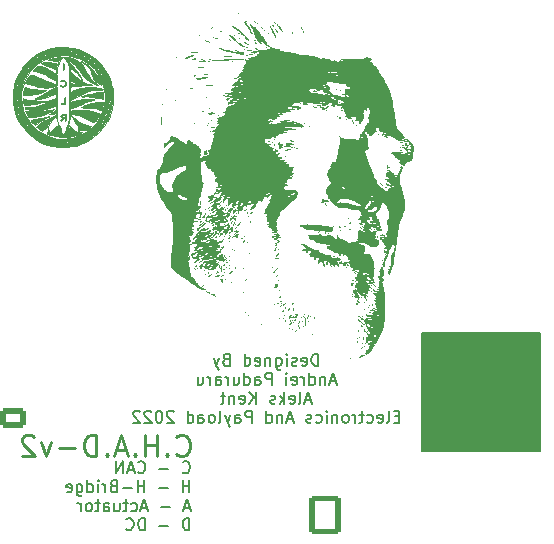
<source format=gbo>
G04 #@! TF.GenerationSoftware,KiCad,Pcbnew,(6.0.2)*
G04 #@! TF.CreationDate,2022-07-14T22:41:19+01:00*
G04 #@! TF.ProjectId,Actuators Board,41637475-6174-46f7-9273-20426f617264,rev?*
G04 #@! TF.SameCoordinates,Original*
G04 #@! TF.FileFunction,Legend,Bot*
G04 #@! TF.FilePolarity,Positive*
%FSLAX46Y46*%
G04 Gerber Fmt 4.6, Leading zero omitted, Abs format (unit mm)*
G04 Created by KiCad (PCBNEW (6.0.2)) date 2022-07-14 22:41:19*
%MOMM*%
%LPD*%
G01*
G04 APERTURE LIST*
G04 Aperture macros list*
%AMRoundRect*
0 Rectangle with rounded corners*
0 $1 Rounding radius*
0 $2 $3 $4 $5 $6 $7 $8 $9 X,Y pos of 4 corners*
0 Add a 4 corners polygon primitive as box body*
4,1,4,$2,$3,$4,$5,$6,$7,$8,$9,$2,$3,0*
0 Add four circle primitives for the rounded corners*
1,1,$1+$1,$2,$3*
1,1,$1+$1,$4,$5*
1,1,$1+$1,$6,$7*
1,1,$1+$1,$8,$9*
0 Add four rect primitives between the rounded corners*
20,1,$1+$1,$2,$3,$4,$5,0*
20,1,$1+$1,$4,$5,$6,$7,0*
20,1,$1+$1,$6,$7,$8,$9,0*
20,1,$1+$1,$8,$9,$2,$3,0*%
%AMFreePoly0*
4,1,23,0.945671,0.830970,1.026777,0.776777,1.080970,0.695671,1.100000,0.600000,1.100000,-0.600000,1.080970,-0.695671,1.026777,-0.776777,0.945671,-0.830970,0.850000,-0.850000,-0.450000,-0.850000,-0.545671,-0.830970,-0.626777,-0.776777,-0.626779,-0.776774,-1.026777,-0.376777,-1.080970,-0.295671,-1.100000,-0.200000,-1.100000,0.600000,-1.080970,0.695671,-1.026777,0.776777,-0.945671,0.830970,
-0.850000,0.850000,0.850000,0.850000,0.945671,0.830970,0.945671,0.830970,$1*%
G04 Aperture macros list end*
%ADD10C,0.150000*%
%ADD11C,0.250000*%
%ADD12C,0.200000*%
%ADD13C,0.010000*%
%ADD14R,1.700000X1.700000*%
%ADD15O,1.700000X1.700000*%
%ADD16C,5.600000*%
%ADD17C,1.300000*%
%ADD18RoundRect,0.250000X0.850000X0.600000X-0.850000X0.600000X-0.850000X-0.600000X0.850000X-0.600000X0*%
%ADD19O,2.200000X1.700000*%
%ADD20RoundRect,0.250001X1.099999X1.399999X-1.099999X1.399999X-1.099999X-1.399999X1.099999X-1.399999X0*%
%ADD21O,2.700000X3.300000*%
%ADD22C,0.700000*%
%ADD23O,0.900000X1.700000*%
%ADD24O,0.900000X2.400000*%
%ADD25FreePoly0,90.000000*%
%ADD26O,1.700000X2.200000*%
%ADD27FreePoly0,180.000000*%
G04 APERTURE END LIST*
D10*
X92000000Y-61800000D02*
X102000000Y-61800000D01*
X102000000Y-61800000D02*
X102000000Y-71800000D01*
X102000000Y-71800000D02*
X92000000Y-71800000D01*
X92000000Y-71800000D02*
X92000000Y-61800000D01*
G36*
X92000000Y-61800000D02*
G01*
X102000000Y-61800000D01*
X102000000Y-71800000D01*
X92000000Y-71800000D01*
X92000000Y-61800000D01*
G37*
D11*
X71180357Y-72042857D02*
X71266071Y-72128571D01*
X71523214Y-72214285D01*
X71694642Y-72214285D01*
X71951785Y-72128571D01*
X72123214Y-71957142D01*
X72208928Y-71785714D01*
X72294642Y-71442857D01*
X72294642Y-71185714D01*
X72208928Y-70842857D01*
X72123214Y-70671428D01*
X71951785Y-70500000D01*
X71694642Y-70414285D01*
X71523214Y-70414285D01*
X71266071Y-70500000D01*
X71180357Y-70585714D01*
X70408928Y-72042857D02*
X70323214Y-72128571D01*
X70408928Y-72214285D01*
X70494642Y-72128571D01*
X70408928Y-72042857D01*
X70408928Y-72214285D01*
X69551785Y-72214285D02*
X69551785Y-70414285D01*
X69551785Y-71271428D02*
X68523214Y-71271428D01*
X68523214Y-72214285D02*
X68523214Y-70414285D01*
X67666071Y-72042857D02*
X67580357Y-72128571D01*
X67666071Y-72214285D01*
X67751785Y-72128571D01*
X67666071Y-72042857D01*
X67666071Y-72214285D01*
X66894642Y-71700000D02*
X66037500Y-71700000D01*
X67066071Y-72214285D02*
X66466071Y-70414285D01*
X65866071Y-72214285D01*
X65266071Y-72042857D02*
X65180357Y-72128571D01*
X65266071Y-72214285D01*
X65351785Y-72128571D01*
X65266071Y-72042857D01*
X65266071Y-72214285D01*
X64408928Y-72214285D02*
X64408928Y-70414285D01*
X63980357Y-70414285D01*
X63723214Y-70500000D01*
X63551785Y-70671428D01*
X63466071Y-70842857D01*
X63380357Y-71185714D01*
X63380357Y-71442857D01*
X63466071Y-71785714D01*
X63551785Y-71957142D01*
X63723214Y-72128571D01*
X63980357Y-72214285D01*
X64408928Y-72214285D01*
X62608928Y-71528571D02*
X61237500Y-71528571D01*
X60551785Y-71014285D02*
X60123214Y-72214285D01*
X59694642Y-71014285D01*
X59094642Y-70585714D02*
X59008928Y-70500000D01*
X58837500Y-70414285D01*
X58408928Y-70414285D01*
X58237500Y-70500000D01*
X58151785Y-70585714D01*
X58066071Y-70757142D01*
X58066071Y-70928571D01*
X58151785Y-71185714D01*
X59180357Y-72214285D01*
X58066071Y-72214285D01*
D12*
X83180952Y-64537380D02*
X83180952Y-63537380D01*
X82942857Y-63537380D01*
X82800000Y-63585000D01*
X82704761Y-63680238D01*
X82657142Y-63775476D01*
X82609523Y-63965952D01*
X82609523Y-64108809D01*
X82657142Y-64299285D01*
X82704761Y-64394523D01*
X82800000Y-64489761D01*
X82942857Y-64537380D01*
X83180952Y-64537380D01*
X81800000Y-64489761D02*
X81895238Y-64537380D01*
X82085714Y-64537380D01*
X82180952Y-64489761D01*
X82228571Y-64394523D01*
X82228571Y-64013571D01*
X82180952Y-63918333D01*
X82085714Y-63870714D01*
X81895238Y-63870714D01*
X81800000Y-63918333D01*
X81752380Y-64013571D01*
X81752380Y-64108809D01*
X82228571Y-64204047D01*
X81371428Y-64489761D02*
X81276190Y-64537380D01*
X81085714Y-64537380D01*
X80990476Y-64489761D01*
X80942857Y-64394523D01*
X80942857Y-64346904D01*
X80990476Y-64251666D01*
X81085714Y-64204047D01*
X81228571Y-64204047D01*
X81323809Y-64156428D01*
X81371428Y-64061190D01*
X81371428Y-64013571D01*
X81323809Y-63918333D01*
X81228571Y-63870714D01*
X81085714Y-63870714D01*
X80990476Y-63918333D01*
X80514285Y-64537380D02*
X80514285Y-63870714D01*
X80514285Y-63537380D02*
X80561904Y-63585000D01*
X80514285Y-63632619D01*
X80466666Y-63585000D01*
X80514285Y-63537380D01*
X80514285Y-63632619D01*
X79609523Y-63870714D02*
X79609523Y-64680238D01*
X79657142Y-64775476D01*
X79704761Y-64823095D01*
X79800000Y-64870714D01*
X79942857Y-64870714D01*
X80038095Y-64823095D01*
X79609523Y-64489761D02*
X79704761Y-64537380D01*
X79895238Y-64537380D01*
X79990476Y-64489761D01*
X80038095Y-64442142D01*
X80085714Y-64346904D01*
X80085714Y-64061190D01*
X80038095Y-63965952D01*
X79990476Y-63918333D01*
X79895238Y-63870714D01*
X79704761Y-63870714D01*
X79609523Y-63918333D01*
X79133333Y-63870714D02*
X79133333Y-64537380D01*
X79133333Y-63965952D02*
X79085714Y-63918333D01*
X78990476Y-63870714D01*
X78847619Y-63870714D01*
X78752380Y-63918333D01*
X78704761Y-64013571D01*
X78704761Y-64537380D01*
X77847619Y-64489761D02*
X77942857Y-64537380D01*
X78133333Y-64537380D01*
X78228571Y-64489761D01*
X78276190Y-64394523D01*
X78276190Y-64013571D01*
X78228571Y-63918333D01*
X78133333Y-63870714D01*
X77942857Y-63870714D01*
X77847619Y-63918333D01*
X77800000Y-64013571D01*
X77800000Y-64108809D01*
X78276190Y-64204047D01*
X76942857Y-64537380D02*
X76942857Y-63537380D01*
X76942857Y-64489761D02*
X77038095Y-64537380D01*
X77228571Y-64537380D01*
X77323809Y-64489761D01*
X77371428Y-64442142D01*
X77419047Y-64346904D01*
X77419047Y-64061190D01*
X77371428Y-63965952D01*
X77323809Y-63918333D01*
X77228571Y-63870714D01*
X77038095Y-63870714D01*
X76942857Y-63918333D01*
X75371428Y-64013571D02*
X75228571Y-64061190D01*
X75180952Y-64108809D01*
X75133333Y-64204047D01*
X75133333Y-64346904D01*
X75180952Y-64442142D01*
X75228571Y-64489761D01*
X75323809Y-64537380D01*
X75704761Y-64537380D01*
X75704761Y-63537380D01*
X75371428Y-63537380D01*
X75276190Y-63585000D01*
X75228571Y-63632619D01*
X75180952Y-63727857D01*
X75180952Y-63823095D01*
X75228571Y-63918333D01*
X75276190Y-63965952D01*
X75371428Y-64013571D01*
X75704761Y-64013571D01*
X74800000Y-63870714D02*
X74561904Y-64537380D01*
X74323809Y-63870714D02*
X74561904Y-64537380D01*
X74657142Y-64775476D01*
X74704761Y-64823095D01*
X74800000Y-64870714D01*
X84680952Y-65861666D02*
X84204761Y-65861666D01*
X84776190Y-66147380D02*
X84442857Y-65147380D01*
X84109523Y-66147380D01*
X83776190Y-65480714D02*
X83776190Y-66147380D01*
X83776190Y-65575952D02*
X83728571Y-65528333D01*
X83633333Y-65480714D01*
X83490476Y-65480714D01*
X83395238Y-65528333D01*
X83347619Y-65623571D01*
X83347619Y-66147380D01*
X82442857Y-66147380D02*
X82442857Y-65147380D01*
X82442857Y-66099761D02*
X82538095Y-66147380D01*
X82728571Y-66147380D01*
X82823809Y-66099761D01*
X82871428Y-66052142D01*
X82919047Y-65956904D01*
X82919047Y-65671190D01*
X82871428Y-65575952D01*
X82823809Y-65528333D01*
X82728571Y-65480714D01*
X82538095Y-65480714D01*
X82442857Y-65528333D01*
X81966666Y-66147380D02*
X81966666Y-65480714D01*
X81966666Y-65671190D02*
X81919047Y-65575952D01*
X81871428Y-65528333D01*
X81776190Y-65480714D01*
X81680952Y-65480714D01*
X80966666Y-66099761D02*
X81061904Y-66147380D01*
X81252380Y-66147380D01*
X81347619Y-66099761D01*
X81395238Y-66004523D01*
X81395238Y-65623571D01*
X81347619Y-65528333D01*
X81252380Y-65480714D01*
X81061904Y-65480714D01*
X80966666Y-65528333D01*
X80919047Y-65623571D01*
X80919047Y-65718809D01*
X81395238Y-65814047D01*
X80490476Y-66147380D02*
X80490476Y-65480714D01*
X80490476Y-65147380D02*
X80538095Y-65195000D01*
X80490476Y-65242619D01*
X80442857Y-65195000D01*
X80490476Y-65147380D01*
X80490476Y-65242619D01*
X79252380Y-66147380D02*
X79252380Y-65147380D01*
X78871428Y-65147380D01*
X78776190Y-65195000D01*
X78728571Y-65242619D01*
X78680952Y-65337857D01*
X78680952Y-65480714D01*
X78728571Y-65575952D01*
X78776190Y-65623571D01*
X78871428Y-65671190D01*
X79252380Y-65671190D01*
X77823809Y-66147380D02*
X77823809Y-65623571D01*
X77871428Y-65528333D01*
X77966666Y-65480714D01*
X78157142Y-65480714D01*
X78252380Y-65528333D01*
X77823809Y-66099761D02*
X77919047Y-66147380D01*
X78157142Y-66147380D01*
X78252380Y-66099761D01*
X78300000Y-66004523D01*
X78300000Y-65909285D01*
X78252380Y-65814047D01*
X78157142Y-65766428D01*
X77919047Y-65766428D01*
X77823809Y-65718809D01*
X76919047Y-66147380D02*
X76919047Y-65147380D01*
X76919047Y-66099761D02*
X77014285Y-66147380D01*
X77204761Y-66147380D01*
X77300000Y-66099761D01*
X77347619Y-66052142D01*
X77395238Y-65956904D01*
X77395238Y-65671190D01*
X77347619Y-65575952D01*
X77300000Y-65528333D01*
X77204761Y-65480714D01*
X77014285Y-65480714D01*
X76919047Y-65528333D01*
X76014285Y-65480714D02*
X76014285Y-66147380D01*
X76442857Y-65480714D02*
X76442857Y-66004523D01*
X76395238Y-66099761D01*
X76300000Y-66147380D01*
X76157142Y-66147380D01*
X76061904Y-66099761D01*
X76014285Y-66052142D01*
X75538095Y-66147380D02*
X75538095Y-65480714D01*
X75538095Y-65671190D02*
X75490476Y-65575952D01*
X75442857Y-65528333D01*
X75347619Y-65480714D01*
X75252380Y-65480714D01*
X74490476Y-66147380D02*
X74490476Y-65623571D01*
X74538095Y-65528333D01*
X74633333Y-65480714D01*
X74823809Y-65480714D01*
X74919047Y-65528333D01*
X74490476Y-66099761D02*
X74585714Y-66147380D01*
X74823809Y-66147380D01*
X74919047Y-66099761D01*
X74966666Y-66004523D01*
X74966666Y-65909285D01*
X74919047Y-65814047D01*
X74823809Y-65766428D01*
X74585714Y-65766428D01*
X74490476Y-65718809D01*
X74014285Y-66147380D02*
X74014285Y-65480714D01*
X74014285Y-65671190D02*
X73966666Y-65575952D01*
X73919047Y-65528333D01*
X73823809Y-65480714D01*
X73728571Y-65480714D01*
X72966666Y-65480714D02*
X72966666Y-66147380D01*
X73395238Y-65480714D02*
X73395238Y-66004523D01*
X73347619Y-66099761D01*
X73252380Y-66147380D01*
X73109523Y-66147380D01*
X73014285Y-66099761D01*
X72966666Y-66052142D01*
X82585714Y-67471666D02*
X82109523Y-67471666D01*
X82680952Y-67757380D02*
X82347619Y-66757380D01*
X82014285Y-67757380D01*
X81538095Y-67757380D02*
X81633333Y-67709761D01*
X81680952Y-67614523D01*
X81680952Y-66757380D01*
X80776190Y-67709761D02*
X80871428Y-67757380D01*
X81061904Y-67757380D01*
X81157142Y-67709761D01*
X81204761Y-67614523D01*
X81204761Y-67233571D01*
X81157142Y-67138333D01*
X81061904Y-67090714D01*
X80871428Y-67090714D01*
X80776190Y-67138333D01*
X80728571Y-67233571D01*
X80728571Y-67328809D01*
X81204761Y-67424047D01*
X80300000Y-67757380D02*
X80300000Y-66757380D01*
X80204761Y-67376428D02*
X79919047Y-67757380D01*
X79919047Y-67090714D02*
X80300000Y-67471666D01*
X79538095Y-67709761D02*
X79442857Y-67757380D01*
X79252380Y-67757380D01*
X79157142Y-67709761D01*
X79109523Y-67614523D01*
X79109523Y-67566904D01*
X79157142Y-67471666D01*
X79252380Y-67424047D01*
X79395238Y-67424047D01*
X79490476Y-67376428D01*
X79538095Y-67281190D01*
X79538095Y-67233571D01*
X79490476Y-67138333D01*
X79395238Y-67090714D01*
X79252380Y-67090714D01*
X79157142Y-67138333D01*
X77919047Y-67757380D02*
X77919047Y-66757380D01*
X77347619Y-67757380D02*
X77776190Y-67185952D01*
X77347619Y-66757380D02*
X77919047Y-67328809D01*
X76538095Y-67709761D02*
X76633333Y-67757380D01*
X76823809Y-67757380D01*
X76919047Y-67709761D01*
X76966666Y-67614523D01*
X76966666Y-67233571D01*
X76919047Y-67138333D01*
X76823809Y-67090714D01*
X76633333Y-67090714D01*
X76538095Y-67138333D01*
X76490476Y-67233571D01*
X76490476Y-67328809D01*
X76966666Y-67424047D01*
X76061904Y-67090714D02*
X76061904Y-67757380D01*
X76061904Y-67185952D02*
X76014285Y-67138333D01*
X75919047Y-67090714D01*
X75776190Y-67090714D01*
X75680952Y-67138333D01*
X75633333Y-67233571D01*
X75633333Y-67757380D01*
X75300000Y-67090714D02*
X74919047Y-67090714D01*
X75157142Y-66757380D02*
X75157142Y-67614523D01*
X75109523Y-67709761D01*
X75014285Y-67757380D01*
X74919047Y-67757380D01*
X90038095Y-68843571D02*
X89704761Y-68843571D01*
X89561904Y-69367380D02*
X90038095Y-69367380D01*
X90038095Y-68367380D01*
X89561904Y-68367380D01*
X88990476Y-69367380D02*
X89085714Y-69319761D01*
X89133333Y-69224523D01*
X89133333Y-68367380D01*
X88228571Y-69319761D02*
X88323809Y-69367380D01*
X88514285Y-69367380D01*
X88609523Y-69319761D01*
X88657142Y-69224523D01*
X88657142Y-68843571D01*
X88609523Y-68748333D01*
X88514285Y-68700714D01*
X88323809Y-68700714D01*
X88228571Y-68748333D01*
X88180952Y-68843571D01*
X88180952Y-68938809D01*
X88657142Y-69034047D01*
X87323809Y-69319761D02*
X87419047Y-69367380D01*
X87609523Y-69367380D01*
X87704761Y-69319761D01*
X87752380Y-69272142D01*
X87800000Y-69176904D01*
X87800000Y-68891190D01*
X87752380Y-68795952D01*
X87704761Y-68748333D01*
X87609523Y-68700714D01*
X87419047Y-68700714D01*
X87323809Y-68748333D01*
X87038095Y-68700714D02*
X86657142Y-68700714D01*
X86895238Y-68367380D02*
X86895238Y-69224523D01*
X86847619Y-69319761D01*
X86752380Y-69367380D01*
X86657142Y-69367380D01*
X86323809Y-69367380D02*
X86323809Y-68700714D01*
X86323809Y-68891190D02*
X86276190Y-68795952D01*
X86228571Y-68748333D01*
X86133333Y-68700714D01*
X86038095Y-68700714D01*
X85561904Y-69367380D02*
X85657142Y-69319761D01*
X85704761Y-69272142D01*
X85752380Y-69176904D01*
X85752380Y-68891190D01*
X85704761Y-68795952D01*
X85657142Y-68748333D01*
X85561904Y-68700714D01*
X85419047Y-68700714D01*
X85323809Y-68748333D01*
X85276190Y-68795952D01*
X85228571Y-68891190D01*
X85228571Y-69176904D01*
X85276190Y-69272142D01*
X85323809Y-69319761D01*
X85419047Y-69367380D01*
X85561904Y-69367380D01*
X84800000Y-68700714D02*
X84800000Y-69367380D01*
X84800000Y-68795952D02*
X84752380Y-68748333D01*
X84657142Y-68700714D01*
X84514285Y-68700714D01*
X84419047Y-68748333D01*
X84371428Y-68843571D01*
X84371428Y-69367380D01*
X83895238Y-69367380D02*
X83895238Y-68700714D01*
X83895238Y-68367380D02*
X83942857Y-68415000D01*
X83895238Y-68462619D01*
X83847619Y-68415000D01*
X83895238Y-68367380D01*
X83895238Y-68462619D01*
X82990476Y-69319761D02*
X83085714Y-69367380D01*
X83276190Y-69367380D01*
X83371428Y-69319761D01*
X83419047Y-69272142D01*
X83466666Y-69176904D01*
X83466666Y-68891190D01*
X83419047Y-68795952D01*
X83371428Y-68748333D01*
X83276190Y-68700714D01*
X83085714Y-68700714D01*
X82990476Y-68748333D01*
X82609523Y-69319761D02*
X82514285Y-69367380D01*
X82323809Y-69367380D01*
X82228571Y-69319761D01*
X82180952Y-69224523D01*
X82180952Y-69176904D01*
X82228571Y-69081666D01*
X82323809Y-69034047D01*
X82466666Y-69034047D01*
X82561904Y-68986428D01*
X82609523Y-68891190D01*
X82609523Y-68843571D01*
X82561904Y-68748333D01*
X82466666Y-68700714D01*
X82323809Y-68700714D01*
X82228571Y-68748333D01*
X81038095Y-69081666D02*
X80561904Y-69081666D01*
X81133333Y-69367380D02*
X80800000Y-68367380D01*
X80466666Y-69367380D01*
X80133333Y-68700714D02*
X80133333Y-69367380D01*
X80133333Y-68795952D02*
X80085714Y-68748333D01*
X79990476Y-68700714D01*
X79847619Y-68700714D01*
X79752380Y-68748333D01*
X79704761Y-68843571D01*
X79704761Y-69367380D01*
X78800000Y-69367380D02*
X78800000Y-68367380D01*
X78800000Y-69319761D02*
X78895238Y-69367380D01*
X79085714Y-69367380D01*
X79180952Y-69319761D01*
X79228571Y-69272142D01*
X79276190Y-69176904D01*
X79276190Y-68891190D01*
X79228571Y-68795952D01*
X79180952Y-68748333D01*
X79085714Y-68700714D01*
X78895238Y-68700714D01*
X78800000Y-68748333D01*
X77561904Y-69367380D02*
X77561904Y-68367380D01*
X77180952Y-68367380D01*
X77085714Y-68415000D01*
X77038095Y-68462619D01*
X76990476Y-68557857D01*
X76990476Y-68700714D01*
X77038095Y-68795952D01*
X77085714Y-68843571D01*
X77180952Y-68891190D01*
X77561904Y-68891190D01*
X76133333Y-69367380D02*
X76133333Y-68843571D01*
X76180952Y-68748333D01*
X76276190Y-68700714D01*
X76466666Y-68700714D01*
X76561904Y-68748333D01*
X76133333Y-69319761D02*
X76228571Y-69367380D01*
X76466666Y-69367380D01*
X76561904Y-69319761D01*
X76609523Y-69224523D01*
X76609523Y-69129285D01*
X76561904Y-69034047D01*
X76466666Y-68986428D01*
X76228571Y-68986428D01*
X76133333Y-68938809D01*
X75752380Y-68700714D02*
X75514285Y-69367380D01*
X75276190Y-68700714D02*
X75514285Y-69367380D01*
X75609523Y-69605476D01*
X75657142Y-69653095D01*
X75752380Y-69700714D01*
X74752380Y-69367380D02*
X74847619Y-69319761D01*
X74895238Y-69224523D01*
X74895238Y-68367380D01*
X74228571Y-69367380D02*
X74323809Y-69319761D01*
X74371428Y-69272142D01*
X74419047Y-69176904D01*
X74419047Y-68891190D01*
X74371428Y-68795952D01*
X74323809Y-68748333D01*
X74228571Y-68700714D01*
X74085714Y-68700714D01*
X73990476Y-68748333D01*
X73942857Y-68795952D01*
X73895238Y-68891190D01*
X73895238Y-69176904D01*
X73942857Y-69272142D01*
X73990476Y-69319761D01*
X74085714Y-69367380D01*
X74228571Y-69367380D01*
X73038095Y-69367380D02*
X73038095Y-68843571D01*
X73085714Y-68748333D01*
X73180952Y-68700714D01*
X73371428Y-68700714D01*
X73466666Y-68748333D01*
X73038095Y-69319761D02*
X73133333Y-69367380D01*
X73371428Y-69367380D01*
X73466666Y-69319761D01*
X73514285Y-69224523D01*
X73514285Y-69129285D01*
X73466666Y-69034047D01*
X73371428Y-68986428D01*
X73133333Y-68986428D01*
X73038095Y-68938809D01*
X72133333Y-69367380D02*
X72133333Y-68367380D01*
X72133333Y-69319761D02*
X72228571Y-69367380D01*
X72419047Y-69367380D01*
X72514285Y-69319761D01*
X72561904Y-69272142D01*
X72609523Y-69176904D01*
X72609523Y-68891190D01*
X72561904Y-68795952D01*
X72514285Y-68748333D01*
X72419047Y-68700714D01*
X72228571Y-68700714D01*
X72133333Y-68748333D01*
X70942857Y-68462619D02*
X70895238Y-68415000D01*
X70800000Y-68367380D01*
X70561904Y-68367380D01*
X70466666Y-68415000D01*
X70419047Y-68462619D01*
X70371428Y-68557857D01*
X70371428Y-68653095D01*
X70419047Y-68795952D01*
X70990476Y-69367380D01*
X70371428Y-69367380D01*
X69752380Y-68367380D02*
X69657142Y-68367380D01*
X69561904Y-68415000D01*
X69514285Y-68462619D01*
X69466666Y-68557857D01*
X69419047Y-68748333D01*
X69419047Y-68986428D01*
X69466666Y-69176904D01*
X69514285Y-69272142D01*
X69561904Y-69319761D01*
X69657142Y-69367380D01*
X69752380Y-69367380D01*
X69847619Y-69319761D01*
X69895238Y-69272142D01*
X69942857Y-69176904D01*
X69990476Y-68986428D01*
X69990476Y-68748333D01*
X69942857Y-68557857D01*
X69895238Y-68462619D01*
X69847619Y-68415000D01*
X69752380Y-68367380D01*
X69038095Y-68462619D02*
X68990476Y-68415000D01*
X68895238Y-68367380D01*
X68657142Y-68367380D01*
X68561904Y-68415000D01*
X68514285Y-68462619D01*
X68466666Y-68557857D01*
X68466666Y-68653095D01*
X68514285Y-68795952D01*
X69085714Y-69367380D01*
X68466666Y-69367380D01*
X68085714Y-68462619D02*
X68038095Y-68415000D01*
X67942857Y-68367380D01*
X67704761Y-68367380D01*
X67609523Y-68415000D01*
X67561904Y-68462619D01*
X67514285Y-68557857D01*
X67514285Y-68653095D01*
X67561904Y-68795952D01*
X68133333Y-69367380D01*
X67514285Y-69367380D01*
D10*
X71692976Y-73542142D02*
X71740595Y-73589761D01*
X71883452Y-73637380D01*
X71978690Y-73637380D01*
X72121547Y-73589761D01*
X72216785Y-73494523D01*
X72264404Y-73399285D01*
X72312023Y-73208809D01*
X72312023Y-73065952D01*
X72264404Y-72875476D01*
X72216785Y-72780238D01*
X72121547Y-72685000D01*
X71978690Y-72637380D01*
X71883452Y-72637380D01*
X71740595Y-72685000D01*
X71692976Y-72732619D01*
X70502500Y-73256428D02*
X69740595Y-73256428D01*
X67931071Y-73542142D02*
X67978690Y-73589761D01*
X68121547Y-73637380D01*
X68216785Y-73637380D01*
X68359642Y-73589761D01*
X68454880Y-73494523D01*
X68502500Y-73399285D01*
X68550119Y-73208809D01*
X68550119Y-73065952D01*
X68502500Y-72875476D01*
X68454880Y-72780238D01*
X68359642Y-72685000D01*
X68216785Y-72637380D01*
X68121547Y-72637380D01*
X67978690Y-72685000D01*
X67931071Y-72732619D01*
X67550119Y-73351666D02*
X67073928Y-73351666D01*
X67645357Y-73637380D02*
X67312023Y-72637380D01*
X66978690Y-73637380D01*
X66645357Y-73637380D02*
X66645357Y-72637380D01*
X66073928Y-73637380D01*
X66073928Y-72637380D01*
X72264404Y-75247380D02*
X72264404Y-74247380D01*
X72264404Y-74723571D02*
X71692976Y-74723571D01*
X71692976Y-75247380D02*
X71692976Y-74247380D01*
X70454880Y-74866428D02*
X69692976Y-74866428D01*
X68454880Y-75247380D02*
X68454880Y-74247380D01*
X68454880Y-74723571D02*
X67883452Y-74723571D01*
X67883452Y-75247380D02*
X67883452Y-74247380D01*
X67407261Y-74866428D02*
X66645357Y-74866428D01*
X65835833Y-74723571D02*
X65692976Y-74771190D01*
X65645357Y-74818809D01*
X65597738Y-74914047D01*
X65597738Y-75056904D01*
X65645357Y-75152142D01*
X65692976Y-75199761D01*
X65788214Y-75247380D01*
X66169166Y-75247380D01*
X66169166Y-74247380D01*
X65835833Y-74247380D01*
X65740595Y-74295000D01*
X65692976Y-74342619D01*
X65645357Y-74437857D01*
X65645357Y-74533095D01*
X65692976Y-74628333D01*
X65740595Y-74675952D01*
X65835833Y-74723571D01*
X66169166Y-74723571D01*
X65169166Y-75247380D02*
X65169166Y-74580714D01*
X65169166Y-74771190D02*
X65121547Y-74675952D01*
X65073928Y-74628333D01*
X64978690Y-74580714D01*
X64883452Y-74580714D01*
X64550119Y-75247380D02*
X64550119Y-74580714D01*
X64550119Y-74247380D02*
X64597738Y-74295000D01*
X64550119Y-74342619D01*
X64502500Y-74295000D01*
X64550119Y-74247380D01*
X64550119Y-74342619D01*
X63645357Y-75247380D02*
X63645357Y-74247380D01*
X63645357Y-75199761D02*
X63740595Y-75247380D01*
X63931071Y-75247380D01*
X64026309Y-75199761D01*
X64073928Y-75152142D01*
X64121547Y-75056904D01*
X64121547Y-74771190D01*
X64073928Y-74675952D01*
X64026309Y-74628333D01*
X63931071Y-74580714D01*
X63740595Y-74580714D01*
X63645357Y-74628333D01*
X62740595Y-74580714D02*
X62740595Y-75390238D01*
X62788214Y-75485476D01*
X62835833Y-75533095D01*
X62931071Y-75580714D01*
X63073928Y-75580714D01*
X63169166Y-75533095D01*
X62740595Y-75199761D02*
X62835833Y-75247380D01*
X63026309Y-75247380D01*
X63121547Y-75199761D01*
X63169166Y-75152142D01*
X63216785Y-75056904D01*
X63216785Y-74771190D01*
X63169166Y-74675952D01*
X63121547Y-74628333D01*
X63026309Y-74580714D01*
X62835833Y-74580714D01*
X62740595Y-74628333D01*
X61883452Y-75199761D02*
X61978690Y-75247380D01*
X62169166Y-75247380D01*
X62264404Y-75199761D01*
X62312023Y-75104523D01*
X62312023Y-74723571D01*
X62264404Y-74628333D01*
X62169166Y-74580714D01*
X61978690Y-74580714D01*
X61883452Y-74628333D01*
X61835833Y-74723571D01*
X61835833Y-74818809D01*
X62312023Y-74914047D01*
X72312023Y-76571666D02*
X71835833Y-76571666D01*
X72407261Y-76857380D02*
X72073928Y-75857380D01*
X71740595Y-76857380D01*
X70645357Y-76476428D02*
X69883452Y-76476428D01*
X68692976Y-76571666D02*
X68216785Y-76571666D01*
X68788214Y-76857380D02*
X68454880Y-75857380D01*
X68121547Y-76857380D01*
X67359642Y-76809761D02*
X67454880Y-76857380D01*
X67645357Y-76857380D01*
X67740595Y-76809761D01*
X67788214Y-76762142D01*
X67835833Y-76666904D01*
X67835833Y-76381190D01*
X67788214Y-76285952D01*
X67740595Y-76238333D01*
X67645357Y-76190714D01*
X67454880Y-76190714D01*
X67359642Y-76238333D01*
X67073928Y-76190714D02*
X66692976Y-76190714D01*
X66931071Y-75857380D02*
X66931071Y-76714523D01*
X66883452Y-76809761D01*
X66788214Y-76857380D01*
X66692976Y-76857380D01*
X65931071Y-76190714D02*
X65931071Y-76857380D01*
X66359642Y-76190714D02*
X66359642Y-76714523D01*
X66312023Y-76809761D01*
X66216785Y-76857380D01*
X66073928Y-76857380D01*
X65978690Y-76809761D01*
X65931071Y-76762142D01*
X65026309Y-76857380D02*
X65026309Y-76333571D01*
X65073928Y-76238333D01*
X65169166Y-76190714D01*
X65359642Y-76190714D01*
X65454880Y-76238333D01*
X65026309Y-76809761D02*
X65121547Y-76857380D01*
X65359642Y-76857380D01*
X65454880Y-76809761D01*
X65502500Y-76714523D01*
X65502500Y-76619285D01*
X65454880Y-76524047D01*
X65359642Y-76476428D01*
X65121547Y-76476428D01*
X65026309Y-76428809D01*
X64692976Y-76190714D02*
X64312023Y-76190714D01*
X64550119Y-75857380D02*
X64550119Y-76714523D01*
X64502500Y-76809761D01*
X64407261Y-76857380D01*
X64312023Y-76857380D01*
X63835833Y-76857380D02*
X63931071Y-76809761D01*
X63978690Y-76762142D01*
X64026309Y-76666904D01*
X64026309Y-76381190D01*
X63978690Y-76285952D01*
X63931071Y-76238333D01*
X63835833Y-76190714D01*
X63692976Y-76190714D01*
X63597738Y-76238333D01*
X63550119Y-76285952D01*
X63502500Y-76381190D01*
X63502500Y-76666904D01*
X63550119Y-76762142D01*
X63597738Y-76809761D01*
X63692976Y-76857380D01*
X63835833Y-76857380D01*
X63073928Y-76857380D02*
X63073928Y-76190714D01*
X63073928Y-76381190D02*
X63026309Y-76285952D01*
X62978690Y-76238333D01*
X62883452Y-76190714D01*
X62788214Y-76190714D01*
X72264404Y-78467380D02*
X72264404Y-77467380D01*
X72026309Y-77467380D01*
X71883452Y-77515000D01*
X71788214Y-77610238D01*
X71740595Y-77705476D01*
X71692976Y-77895952D01*
X71692976Y-78038809D01*
X71740595Y-78229285D01*
X71788214Y-78324523D01*
X71883452Y-78419761D01*
X72026309Y-78467380D01*
X72264404Y-78467380D01*
X70502500Y-78086428D02*
X69740595Y-78086428D01*
X68502500Y-78467380D02*
X68502500Y-77467380D01*
X68264404Y-77467380D01*
X68121547Y-77515000D01*
X68026309Y-77610238D01*
X67978690Y-77705476D01*
X67931071Y-77895952D01*
X67931071Y-78038809D01*
X67978690Y-78229285D01*
X68026309Y-78324523D01*
X68121547Y-78419761D01*
X68264404Y-78467380D01*
X68502500Y-78467380D01*
X66931071Y-78372142D02*
X66978690Y-78419761D01*
X67121547Y-78467380D01*
X67216785Y-78467380D01*
X67359642Y-78419761D01*
X67454880Y-78324523D01*
X67502500Y-78229285D01*
X67550119Y-78038809D01*
X67550119Y-77895952D01*
X67502500Y-77705476D01*
X67454880Y-77610238D01*
X67359642Y-77515000D01*
X67216785Y-77467380D01*
X67121547Y-77467380D01*
X66978690Y-77515000D01*
X66931071Y-77562619D01*
D13*
X60808754Y-45543197D02*
X60795667Y-45632333D01*
X60795667Y-45632333D02*
X60810439Y-45728246D01*
X60810439Y-45728246D02*
X60845738Y-45757832D01*
X60845738Y-45757832D02*
X60888037Y-45713075D01*
X60888037Y-45713075D02*
X60896971Y-45692371D01*
X60896971Y-45692371D02*
X60921634Y-45578383D01*
X60921634Y-45578383D02*
X60893816Y-45514537D01*
X60893816Y-45514537D02*
X60859167Y-45505333D01*
X60859167Y-45505333D02*
X60808754Y-45543197D01*
X60808754Y-45543197D02*
X60808754Y-45543197D01*
G36*
X60893816Y-45514537D02*
G01*
X60921634Y-45578383D01*
X60896971Y-45692371D01*
X60888037Y-45713075D01*
X60845738Y-45757832D01*
X60810439Y-45728246D01*
X60795667Y-45632333D01*
X60808754Y-45543197D01*
X60859167Y-45505333D01*
X60893816Y-45514537D01*
G37*
X60893816Y-45514537D02*
X60921634Y-45578383D01*
X60896971Y-45692371D01*
X60888037Y-45713075D01*
X60845738Y-45757832D01*
X60810439Y-45728246D01*
X60795667Y-45632333D01*
X60808754Y-45543197D01*
X60859167Y-45505333D01*
X60893816Y-45514537D01*
X60962583Y-40925082D02*
X60846313Y-41006165D01*
X60846313Y-41006165D02*
X60681642Y-41111631D01*
X60681642Y-41111631D02*
X60481754Y-41233809D01*
X60481754Y-41233809D02*
X60259832Y-41365025D01*
X60259832Y-41365025D02*
X60029058Y-41497609D01*
X60029058Y-41497609D02*
X59802616Y-41623886D01*
X59802616Y-41623886D02*
X59593689Y-41736185D01*
X59593689Y-41736185D02*
X59415460Y-41826834D01*
X59415460Y-41826834D02*
X59281112Y-41888159D01*
X59281112Y-41888159D02*
X59271667Y-41891961D01*
X59271667Y-41891961D02*
X59207686Y-41919207D01*
X59207686Y-41919207D02*
X59191013Y-41935008D01*
X59191013Y-41935008D02*
X59231105Y-41940909D01*
X59231105Y-41940909D02*
X59337419Y-41938456D01*
X59337419Y-41938456D02*
X59504500Y-41930004D01*
X59504500Y-41930004D02*
X59896989Y-41888696D01*
X59896989Y-41888696D02*
X60256315Y-41804005D01*
X60256315Y-41804005D02*
X60622060Y-41666028D01*
X60622060Y-41666028D02*
X60700417Y-41630727D01*
X60700417Y-41630727D02*
X61007333Y-41489176D01*
X61007333Y-41489176D02*
X61007006Y-41666338D01*
X61007006Y-41666338D02*
X61006678Y-41843500D01*
X61006678Y-41843500D02*
X60340256Y-42170951D01*
X60340256Y-42170951D02*
X59961165Y-42349111D01*
X59961165Y-42349111D02*
X59635223Y-42482869D01*
X59635223Y-42482869D02*
X59346585Y-42576899D01*
X59346585Y-42576899D02*
X59079409Y-42635876D01*
X59079409Y-42635876D02*
X58817851Y-42664474D01*
X58817851Y-42664474D02*
X58652390Y-42669000D01*
X58652390Y-42669000D02*
X58478551Y-42671299D01*
X58478551Y-42671299D02*
X58375163Y-42679997D01*
X58375163Y-42679997D02*
X58328094Y-42697799D01*
X58328094Y-42697799D02*
X58323210Y-42727407D01*
X58323210Y-42727407D02*
X58324707Y-42731673D01*
X58324707Y-42731673D02*
X58390335Y-42794466D01*
X58390335Y-42794466D02*
X58535110Y-42844596D01*
X58535110Y-42844596D02*
X58760590Y-42882430D01*
X58760590Y-42882430D02*
X59068331Y-42908331D01*
X59068331Y-42908331D02*
X59081167Y-42909056D01*
X59081167Y-42909056D02*
X59631257Y-42898039D01*
X59631257Y-42898039D02*
X60172979Y-42805181D01*
X60172979Y-42805181D02*
X60648557Y-42650971D01*
X60648557Y-42650971D02*
X61007333Y-42506301D01*
X61007333Y-42506301D02*
X61007333Y-42878478D01*
X61007333Y-42878478D02*
X60689833Y-43052732D01*
X60689833Y-43052732D02*
X60546424Y-43133376D01*
X60546424Y-43133376D02*
X60436715Y-43198754D01*
X60436715Y-43198754D02*
X60377827Y-43238508D01*
X60377827Y-43238508D02*
X60372333Y-43244826D01*
X60372333Y-43244826D02*
X60409676Y-43250390D01*
X60409676Y-43250390D02*
X60505143Y-43242402D01*
X60505143Y-43242402D02*
X60633899Y-43224207D01*
X60633899Y-43224207D02*
X60771106Y-43199151D01*
X60771106Y-43199151D02*
X60859167Y-43179249D01*
X60859167Y-43179249D02*
X60939993Y-43163917D01*
X60939993Y-43163917D02*
X60978592Y-43185375D01*
X60978592Y-43185375D02*
X60994212Y-43263151D01*
X60994212Y-43263151D02*
X60998814Y-43320924D01*
X60998814Y-43320924D02*
X61017793Y-43477256D01*
X61017793Y-43477256D02*
X61047340Y-43628447D01*
X61047340Y-43628447D02*
X61050995Y-43642667D01*
X61050995Y-43642667D02*
X61090529Y-43790833D01*
X61090529Y-43790833D02*
X61070564Y-43621500D01*
X61070564Y-43621500D02*
X61065536Y-43537345D01*
X61065536Y-43537345D02*
X61060899Y-43380530D01*
X61060899Y-43380530D02*
X61056825Y-43163058D01*
X61056825Y-43163058D02*
X61053484Y-42896937D01*
X61053484Y-42896937D02*
X61051046Y-42594171D01*
X61051046Y-42594171D02*
X61049684Y-42266766D01*
X61049684Y-42266766D02*
X61049484Y-42139833D01*
X61049484Y-42139833D02*
X61048255Y-41818981D01*
X61048255Y-41818981D02*
X61045299Y-41529580D01*
X61045299Y-41529580D02*
X61040862Y-41281314D01*
X61040862Y-41281314D02*
X61035191Y-41083864D01*
X61035191Y-41083864D02*
X61028533Y-40946914D01*
X61028533Y-40946914D02*
X61021134Y-40880147D01*
X61021134Y-40880147D02*
X61017269Y-40876054D01*
X61017269Y-40876054D02*
X60962583Y-40925082D01*
X60962583Y-40925082D02*
X60962583Y-40925082D01*
G36*
X61021134Y-40880147D02*
G01*
X61028533Y-40946914D01*
X61035191Y-41083864D01*
X61040862Y-41281314D01*
X61045299Y-41529580D01*
X61048255Y-41818981D01*
X61049484Y-42139833D01*
X61049684Y-42266766D01*
X61051046Y-42594171D01*
X61053484Y-42896937D01*
X61056825Y-43163058D01*
X61060899Y-43380530D01*
X61065536Y-43537345D01*
X61070564Y-43621500D01*
X61090529Y-43790833D01*
X61050995Y-43642667D01*
X61047340Y-43628447D01*
X61017793Y-43477256D01*
X60998814Y-43320924D01*
X60994212Y-43263151D01*
X60978592Y-43185375D01*
X60939993Y-43163917D01*
X60859167Y-43179249D01*
X60771106Y-43199151D01*
X60633899Y-43224207D01*
X60505143Y-43242402D01*
X60409676Y-43250390D01*
X60372333Y-43244826D01*
X60377827Y-43238508D01*
X60436715Y-43198754D01*
X60546424Y-43133376D01*
X60689833Y-43052732D01*
X61007333Y-42878478D01*
X61007333Y-42506301D01*
X60648557Y-42650971D01*
X60172979Y-42805181D01*
X59631257Y-42898039D01*
X59081167Y-42909056D01*
X59068331Y-42908331D01*
X58760590Y-42882430D01*
X58535110Y-42844596D01*
X58390335Y-42794466D01*
X58324707Y-42731673D01*
X58323210Y-42727407D01*
X58328094Y-42697799D01*
X58375163Y-42679997D01*
X58478551Y-42671299D01*
X58652390Y-42669000D01*
X58817851Y-42664474D01*
X59079409Y-42635876D01*
X59346585Y-42576899D01*
X59635223Y-42482869D01*
X59961165Y-42349111D01*
X60340256Y-42170951D01*
X61006678Y-41843500D01*
X61007006Y-41666338D01*
X61007333Y-41489176D01*
X60700417Y-41630727D01*
X60622060Y-41666028D01*
X60256315Y-41804005D01*
X59896989Y-41888696D01*
X59504500Y-41930004D01*
X59337419Y-41938456D01*
X59231105Y-41940909D01*
X59191013Y-41935008D01*
X59207686Y-41919207D01*
X59271667Y-41891961D01*
X59281112Y-41888159D01*
X59415460Y-41826834D01*
X59593689Y-41736185D01*
X59802616Y-41623886D01*
X60029058Y-41497609D01*
X60259832Y-41365025D01*
X60481754Y-41233809D01*
X60681642Y-41111631D01*
X60846313Y-41006165D01*
X60962583Y-40925082D01*
X61017269Y-40876054D01*
X61021134Y-40880147D01*
G37*
X61021134Y-40880147D02*
X61028533Y-40946914D01*
X61035191Y-41083864D01*
X61040862Y-41281314D01*
X61045299Y-41529580D01*
X61048255Y-41818981D01*
X61049484Y-42139833D01*
X61049684Y-42266766D01*
X61051046Y-42594171D01*
X61053484Y-42896937D01*
X61056825Y-43163058D01*
X61060899Y-43380530D01*
X61065536Y-43537345D01*
X61070564Y-43621500D01*
X61090529Y-43790833D01*
X61050995Y-43642667D01*
X61047340Y-43628447D01*
X61017793Y-43477256D01*
X60998814Y-43320924D01*
X60994212Y-43263151D01*
X60978592Y-43185375D01*
X60939993Y-43163917D01*
X60859167Y-43179249D01*
X60771106Y-43199151D01*
X60633899Y-43224207D01*
X60505143Y-43242402D01*
X60409676Y-43250390D01*
X60372333Y-43244826D01*
X60377827Y-43238508D01*
X60436715Y-43198754D01*
X60546424Y-43133376D01*
X60689833Y-43052732D01*
X61007333Y-42878478D01*
X61007333Y-42506301D01*
X60648557Y-42650971D01*
X60172979Y-42805181D01*
X59631257Y-42898039D01*
X59081167Y-42909056D01*
X59068331Y-42908331D01*
X58760590Y-42882430D01*
X58535110Y-42844596D01*
X58390335Y-42794466D01*
X58324707Y-42731673D01*
X58323210Y-42727407D01*
X58328094Y-42697799D01*
X58375163Y-42679997D01*
X58478551Y-42671299D01*
X58652390Y-42669000D01*
X58817851Y-42664474D01*
X59079409Y-42635876D01*
X59346585Y-42576899D01*
X59635223Y-42482869D01*
X59961165Y-42349111D01*
X60340256Y-42170951D01*
X61006678Y-41843500D01*
X61007006Y-41666338D01*
X61007333Y-41489176D01*
X60700417Y-41630727D01*
X60622060Y-41666028D01*
X60256315Y-41804005D01*
X59896989Y-41888696D01*
X59504500Y-41930004D01*
X59337419Y-41938456D01*
X59231105Y-41940909D01*
X59191013Y-41935008D01*
X59207686Y-41919207D01*
X59271667Y-41891961D01*
X59281112Y-41888159D01*
X59415460Y-41826834D01*
X59593689Y-41736185D01*
X59802616Y-41623886D01*
X60029058Y-41497609D01*
X60259832Y-41365025D01*
X60481754Y-41233809D01*
X60681642Y-41111631D01*
X60846313Y-41006165D01*
X60962583Y-40925082D01*
X61017269Y-40876054D01*
X61021134Y-40880147D01*
X58178682Y-41943571D02*
X58182768Y-42028039D01*
X58182768Y-42028039D02*
X58192252Y-42102221D01*
X58192252Y-42102221D02*
X58217057Y-42274441D01*
X58217057Y-42274441D02*
X58243502Y-42379321D01*
X58243502Y-42379321D02*
X58286025Y-42433214D01*
X58286025Y-42433214D02*
X58359064Y-42452474D01*
X58359064Y-42452474D02*
X58477058Y-42453455D01*
X58477058Y-42453455D02*
X58501936Y-42452993D01*
X58501936Y-42452993D02*
X58671152Y-42443078D01*
X58671152Y-42443078D02*
X58876817Y-42421444D01*
X58876817Y-42421444D02*
X59060000Y-42395043D01*
X59060000Y-42395043D02*
X59270935Y-42354168D01*
X59270935Y-42354168D02*
X59512308Y-42299269D01*
X59512308Y-42299269D02*
X59754725Y-42237753D01*
X59754725Y-42237753D02*
X59968791Y-42177033D01*
X59968791Y-42177033D02*
X60109394Y-42130506D01*
X60109394Y-42130506D02*
X60108814Y-42116712D01*
X60108814Y-42116712D02*
X60028912Y-42105983D01*
X60028912Y-42105983D02*
X59874991Y-42098648D01*
X59874991Y-42098648D02*
X59652350Y-42095042D01*
X59652350Y-42095042D02*
X59537894Y-42094720D01*
X59537894Y-42094720D02*
X59157458Y-42087735D01*
X59157458Y-42087735D02*
X58843580Y-42064915D01*
X58843580Y-42064915D02*
X58579251Y-42024035D01*
X58579251Y-42024035D02*
X58347465Y-41962873D01*
X58347465Y-41962873D02*
X58241611Y-41925210D01*
X58241611Y-41925210D02*
X58196641Y-41915229D01*
X58196641Y-41915229D02*
X58178682Y-41943571D01*
X58178682Y-41943571D02*
X58178682Y-41943571D01*
G36*
X58241611Y-41925210D02*
G01*
X58347465Y-41962873D01*
X58579251Y-42024035D01*
X58843580Y-42064915D01*
X59157458Y-42087735D01*
X59537894Y-42094720D01*
X59652350Y-42095042D01*
X59874991Y-42098648D01*
X60028912Y-42105983D01*
X60108814Y-42116712D01*
X60109394Y-42130506D01*
X59968791Y-42177033D01*
X59754725Y-42237753D01*
X59512308Y-42299269D01*
X59270935Y-42354168D01*
X59060000Y-42395043D01*
X58876817Y-42421444D01*
X58671152Y-42443078D01*
X58501936Y-42452993D01*
X58477058Y-42453455D01*
X58359064Y-42452474D01*
X58286025Y-42433214D01*
X58243502Y-42379321D01*
X58217057Y-42274441D01*
X58192252Y-42102221D01*
X58182768Y-42028039D01*
X58178682Y-41943571D01*
X58196641Y-41915229D01*
X58241611Y-41925210D01*
G37*
X58241611Y-41925210D02*
X58347465Y-41962873D01*
X58579251Y-42024035D01*
X58843580Y-42064915D01*
X59157458Y-42087735D01*
X59537894Y-42094720D01*
X59652350Y-42095042D01*
X59874991Y-42098648D01*
X60028912Y-42105983D01*
X60108814Y-42116712D01*
X60109394Y-42130506D01*
X59968791Y-42177033D01*
X59754725Y-42237753D01*
X59512308Y-42299269D01*
X59270935Y-42354168D01*
X59060000Y-42395043D01*
X58876817Y-42421444D01*
X58671152Y-42443078D01*
X58501936Y-42452993D01*
X58477058Y-42453455D01*
X58359064Y-42452474D01*
X58286025Y-42433214D01*
X58243502Y-42379321D01*
X58217057Y-42274441D01*
X58192252Y-42102221D01*
X58182768Y-42028039D01*
X58178682Y-41943571D01*
X58196641Y-41915229D01*
X58241611Y-41925210D01*
X61217560Y-38421763D02*
X60912035Y-38457425D01*
X60912035Y-38457425D02*
X60711000Y-38498471D01*
X60711000Y-38498471D02*
X60547423Y-38545041D01*
X60547423Y-38545041D02*
X60421215Y-38588188D01*
X60421215Y-38588188D02*
X60345222Y-38622633D01*
X60345222Y-38622633D02*
X60332288Y-38643097D01*
X60332288Y-38643097D02*
X60351167Y-38646366D01*
X60351167Y-38646366D02*
X60452836Y-38657166D01*
X60452836Y-38657166D02*
X60605737Y-38680803D01*
X60605737Y-38680803D02*
X60778487Y-38711601D01*
X60778487Y-38711601D02*
X60939699Y-38743884D01*
X60939699Y-38743884D02*
X61057989Y-38771978D01*
X61057989Y-38771978D02*
X61076978Y-38777618D01*
X61076978Y-38777618D02*
X61168986Y-38820365D01*
X61168986Y-38820365D02*
X61193038Y-38876721D01*
X61193038Y-38876721D02*
X61188457Y-38903151D01*
X61188457Y-38903151D02*
X61168629Y-38954571D01*
X61168629Y-38954571D02*
X61131378Y-38978397D01*
X61131378Y-38978397D02*
X61058638Y-38975610D01*
X61058638Y-38975610D02*
X60932341Y-38947194D01*
X60932341Y-38947194D02*
X60838000Y-38922209D01*
X60838000Y-38922209D02*
X60676645Y-38887383D01*
X60676645Y-38887383D02*
X60473501Y-38855423D01*
X60473501Y-38855423D02*
X60271361Y-38833018D01*
X60271361Y-38833018D02*
X60263115Y-38832353D01*
X60263115Y-38832353D02*
X60081430Y-38821287D01*
X60081430Y-38821287D02*
X59959658Y-38824574D01*
X59959658Y-38824574D02*
X59873867Y-38844798D01*
X59873867Y-38844798D02*
X59804087Y-38881928D01*
X59804087Y-38881928D02*
X59687111Y-38958573D01*
X59687111Y-38958573D02*
X59913305Y-39015141D01*
X59913305Y-39015141D02*
X60047084Y-39057812D01*
X60047084Y-39057812D02*
X60229007Y-39128182D01*
X60229007Y-39128182D02*
X60431889Y-39215297D01*
X60431889Y-39215297D02*
X60573417Y-39281146D01*
X60573417Y-39281146D02*
X61007333Y-39490582D01*
X61007333Y-39490582D02*
X61012559Y-39672208D01*
X61012559Y-39672208D02*
X61016471Y-39759439D01*
X61016471Y-39759439D02*
X61023095Y-39778976D01*
X61023095Y-39778976D02*
X61035057Y-39725496D01*
X61035057Y-39725496D02*
X61054984Y-39593675D01*
X61054984Y-39593675D02*
X61056487Y-39583179D01*
X61056487Y-39583179D02*
X61102008Y-39349742D01*
X61102008Y-39349742D02*
X61168934Y-39115299D01*
X61168934Y-39115299D02*
X61250653Y-38894422D01*
X61250653Y-38894422D02*
X61340556Y-38701680D01*
X61340556Y-38701680D02*
X61432031Y-38551646D01*
X61432031Y-38551646D02*
X61518467Y-38458889D01*
X61518467Y-38458889D02*
X61577104Y-38435667D01*
X61577104Y-38435667D02*
X61643262Y-38469004D01*
X61643262Y-38469004D02*
X61733192Y-38555359D01*
X61733192Y-38555359D02*
X61828648Y-38674242D01*
X61828648Y-38674242D02*
X61911384Y-38805165D01*
X61911384Y-38805165D02*
X61919018Y-38819602D01*
X61919018Y-38819602D02*
X61958963Y-38901272D01*
X61958963Y-38901272D02*
X61992756Y-38984275D01*
X61992756Y-38984275D02*
X62020929Y-39076213D01*
X62020929Y-39076213D02*
X62044013Y-39184692D01*
X62044013Y-39184692D02*
X62062542Y-39317312D01*
X62062542Y-39317312D02*
X62077047Y-39481679D01*
X62077047Y-39481679D02*
X62088061Y-39685394D01*
X62088061Y-39685394D02*
X62096115Y-39936061D01*
X62096115Y-39936061D02*
X62101743Y-40241283D01*
X62101743Y-40241283D02*
X62105476Y-40608663D01*
X62105476Y-40608663D02*
X62107847Y-41045805D01*
X62107847Y-41045805D02*
X62109336Y-41538326D01*
X62109336Y-41538326D02*
X62114396Y-43663833D01*
X62114396Y-43663833D02*
X62008487Y-44023667D01*
X62008487Y-44023667D02*
X61943659Y-44226281D01*
X61943659Y-44226281D02*
X61868394Y-44434040D01*
X61868394Y-44434040D02*
X61789974Y-44629658D01*
X61789974Y-44629658D02*
X61715681Y-44795849D01*
X61715681Y-44795849D02*
X61652796Y-44915328D01*
X61652796Y-44915328D02*
X61609775Y-44970125D01*
X61609775Y-44970125D02*
X61573764Y-44946749D01*
X61573764Y-44946749D02*
X61515969Y-44857732D01*
X61515969Y-44857732D02*
X61443120Y-44717154D01*
X61443120Y-44717154D02*
X61361946Y-44539095D01*
X61361946Y-44539095D02*
X61279177Y-44337635D01*
X61279177Y-44337635D02*
X61201545Y-44126853D01*
X61201545Y-44126853D02*
X61188714Y-44089241D01*
X61188714Y-44089241D02*
X61140943Y-43959197D01*
X61140943Y-43959197D02*
X61114150Y-43910956D01*
X61114150Y-43910956D02*
X61110225Y-43943831D01*
X61110225Y-43943831D02*
X61131060Y-44057136D01*
X61131060Y-44057136D02*
X61142271Y-44106074D01*
X61142271Y-44106074D02*
X61117269Y-44153845D01*
X61117269Y-44153845D02*
X61039460Y-44244042D01*
X61039460Y-44244042D02*
X60920541Y-44364250D01*
X60920541Y-44364250D02*
X60772209Y-44502055D01*
X60772209Y-44502055D02*
X60753333Y-44518878D01*
X60753333Y-44518878D02*
X60351167Y-44875731D01*
X60351167Y-44875731D02*
X60326463Y-44236703D01*
X60326463Y-44236703D02*
X60650495Y-43768060D01*
X60650495Y-43768060D02*
X60767806Y-43594941D01*
X60767806Y-43594941D02*
X60863126Y-43447614D01*
X60863126Y-43447614D02*
X60928193Y-43339373D01*
X60928193Y-43339373D02*
X60954744Y-43283512D01*
X60954744Y-43283512D02*
X60954332Y-43279220D01*
X60954332Y-43279220D02*
X60919943Y-43295059D01*
X60919943Y-43295059D02*
X60869150Y-43358205D01*
X60869150Y-43358205D02*
X60786726Y-43433488D01*
X60786726Y-43433488D02*
X60660600Y-43498491D01*
X60660600Y-43498491D02*
X60619999Y-43512365D01*
X60619999Y-43512365D02*
X60335025Y-43618069D01*
X60335025Y-43618069D02*
X60034685Y-43764167D01*
X60034685Y-43764167D02*
X59754359Y-43931925D01*
X59754359Y-43931925D02*
X59567722Y-44069604D01*
X59567722Y-44069604D02*
X59447918Y-44172975D01*
X59447918Y-44172975D02*
X59358782Y-44256879D01*
X59358782Y-44256879D02*
X59316175Y-44306193D01*
X59316175Y-44306193D02*
X59314622Y-44310960D01*
X59314622Y-44310960D02*
X59346610Y-44349121D01*
X59346610Y-44349121D02*
X59430157Y-44421003D01*
X59430157Y-44421003D02*
X59547642Y-44511513D01*
X59547642Y-44511513D02*
X59555796Y-44517507D01*
X59555796Y-44517507D02*
X59796348Y-44693848D01*
X59796348Y-44693848D02*
X60004253Y-44506924D01*
X60004253Y-44506924D02*
X60115783Y-44411443D01*
X60115783Y-44411443D02*
X60204659Y-44344074D01*
X60204659Y-44344074D02*
X60249912Y-44320000D01*
X60249912Y-44320000D02*
X60275493Y-44356949D01*
X60275493Y-44356949D02*
X60286426Y-44449139D01*
X60286426Y-44449139D02*
X60283619Y-44568588D01*
X60283619Y-44568588D02*
X60267979Y-44687312D01*
X60267979Y-44687312D02*
X60240415Y-44777327D01*
X60240415Y-44777327D02*
X60234750Y-44787533D01*
X60234750Y-44787533D02*
X60209064Y-44849847D01*
X60209064Y-44849847D02*
X60228349Y-44899379D01*
X60228349Y-44899379D02*
X60303782Y-44945160D01*
X60303782Y-44945160D02*
X60446541Y-44996219D01*
X60446541Y-44996219D02*
X60521352Y-45019057D01*
X60521352Y-45019057D02*
X60994078Y-45137097D01*
X60994078Y-45137097D02*
X61425308Y-45195010D01*
X61425308Y-45195010D02*
X61831587Y-45194311D01*
X61831587Y-45194311D02*
X62091378Y-45162935D01*
X62091378Y-45162935D02*
X62252663Y-45128499D01*
X62252663Y-45128499D02*
X62451201Y-45075434D01*
X62451201Y-45075434D02*
X62661180Y-45011832D01*
X62661180Y-45011832D02*
X62856786Y-44945786D01*
X62856786Y-44945786D02*
X63012205Y-44885388D01*
X63012205Y-44885388D02*
X63078675Y-44853426D01*
X63078675Y-44853426D02*
X63181517Y-44795728D01*
X63181517Y-44795728D02*
X63046925Y-44766167D01*
X63046925Y-44766167D02*
X62951873Y-44732520D01*
X62951873Y-44732520D02*
X62916031Y-44670986D01*
X62916031Y-44670986D02*
X62912333Y-44614847D01*
X62912333Y-44614847D02*
X62912333Y-44493089D01*
X62912333Y-44493089D02*
X63086989Y-44554711D01*
X63086989Y-44554711D02*
X63284390Y-44609120D01*
X63284390Y-44609120D02*
X63441678Y-44608603D01*
X63441678Y-44608603D02*
X63587391Y-44547781D01*
X63587391Y-44547781D02*
X63737895Y-44432062D01*
X63737895Y-44432062D02*
X63916610Y-44274800D01*
X63916610Y-44274800D02*
X62870000Y-44274800D01*
X62870000Y-44274800D02*
X62870000Y-44572567D01*
X62870000Y-44572567D02*
X62866882Y-44719027D01*
X62866882Y-44719027D02*
X62858672Y-44825310D01*
X62858672Y-44825310D02*
X62847090Y-44870052D01*
X62847090Y-44870052D02*
X62846047Y-44870333D01*
X62846047Y-44870333D02*
X62806808Y-44844099D01*
X62806808Y-44844099D02*
X62717042Y-44772490D01*
X62717042Y-44772490D02*
X62589704Y-44666150D01*
X62589704Y-44666150D02*
X62437755Y-44535721D01*
X62437755Y-44535721D02*
X62422713Y-44522641D01*
X62422713Y-44522641D02*
X62349173Y-44457772D01*
X62349173Y-44457772D02*
X62256167Y-44457772D01*
X62256167Y-44457772D02*
X62118583Y-44387799D01*
X62118583Y-44387799D02*
X62028122Y-44331557D01*
X62028122Y-44331557D02*
X61982369Y-44283083D01*
X61982369Y-44283083D02*
X61981000Y-44276579D01*
X61981000Y-44276579D02*
X62003535Y-44237053D01*
X62003535Y-44237053D02*
X62066721Y-44265075D01*
X62066721Y-44265075D02*
X62153538Y-44346553D01*
X62153538Y-44346553D02*
X62256167Y-44457772D01*
X62256167Y-44457772D02*
X62349173Y-44457772D01*
X62349173Y-44457772D02*
X62271071Y-44388880D01*
X62271071Y-44388880D02*
X62145969Y-44275205D01*
X62145969Y-44275205D02*
X62059590Y-44192929D01*
X62059590Y-44192929D02*
X62024116Y-44153367D01*
X62024116Y-44153367D02*
X62023836Y-44152225D01*
X62023836Y-44152225D02*
X62034253Y-44102059D01*
X62034253Y-44102059D02*
X62060634Y-43996200D01*
X62060634Y-43996200D02*
X62086833Y-43896667D01*
X62086833Y-43896667D02*
X62122547Y-43741734D01*
X62122547Y-43741734D02*
X62145713Y-43599434D01*
X62145713Y-43599434D02*
X62150479Y-43536833D01*
X62150479Y-43536833D02*
X62157430Y-43428908D01*
X62157430Y-43428908D02*
X62179584Y-43375217D01*
X62179584Y-43375217D02*
X62222528Y-43379387D01*
X62222528Y-43379387D02*
X62291853Y-43445047D01*
X62291853Y-43445047D02*
X62393145Y-43575823D01*
X62393145Y-43575823D02*
X62531994Y-43775343D01*
X62531994Y-43775343D02*
X62543033Y-43791636D01*
X62543033Y-43791636D02*
X62870000Y-44274800D01*
X62870000Y-44274800D02*
X63916610Y-44274800D01*
X63916610Y-44274800D02*
X63947304Y-44247791D01*
X63947304Y-44247791D02*
X63753106Y-44218670D01*
X63753106Y-44218670D02*
X63575269Y-44172433D01*
X63575269Y-44172433D02*
X63358679Y-44086536D01*
X63358679Y-44086536D02*
X63122205Y-43971742D01*
X63122205Y-43971742D02*
X62884714Y-43838812D01*
X62884714Y-43838812D02*
X62665074Y-43698507D01*
X62665074Y-43698507D02*
X62482152Y-43561591D01*
X62482152Y-43561591D02*
X62354816Y-43438825D01*
X62354816Y-43438825D02*
X62331087Y-43407563D01*
X62331087Y-43407563D02*
X62272856Y-43310459D01*
X62272856Y-43310459D02*
X62247694Y-43244686D01*
X62247694Y-43244686D02*
X62249846Y-43232709D01*
X62249846Y-43232709D02*
X62298946Y-43230048D01*
X62298946Y-43230048D02*
X62409353Y-43242911D01*
X62409353Y-43242911D02*
X62559692Y-43268612D01*
X62559692Y-43268612D02*
X62602860Y-43277100D01*
X62602860Y-43277100D02*
X62827855Y-43337008D01*
X62827855Y-43337008D02*
X63086913Y-43434605D01*
X63086913Y-43434605D02*
X63394956Y-43575694D01*
X63394956Y-43575694D02*
X63483833Y-43619677D01*
X63483833Y-43619677D02*
X63737228Y-43746215D01*
X63737228Y-43746215D02*
X63926937Y-43836705D01*
X63926937Y-43836705D02*
X64065241Y-43892480D01*
X64065241Y-43892480D02*
X64164423Y-43914872D01*
X64164423Y-43914872D02*
X64236766Y-43905213D01*
X64236766Y-43905213D02*
X64294552Y-43864836D01*
X64294552Y-43864836D02*
X64350062Y-43795072D01*
X64350062Y-43795072D02*
X64400979Y-43719159D01*
X64400979Y-43719159D02*
X64493227Y-43575500D01*
X64493227Y-43575500D02*
X64576047Y-43438562D01*
X64576047Y-43438562D02*
X64618819Y-43361831D01*
X64618819Y-43361831D02*
X64687182Y-43229632D01*
X64687182Y-43229632D02*
X64508841Y-43161859D01*
X64508841Y-43161859D02*
X64257320Y-43080099D01*
X64257320Y-43080099D02*
X63950965Y-43002070D01*
X63950965Y-43002070D02*
X63619558Y-42934473D01*
X63619558Y-42934473D02*
X63292881Y-42884007D01*
X63292881Y-42884007D02*
X63251000Y-42878899D01*
X63251000Y-42878899D02*
X63022247Y-42858233D01*
X63022247Y-42858233D02*
X62827746Y-42858704D01*
X62827746Y-42858704D02*
X62636869Y-42883635D01*
X62636869Y-42883635D02*
X62418984Y-42936347D01*
X62418984Y-42936347D02*
X62245583Y-42987946D01*
X62245583Y-42987946D02*
X62178946Y-42998339D01*
X62178946Y-42998339D02*
X62153641Y-42958159D01*
X62153641Y-42958159D02*
X62150333Y-42889055D01*
X62150333Y-42889055D02*
X62155862Y-42820168D01*
X62155862Y-42820168D02*
X62184144Y-42772438D01*
X62184144Y-42772438D02*
X62252728Y-42732241D01*
X62252728Y-42732241D02*
X62379161Y-42685951D01*
X62379161Y-42685951D02*
X62436083Y-42667175D01*
X62436083Y-42667175D02*
X62585137Y-42614363D01*
X62585137Y-42614363D02*
X62786558Y-42537342D01*
X62786558Y-42537342D02*
X63015206Y-42445983D01*
X63015206Y-42445983D02*
X63245941Y-42350152D01*
X63245941Y-42350152D02*
X63272167Y-42338994D01*
X63272167Y-42338994D02*
X63496963Y-42247965D01*
X63496963Y-42247965D02*
X63709183Y-42170834D01*
X63709183Y-42170834D02*
X63888266Y-42114548D01*
X63888266Y-42114548D02*
X64013650Y-42086055D01*
X64013650Y-42086055D02*
X64024466Y-42084800D01*
X64024466Y-42084800D02*
X64165109Y-42065824D01*
X64165109Y-42065824D02*
X64230249Y-42044713D01*
X64230249Y-42044713D02*
X64228979Y-42022886D01*
X64228979Y-42022886D02*
X64170387Y-42001766D01*
X64170387Y-42001766D02*
X64063564Y-41982772D01*
X64063564Y-41982772D02*
X63917600Y-41967326D01*
X63917600Y-41967326D02*
X63741587Y-41956848D01*
X63741587Y-41956848D02*
X63544613Y-41952759D01*
X63544613Y-41952759D02*
X63335769Y-41956481D01*
X63335769Y-41956481D02*
X63234975Y-41961399D01*
X63234975Y-41961399D02*
X62829251Y-42013470D01*
X62829251Y-42013470D02*
X62531333Y-42092780D01*
X62531333Y-42092780D02*
X62354885Y-42152388D01*
X62354885Y-42152388D02*
X62243577Y-42186009D01*
X62243577Y-42186009D02*
X62182404Y-42194942D01*
X62182404Y-42194942D02*
X62156358Y-42180488D01*
X62156358Y-42180488D02*
X62150432Y-42143947D01*
X62150432Y-42143947D02*
X62150333Y-42125797D01*
X62150333Y-42125797D02*
X62171643Y-42085410D01*
X62171643Y-42085410D02*
X62240417Y-42029046D01*
X62240417Y-42029046D02*
X62363922Y-41952229D01*
X62363922Y-41952229D02*
X62549424Y-41850485D01*
X62549424Y-41850485D02*
X62804191Y-41719337D01*
X62804191Y-41719337D02*
X62838250Y-41702172D01*
X62838250Y-41702172D02*
X63203393Y-41525366D01*
X63203393Y-41525366D02*
X63515144Y-41391483D01*
X63515144Y-41391483D02*
X63789987Y-41295630D01*
X63789987Y-41295630D02*
X64044404Y-41232920D01*
X64044404Y-41232920D02*
X64294878Y-41198461D01*
X64294878Y-41198461D02*
X64557894Y-41187363D01*
X64557894Y-41187363D02*
X64573633Y-41187333D01*
X64573633Y-41187333D02*
X64765477Y-41183840D01*
X64765477Y-41183840D02*
X64881917Y-41172514D01*
X64881917Y-41172514D02*
X64931961Y-41152085D01*
X64931961Y-41152085D02*
X64934430Y-41136456D01*
X64934430Y-41136456D02*
X64872912Y-41078762D01*
X64872912Y-41078762D02*
X64735181Y-41031040D01*
X64735181Y-41031040D02*
X64529256Y-40994683D01*
X64529256Y-40994683D02*
X64263153Y-40971086D01*
X64263153Y-40971086D02*
X63944891Y-40961643D01*
X63944891Y-40961643D02*
X63928333Y-40961570D01*
X63928333Y-40961570D02*
X63581271Y-40968422D01*
X63581271Y-40968422D02*
X63288135Y-40995249D01*
X63288135Y-40995249D02*
X63019421Y-41047605D01*
X63019421Y-41047605D02*
X62745626Y-41131044D01*
X62745626Y-41131044D02*
X62476170Y-41234957D01*
X62476170Y-41234957D02*
X62332527Y-41293294D01*
X62332527Y-41293294D02*
X62222310Y-41336372D01*
X62222310Y-41336372D02*
X62166090Y-41356187D01*
X62166090Y-41356187D02*
X62163358Y-41356667D01*
X62163358Y-41356667D02*
X62155501Y-41318792D01*
X62155501Y-41318792D02*
X62155318Y-41222415D01*
X62155318Y-41222415D02*
X62158597Y-41155583D01*
X62158597Y-41155583D02*
X62171500Y-40954500D01*
X62171500Y-40954500D02*
X62383167Y-40900299D01*
X62383167Y-40900299D02*
X62548902Y-40871779D01*
X62548902Y-40871779D02*
X62744047Y-40857476D01*
X62744047Y-40857476D02*
X62857486Y-40857966D01*
X62857486Y-40857966D02*
X62987851Y-40859608D01*
X62987851Y-40859608D02*
X63070914Y-40852262D01*
X63070914Y-40852262D02*
X63088785Y-40838666D01*
X63088785Y-40838666D02*
X63030063Y-40810837D01*
X63030063Y-40810837D02*
X62911726Y-40773100D01*
X62911726Y-40773100D02*
X62757348Y-40731285D01*
X62757348Y-40731285D02*
X62590505Y-40691223D01*
X62590505Y-40691223D02*
X62434772Y-40658744D01*
X62434772Y-40658744D02*
X62313723Y-40639680D01*
X62313723Y-40639680D02*
X62273393Y-40637000D01*
X62273393Y-40637000D02*
X62190508Y-40625811D01*
X62190508Y-40625811D02*
X62161243Y-40574526D01*
X62161243Y-40574526D02*
X62159607Y-40510000D01*
X62159607Y-40510000D02*
X62164891Y-40420737D01*
X62164891Y-40420737D02*
X62172578Y-40383006D01*
X62172578Y-40383006D02*
X62172675Y-40383000D01*
X62172675Y-40383000D02*
X62213137Y-40398661D01*
X62213137Y-40398661D02*
X62308395Y-40439272D01*
X62308395Y-40439272D02*
X62409881Y-40483721D01*
X62409881Y-40483721D02*
X62854724Y-40655536D01*
X62854724Y-40655536D02*
X63265770Y-40763550D01*
X63265770Y-40763550D02*
X63635212Y-40805779D01*
X63635212Y-40805779D02*
X63679017Y-40806333D01*
X63679017Y-40806333D02*
X63857044Y-40801493D01*
X63857044Y-40801493D02*
X63963658Y-40787541D01*
X63963658Y-40787541D02*
X63992553Y-40765330D01*
X63992553Y-40765330D02*
X63991833Y-40764000D01*
X63991833Y-40764000D02*
X63932766Y-40729323D01*
X63932766Y-40729323D02*
X63872918Y-40720284D01*
X63872918Y-40720284D02*
X63681765Y-40686328D01*
X63681765Y-40686328D02*
X63448690Y-40594057D01*
X63448690Y-40594057D02*
X63185682Y-40450445D01*
X63185682Y-40450445D02*
X62904730Y-40262463D01*
X62904730Y-40262463D02*
X62617823Y-40037080D01*
X62617823Y-40037080D02*
X62461986Y-39899848D01*
X62461986Y-39899848D02*
X62312771Y-39757601D01*
X62312771Y-39757601D02*
X62218066Y-39651059D01*
X62218066Y-39651059D02*
X62165611Y-39563872D01*
X62165611Y-39563872D02*
X62143142Y-39479689D01*
X62143142Y-39479689D02*
X62142403Y-39473726D01*
X62142403Y-39473726D02*
X62137550Y-39375836D01*
X62137550Y-39375836D02*
X62147956Y-39326196D01*
X62147956Y-39326196D02*
X62151576Y-39324666D01*
X62151576Y-39324666D02*
X62198903Y-39346243D01*
X62198903Y-39346243D02*
X62292344Y-39401744D01*
X62292344Y-39401744D02*
X62370490Y-39452067D01*
X62370490Y-39452067D02*
X62534073Y-39577762D01*
X62534073Y-39577762D02*
X62720228Y-39754932D01*
X62720228Y-39754932D02*
X62937234Y-39991810D01*
X62937234Y-39991810D02*
X63073838Y-40151843D01*
X63073838Y-40151843D02*
X63214175Y-40319500D01*
X63214175Y-40319500D02*
X63118696Y-40150167D01*
X63118696Y-40150167D02*
X62961524Y-39889110D01*
X62961524Y-39889110D02*
X62786986Y-39628725D01*
X62786986Y-39628725D02*
X62609265Y-39388306D01*
X62609265Y-39388306D02*
X62442545Y-39187145D01*
X62442545Y-39187145D02*
X62314743Y-39056613D01*
X62314743Y-39056613D02*
X62074928Y-38838176D01*
X62074928Y-38838176D02*
X61900081Y-38671674D01*
X61900081Y-38671674D02*
X61790513Y-38557422D01*
X61790513Y-38557422D02*
X61746538Y-38495732D01*
X61746538Y-38495732D02*
X61747235Y-38485988D01*
X61747235Y-38485988D02*
X61794601Y-38493953D01*
X61794601Y-38493953D02*
X61890201Y-38546693D01*
X61890201Y-38546693D02*
X62018680Y-38633081D01*
X62018680Y-38633081D02*
X62164685Y-38741990D01*
X62164685Y-38741990D02*
X62312861Y-38862293D01*
X62312861Y-38862293D02*
X62447854Y-38982864D01*
X62447854Y-38982864D02*
X62491171Y-39025099D01*
X62491171Y-39025099D02*
X62636532Y-39183478D01*
X62636532Y-39183478D02*
X62784363Y-39364244D01*
X62784363Y-39364244D02*
X62893338Y-39514740D01*
X62893338Y-39514740D02*
X63083320Y-39770099D01*
X63083320Y-39770099D02*
X63307542Y-40018234D01*
X63307542Y-40018234D02*
X63552043Y-40247707D01*
X63552043Y-40247707D02*
X63802862Y-40447083D01*
X63802862Y-40447083D02*
X64046037Y-40604924D01*
X64046037Y-40604924D02*
X64267608Y-40709795D01*
X64267608Y-40709795D02*
X64394338Y-40744290D01*
X64394338Y-40744290D02*
X64542167Y-40768896D01*
X64542167Y-40768896D02*
X64394000Y-40650031D01*
X64394000Y-40650031D02*
X64141908Y-40438014D01*
X64141908Y-40438014D02*
X63946239Y-40247240D01*
X63946239Y-40247240D02*
X63789766Y-40057188D01*
X63789766Y-40057188D02*
X63655259Y-39847343D01*
X63655259Y-39847343D02*
X63546764Y-39641007D01*
X63546764Y-39641007D02*
X63331415Y-39255556D01*
X63331415Y-39255556D02*
X63100383Y-38949230D01*
X63100383Y-38949230D02*
X62847967Y-38717074D01*
X62847967Y-38717074D02*
X62568467Y-38554138D01*
X62568467Y-38554138D02*
X62256180Y-38455468D01*
X62256180Y-38455468D02*
X62162818Y-38438793D01*
X62162818Y-38438793D02*
X61874787Y-38411138D01*
X61874787Y-38411138D02*
X61549089Y-38405897D01*
X61549089Y-38405897D02*
X61217560Y-38421763D01*
X61217560Y-38421763D02*
X61217560Y-38421763D01*
G36*
X63587391Y-44547781D02*
G01*
X63441678Y-44608603D01*
X63284390Y-44609120D01*
X63086989Y-44554711D01*
X62912333Y-44493089D01*
X62912333Y-44614847D01*
X62916031Y-44670986D01*
X62951873Y-44732520D01*
X63046925Y-44766167D01*
X63181517Y-44795728D01*
X63078675Y-44853426D01*
X63012205Y-44885388D01*
X62856786Y-44945786D01*
X62661180Y-45011832D01*
X62451201Y-45075434D01*
X62252663Y-45128499D01*
X62091378Y-45162935D01*
X61831587Y-45194311D01*
X61425308Y-45195010D01*
X60994078Y-45137097D01*
X60521352Y-45019057D01*
X60446541Y-44996219D01*
X60303782Y-44945160D01*
X60228349Y-44899379D01*
X60209064Y-44849847D01*
X60234750Y-44787533D01*
X60240415Y-44777327D01*
X60267979Y-44687312D01*
X60283619Y-44568588D01*
X60286426Y-44449139D01*
X60275493Y-44356949D01*
X60249912Y-44320000D01*
X60204659Y-44344074D01*
X60115783Y-44411443D01*
X60004253Y-44506924D01*
X59796348Y-44693848D01*
X59555796Y-44517507D01*
X59547642Y-44511513D01*
X59430157Y-44421003D01*
X59346610Y-44349121D01*
X59314622Y-44310960D01*
X59316175Y-44306193D01*
X59358782Y-44256879D01*
X59447918Y-44172975D01*
X59567722Y-44069604D01*
X59754359Y-43931925D01*
X60034685Y-43764167D01*
X60335025Y-43618069D01*
X60619999Y-43512365D01*
X60660600Y-43498491D01*
X60786726Y-43433488D01*
X60869150Y-43358205D01*
X60919943Y-43295059D01*
X60954332Y-43279220D01*
X60954744Y-43283512D01*
X60928193Y-43339373D01*
X60863126Y-43447614D01*
X60767806Y-43594941D01*
X60650495Y-43768060D01*
X60326463Y-44236703D01*
X60351167Y-44875731D01*
X60753333Y-44518878D01*
X60772209Y-44502055D01*
X60920541Y-44364250D01*
X61039460Y-44244042D01*
X61117269Y-44153845D01*
X61142271Y-44106074D01*
X61131060Y-44057136D01*
X61110225Y-43943831D01*
X61114150Y-43910956D01*
X61140943Y-43959197D01*
X61188714Y-44089241D01*
X61201545Y-44126853D01*
X61279177Y-44337635D01*
X61361946Y-44539095D01*
X61443120Y-44717154D01*
X61515969Y-44857732D01*
X61573764Y-44946749D01*
X61609775Y-44970125D01*
X61652796Y-44915328D01*
X61715681Y-44795849D01*
X61789974Y-44629658D01*
X61868394Y-44434040D01*
X61925438Y-44276579D01*
X61981000Y-44276579D01*
X61982369Y-44283083D01*
X62028122Y-44331557D01*
X62118583Y-44387799D01*
X62256167Y-44457772D01*
X62153538Y-44346553D01*
X62066721Y-44265075D01*
X62003535Y-44237053D01*
X61981000Y-44276579D01*
X61925438Y-44276579D01*
X61943659Y-44226281D01*
X61967354Y-44152225D01*
X62023836Y-44152225D01*
X62024116Y-44153367D01*
X62059590Y-44192929D01*
X62145969Y-44275205D01*
X62271071Y-44388880D01*
X62349173Y-44457772D01*
X62422713Y-44522641D01*
X62437755Y-44535721D01*
X62589704Y-44666150D01*
X62717042Y-44772490D01*
X62806808Y-44844099D01*
X62846047Y-44870333D01*
X62847090Y-44870052D01*
X62858672Y-44825310D01*
X62866882Y-44719027D01*
X62870000Y-44572567D01*
X62870000Y-44274800D01*
X62543033Y-43791636D01*
X62531994Y-43775343D01*
X62393145Y-43575823D01*
X62291853Y-43445047D01*
X62222528Y-43379387D01*
X62179584Y-43375217D01*
X62157430Y-43428908D01*
X62150479Y-43536833D01*
X62145713Y-43599434D01*
X62122547Y-43741734D01*
X62086833Y-43896667D01*
X62060634Y-43996200D01*
X62034253Y-44102059D01*
X62023836Y-44152225D01*
X61967354Y-44152225D01*
X62008487Y-44023667D01*
X62114396Y-43663833D01*
X62109336Y-41538326D01*
X62107847Y-41045805D01*
X62105476Y-40608663D01*
X62101743Y-40241283D01*
X62096115Y-39936061D01*
X62088061Y-39685394D01*
X62077047Y-39481679D01*
X62062542Y-39317312D01*
X62044013Y-39184692D01*
X62020929Y-39076213D01*
X61992756Y-38984275D01*
X61958963Y-38901272D01*
X61919018Y-38819602D01*
X61911384Y-38805165D01*
X61828648Y-38674242D01*
X61733192Y-38555359D01*
X61643262Y-38469004D01*
X61577104Y-38435667D01*
X61518467Y-38458889D01*
X61432031Y-38551646D01*
X61340556Y-38701680D01*
X61250653Y-38894422D01*
X61168934Y-39115299D01*
X61102008Y-39349742D01*
X61056487Y-39583179D01*
X61054984Y-39593675D01*
X61035057Y-39725496D01*
X61023095Y-39778976D01*
X61016471Y-39759439D01*
X61012559Y-39672208D01*
X61007333Y-39490582D01*
X60573417Y-39281146D01*
X60431889Y-39215297D01*
X60229007Y-39128182D01*
X60047084Y-39057812D01*
X59913305Y-39015141D01*
X59687111Y-38958573D01*
X59804087Y-38881928D01*
X59873867Y-38844798D01*
X59959658Y-38824574D01*
X60081430Y-38821287D01*
X60263115Y-38832353D01*
X60271361Y-38833018D01*
X60473501Y-38855423D01*
X60676645Y-38887383D01*
X60838000Y-38922209D01*
X60932341Y-38947194D01*
X61058638Y-38975610D01*
X61131378Y-38978397D01*
X61168629Y-38954571D01*
X61188457Y-38903151D01*
X61193038Y-38876721D01*
X61168986Y-38820365D01*
X61076978Y-38777618D01*
X61057989Y-38771978D01*
X60939699Y-38743884D01*
X60778487Y-38711601D01*
X60605737Y-38680803D01*
X60452836Y-38657166D01*
X60351167Y-38646366D01*
X60332288Y-38643097D01*
X60345222Y-38622633D01*
X60421215Y-38588188D01*
X60547423Y-38545041D01*
X60711000Y-38498471D01*
X60912035Y-38457425D01*
X61217560Y-38421763D01*
X61549089Y-38405897D01*
X61874787Y-38411138D01*
X62162818Y-38438793D01*
X62256180Y-38455468D01*
X62568467Y-38554138D01*
X62847967Y-38717074D01*
X63100383Y-38949230D01*
X63331415Y-39255556D01*
X63546764Y-39641007D01*
X63655259Y-39847343D01*
X63789766Y-40057188D01*
X63946239Y-40247240D01*
X64141908Y-40438014D01*
X64394000Y-40650031D01*
X64542167Y-40768896D01*
X64394338Y-40744290D01*
X64267608Y-40709795D01*
X64046037Y-40604924D01*
X63802862Y-40447083D01*
X63552043Y-40247707D01*
X63307542Y-40018234D01*
X63083320Y-39770099D01*
X62893338Y-39514740D01*
X62784363Y-39364244D01*
X62636532Y-39183478D01*
X62491171Y-39025099D01*
X62447854Y-38982864D01*
X62312861Y-38862293D01*
X62164685Y-38741990D01*
X62018680Y-38633081D01*
X61890201Y-38546693D01*
X61794601Y-38493953D01*
X61747235Y-38485988D01*
X61746538Y-38495732D01*
X61790513Y-38557422D01*
X61900081Y-38671674D01*
X62074928Y-38838176D01*
X62314743Y-39056613D01*
X62442545Y-39187145D01*
X62609265Y-39388306D01*
X62786986Y-39628725D01*
X62961524Y-39889110D01*
X63118696Y-40150167D01*
X63214175Y-40319500D01*
X63073838Y-40151843D01*
X62937234Y-39991810D01*
X62720228Y-39754932D01*
X62534073Y-39577762D01*
X62370490Y-39452067D01*
X62292344Y-39401744D01*
X62198903Y-39346243D01*
X62151576Y-39324666D01*
X62147956Y-39326196D01*
X62137550Y-39375836D01*
X62142403Y-39473726D01*
X62143142Y-39479689D01*
X62165611Y-39563872D01*
X62218066Y-39651059D01*
X62312771Y-39757601D01*
X62461986Y-39899848D01*
X62617823Y-40037080D01*
X62904730Y-40262463D01*
X63185682Y-40450445D01*
X63448690Y-40594057D01*
X63681765Y-40686328D01*
X63872918Y-40720284D01*
X63932766Y-40729323D01*
X63991833Y-40764000D01*
X63992553Y-40765330D01*
X63963658Y-40787541D01*
X63857044Y-40801493D01*
X63679017Y-40806333D01*
X63635212Y-40805779D01*
X63265770Y-40763550D01*
X62854724Y-40655536D01*
X62409881Y-40483721D01*
X62308395Y-40439272D01*
X62213137Y-40398661D01*
X62172675Y-40383000D01*
X62172578Y-40383006D01*
X62164891Y-40420737D01*
X62159607Y-40510000D01*
X62161243Y-40574526D01*
X62190508Y-40625811D01*
X62273393Y-40637000D01*
X62313723Y-40639680D01*
X62434772Y-40658744D01*
X62590505Y-40691223D01*
X62757348Y-40731285D01*
X62911726Y-40773100D01*
X63030063Y-40810837D01*
X63088785Y-40838666D01*
X63070914Y-40852262D01*
X62987851Y-40859608D01*
X62857486Y-40857966D01*
X62744047Y-40857476D01*
X62548902Y-40871779D01*
X62383167Y-40900299D01*
X62171500Y-40954500D01*
X62158597Y-41155583D01*
X62155318Y-41222415D01*
X62155501Y-41318792D01*
X62163358Y-41356667D01*
X62166090Y-41356187D01*
X62222310Y-41336372D01*
X62332527Y-41293294D01*
X62476170Y-41234957D01*
X62745626Y-41131044D01*
X63019421Y-41047605D01*
X63288135Y-40995249D01*
X63581271Y-40968422D01*
X63928333Y-40961570D01*
X63944891Y-40961643D01*
X64263153Y-40971086D01*
X64529256Y-40994683D01*
X64735181Y-41031040D01*
X64872912Y-41078762D01*
X64934430Y-41136456D01*
X64931961Y-41152085D01*
X64881917Y-41172514D01*
X64765477Y-41183840D01*
X64573633Y-41187333D01*
X64557894Y-41187363D01*
X64294878Y-41198461D01*
X64044404Y-41232920D01*
X63789987Y-41295630D01*
X63515144Y-41391483D01*
X63203393Y-41525366D01*
X62838250Y-41702172D01*
X62804191Y-41719337D01*
X62549424Y-41850485D01*
X62363922Y-41952229D01*
X62240417Y-42029046D01*
X62171643Y-42085410D01*
X62150333Y-42125797D01*
X62150432Y-42143947D01*
X62156358Y-42180488D01*
X62182404Y-42194942D01*
X62243577Y-42186009D01*
X62354885Y-42152388D01*
X62531333Y-42092780D01*
X62829251Y-42013470D01*
X63234975Y-41961399D01*
X63335769Y-41956481D01*
X63544613Y-41952759D01*
X63741587Y-41956848D01*
X63917600Y-41967326D01*
X64063564Y-41982772D01*
X64170387Y-42001766D01*
X64228979Y-42022886D01*
X64230249Y-42044713D01*
X64165109Y-42065824D01*
X64024466Y-42084800D01*
X64013650Y-42086055D01*
X63888266Y-42114548D01*
X63709183Y-42170834D01*
X63496963Y-42247965D01*
X63272167Y-42338994D01*
X63245941Y-42350152D01*
X63015206Y-42445983D01*
X62786558Y-42537342D01*
X62585137Y-42614363D01*
X62436083Y-42667175D01*
X62379161Y-42685951D01*
X62252728Y-42732241D01*
X62184144Y-42772438D01*
X62155862Y-42820168D01*
X62150333Y-42889055D01*
X62153641Y-42958159D01*
X62178946Y-42998339D01*
X62245583Y-42987946D01*
X62418984Y-42936347D01*
X62636869Y-42883635D01*
X62827746Y-42858704D01*
X63022247Y-42858233D01*
X63251000Y-42878899D01*
X63292881Y-42884007D01*
X63619558Y-42934473D01*
X63950965Y-43002070D01*
X64257320Y-43080099D01*
X64508841Y-43161859D01*
X64687182Y-43229632D01*
X64618819Y-43361831D01*
X64576047Y-43438562D01*
X64493227Y-43575500D01*
X64400979Y-43719159D01*
X64350062Y-43795072D01*
X64294552Y-43864836D01*
X64236766Y-43905213D01*
X64164423Y-43914872D01*
X64065241Y-43892480D01*
X63926937Y-43836705D01*
X63737228Y-43746215D01*
X63483833Y-43619677D01*
X63394956Y-43575694D01*
X63086913Y-43434605D01*
X62827855Y-43337008D01*
X62602860Y-43277100D01*
X62559692Y-43268612D01*
X62409353Y-43242911D01*
X62298946Y-43230048D01*
X62249846Y-43232709D01*
X62247694Y-43244686D01*
X62272856Y-43310459D01*
X62331087Y-43407563D01*
X62354816Y-43438825D01*
X62482152Y-43561591D01*
X62665074Y-43698507D01*
X62884714Y-43838812D01*
X63122205Y-43971742D01*
X63358679Y-44086536D01*
X63575269Y-44172433D01*
X63753106Y-44218670D01*
X63947304Y-44247791D01*
X63916610Y-44274800D01*
X63737895Y-44432062D01*
X63587391Y-44547781D01*
G37*
X63587391Y-44547781D02*
X63441678Y-44608603D01*
X63284390Y-44609120D01*
X63086989Y-44554711D01*
X62912333Y-44493089D01*
X62912333Y-44614847D01*
X62916031Y-44670986D01*
X62951873Y-44732520D01*
X63046925Y-44766167D01*
X63181517Y-44795728D01*
X63078675Y-44853426D01*
X63012205Y-44885388D01*
X62856786Y-44945786D01*
X62661180Y-45011832D01*
X62451201Y-45075434D01*
X62252663Y-45128499D01*
X62091378Y-45162935D01*
X61831587Y-45194311D01*
X61425308Y-45195010D01*
X60994078Y-45137097D01*
X60521352Y-45019057D01*
X60446541Y-44996219D01*
X60303782Y-44945160D01*
X60228349Y-44899379D01*
X60209064Y-44849847D01*
X60234750Y-44787533D01*
X60240415Y-44777327D01*
X60267979Y-44687312D01*
X60283619Y-44568588D01*
X60286426Y-44449139D01*
X60275493Y-44356949D01*
X60249912Y-44320000D01*
X60204659Y-44344074D01*
X60115783Y-44411443D01*
X60004253Y-44506924D01*
X59796348Y-44693848D01*
X59555796Y-44517507D01*
X59547642Y-44511513D01*
X59430157Y-44421003D01*
X59346610Y-44349121D01*
X59314622Y-44310960D01*
X59316175Y-44306193D01*
X59358782Y-44256879D01*
X59447918Y-44172975D01*
X59567722Y-44069604D01*
X59754359Y-43931925D01*
X60034685Y-43764167D01*
X60335025Y-43618069D01*
X60619999Y-43512365D01*
X60660600Y-43498491D01*
X60786726Y-43433488D01*
X60869150Y-43358205D01*
X60919943Y-43295059D01*
X60954332Y-43279220D01*
X60954744Y-43283512D01*
X60928193Y-43339373D01*
X60863126Y-43447614D01*
X60767806Y-43594941D01*
X60650495Y-43768060D01*
X60326463Y-44236703D01*
X60351167Y-44875731D01*
X60753333Y-44518878D01*
X60772209Y-44502055D01*
X60920541Y-44364250D01*
X61039460Y-44244042D01*
X61117269Y-44153845D01*
X61142271Y-44106074D01*
X61131060Y-44057136D01*
X61110225Y-43943831D01*
X61114150Y-43910956D01*
X61140943Y-43959197D01*
X61188714Y-44089241D01*
X61201545Y-44126853D01*
X61279177Y-44337635D01*
X61361946Y-44539095D01*
X61443120Y-44717154D01*
X61515969Y-44857732D01*
X61573764Y-44946749D01*
X61609775Y-44970125D01*
X61652796Y-44915328D01*
X61715681Y-44795849D01*
X61789974Y-44629658D01*
X61868394Y-44434040D01*
X61925438Y-44276579D01*
X61981000Y-44276579D01*
X61982369Y-44283083D01*
X62028122Y-44331557D01*
X62118583Y-44387799D01*
X62256167Y-44457772D01*
X62153538Y-44346553D01*
X62066721Y-44265075D01*
X62003535Y-44237053D01*
X61981000Y-44276579D01*
X61925438Y-44276579D01*
X61943659Y-44226281D01*
X61967354Y-44152225D01*
X62023836Y-44152225D01*
X62024116Y-44153367D01*
X62059590Y-44192929D01*
X62145969Y-44275205D01*
X62271071Y-44388880D01*
X62349173Y-44457772D01*
X62422713Y-44522641D01*
X62437755Y-44535721D01*
X62589704Y-44666150D01*
X62717042Y-44772490D01*
X62806808Y-44844099D01*
X62846047Y-44870333D01*
X62847090Y-44870052D01*
X62858672Y-44825310D01*
X62866882Y-44719027D01*
X62870000Y-44572567D01*
X62870000Y-44274800D01*
X62543033Y-43791636D01*
X62531994Y-43775343D01*
X62393145Y-43575823D01*
X62291853Y-43445047D01*
X62222528Y-43379387D01*
X62179584Y-43375217D01*
X62157430Y-43428908D01*
X62150479Y-43536833D01*
X62145713Y-43599434D01*
X62122547Y-43741734D01*
X62086833Y-43896667D01*
X62060634Y-43996200D01*
X62034253Y-44102059D01*
X62023836Y-44152225D01*
X61967354Y-44152225D01*
X62008487Y-44023667D01*
X62114396Y-43663833D01*
X62109336Y-41538326D01*
X62107847Y-41045805D01*
X62105476Y-40608663D01*
X62101743Y-40241283D01*
X62096115Y-39936061D01*
X62088061Y-39685394D01*
X62077047Y-39481679D01*
X62062542Y-39317312D01*
X62044013Y-39184692D01*
X62020929Y-39076213D01*
X61992756Y-38984275D01*
X61958963Y-38901272D01*
X61919018Y-38819602D01*
X61911384Y-38805165D01*
X61828648Y-38674242D01*
X61733192Y-38555359D01*
X61643262Y-38469004D01*
X61577104Y-38435667D01*
X61518467Y-38458889D01*
X61432031Y-38551646D01*
X61340556Y-38701680D01*
X61250653Y-38894422D01*
X61168934Y-39115299D01*
X61102008Y-39349742D01*
X61056487Y-39583179D01*
X61054984Y-39593675D01*
X61035057Y-39725496D01*
X61023095Y-39778976D01*
X61016471Y-39759439D01*
X61012559Y-39672208D01*
X61007333Y-39490582D01*
X60573417Y-39281146D01*
X60431889Y-39215297D01*
X60229007Y-39128182D01*
X60047084Y-39057812D01*
X59913305Y-39015141D01*
X59687111Y-38958573D01*
X59804087Y-38881928D01*
X59873867Y-38844798D01*
X59959658Y-38824574D01*
X60081430Y-38821287D01*
X60263115Y-38832353D01*
X60271361Y-38833018D01*
X60473501Y-38855423D01*
X60676645Y-38887383D01*
X60838000Y-38922209D01*
X60932341Y-38947194D01*
X61058638Y-38975610D01*
X61131378Y-38978397D01*
X61168629Y-38954571D01*
X61188457Y-38903151D01*
X61193038Y-38876721D01*
X61168986Y-38820365D01*
X61076978Y-38777618D01*
X61057989Y-38771978D01*
X60939699Y-38743884D01*
X60778487Y-38711601D01*
X60605737Y-38680803D01*
X60452836Y-38657166D01*
X60351167Y-38646366D01*
X60332288Y-38643097D01*
X60345222Y-38622633D01*
X60421215Y-38588188D01*
X60547423Y-38545041D01*
X60711000Y-38498471D01*
X60912035Y-38457425D01*
X61217560Y-38421763D01*
X61549089Y-38405897D01*
X61874787Y-38411138D01*
X62162818Y-38438793D01*
X62256180Y-38455468D01*
X62568467Y-38554138D01*
X62847967Y-38717074D01*
X63100383Y-38949230D01*
X63331415Y-39255556D01*
X63546764Y-39641007D01*
X63655259Y-39847343D01*
X63789766Y-40057188D01*
X63946239Y-40247240D01*
X64141908Y-40438014D01*
X64394000Y-40650031D01*
X64542167Y-40768896D01*
X64394338Y-40744290D01*
X64267608Y-40709795D01*
X64046037Y-40604924D01*
X63802862Y-40447083D01*
X63552043Y-40247707D01*
X63307542Y-40018234D01*
X63083320Y-39770099D01*
X62893338Y-39514740D01*
X62784363Y-39364244D01*
X62636532Y-39183478D01*
X62491171Y-39025099D01*
X62447854Y-38982864D01*
X62312861Y-38862293D01*
X62164685Y-38741990D01*
X62018680Y-38633081D01*
X61890201Y-38546693D01*
X61794601Y-38493953D01*
X61747235Y-38485988D01*
X61746538Y-38495732D01*
X61790513Y-38557422D01*
X61900081Y-38671674D01*
X62074928Y-38838176D01*
X62314743Y-39056613D01*
X62442545Y-39187145D01*
X62609265Y-39388306D01*
X62786986Y-39628725D01*
X62961524Y-39889110D01*
X63118696Y-40150167D01*
X63214175Y-40319500D01*
X63073838Y-40151843D01*
X62937234Y-39991810D01*
X62720228Y-39754932D01*
X62534073Y-39577762D01*
X62370490Y-39452067D01*
X62292344Y-39401744D01*
X62198903Y-39346243D01*
X62151576Y-39324666D01*
X62147956Y-39326196D01*
X62137550Y-39375836D01*
X62142403Y-39473726D01*
X62143142Y-39479689D01*
X62165611Y-39563872D01*
X62218066Y-39651059D01*
X62312771Y-39757601D01*
X62461986Y-39899848D01*
X62617823Y-40037080D01*
X62904730Y-40262463D01*
X63185682Y-40450445D01*
X63448690Y-40594057D01*
X63681765Y-40686328D01*
X63872918Y-40720284D01*
X63932766Y-40729323D01*
X63991833Y-40764000D01*
X63992553Y-40765330D01*
X63963658Y-40787541D01*
X63857044Y-40801493D01*
X63679017Y-40806333D01*
X63635212Y-40805779D01*
X63265770Y-40763550D01*
X62854724Y-40655536D01*
X62409881Y-40483721D01*
X62308395Y-40439272D01*
X62213137Y-40398661D01*
X62172675Y-40383000D01*
X62172578Y-40383006D01*
X62164891Y-40420737D01*
X62159607Y-40510000D01*
X62161243Y-40574526D01*
X62190508Y-40625811D01*
X62273393Y-40637000D01*
X62313723Y-40639680D01*
X62434772Y-40658744D01*
X62590505Y-40691223D01*
X62757348Y-40731285D01*
X62911726Y-40773100D01*
X63030063Y-40810837D01*
X63088785Y-40838666D01*
X63070914Y-40852262D01*
X62987851Y-40859608D01*
X62857486Y-40857966D01*
X62744047Y-40857476D01*
X62548902Y-40871779D01*
X62383167Y-40900299D01*
X62171500Y-40954500D01*
X62158597Y-41155583D01*
X62155318Y-41222415D01*
X62155501Y-41318792D01*
X62163358Y-41356667D01*
X62166090Y-41356187D01*
X62222310Y-41336372D01*
X62332527Y-41293294D01*
X62476170Y-41234957D01*
X62745626Y-41131044D01*
X63019421Y-41047605D01*
X63288135Y-40995249D01*
X63581271Y-40968422D01*
X63928333Y-40961570D01*
X63944891Y-40961643D01*
X64263153Y-40971086D01*
X64529256Y-40994683D01*
X64735181Y-41031040D01*
X64872912Y-41078762D01*
X64934430Y-41136456D01*
X64931961Y-41152085D01*
X64881917Y-41172514D01*
X64765477Y-41183840D01*
X64573633Y-41187333D01*
X64557894Y-41187363D01*
X64294878Y-41198461D01*
X64044404Y-41232920D01*
X63789987Y-41295630D01*
X63515144Y-41391483D01*
X63203393Y-41525366D01*
X62838250Y-41702172D01*
X62804191Y-41719337D01*
X62549424Y-41850485D01*
X62363922Y-41952229D01*
X62240417Y-42029046D01*
X62171643Y-42085410D01*
X62150333Y-42125797D01*
X62150432Y-42143947D01*
X62156358Y-42180488D01*
X62182404Y-42194942D01*
X62243577Y-42186009D01*
X62354885Y-42152388D01*
X62531333Y-42092780D01*
X62829251Y-42013470D01*
X63234975Y-41961399D01*
X63335769Y-41956481D01*
X63544613Y-41952759D01*
X63741587Y-41956848D01*
X63917600Y-41967326D01*
X64063564Y-41982772D01*
X64170387Y-42001766D01*
X64228979Y-42022886D01*
X64230249Y-42044713D01*
X64165109Y-42065824D01*
X64024466Y-42084800D01*
X64013650Y-42086055D01*
X63888266Y-42114548D01*
X63709183Y-42170834D01*
X63496963Y-42247965D01*
X63272167Y-42338994D01*
X63245941Y-42350152D01*
X63015206Y-42445983D01*
X62786558Y-42537342D01*
X62585137Y-42614363D01*
X62436083Y-42667175D01*
X62379161Y-42685951D01*
X62252728Y-42732241D01*
X62184144Y-42772438D01*
X62155862Y-42820168D01*
X62150333Y-42889055D01*
X62153641Y-42958159D01*
X62178946Y-42998339D01*
X62245583Y-42987946D01*
X62418984Y-42936347D01*
X62636869Y-42883635D01*
X62827746Y-42858704D01*
X63022247Y-42858233D01*
X63251000Y-42878899D01*
X63292881Y-42884007D01*
X63619558Y-42934473D01*
X63950965Y-43002070D01*
X64257320Y-43080099D01*
X64508841Y-43161859D01*
X64687182Y-43229632D01*
X64618819Y-43361831D01*
X64576047Y-43438562D01*
X64493227Y-43575500D01*
X64400979Y-43719159D01*
X64350062Y-43795072D01*
X64294552Y-43864836D01*
X64236766Y-43905213D01*
X64164423Y-43914872D01*
X64065241Y-43892480D01*
X63926937Y-43836705D01*
X63737228Y-43746215D01*
X63483833Y-43619677D01*
X63394956Y-43575694D01*
X63086913Y-43434605D01*
X62827855Y-43337008D01*
X62602860Y-43277100D01*
X62559692Y-43268612D01*
X62409353Y-43242911D01*
X62298946Y-43230048D01*
X62249846Y-43232709D01*
X62247694Y-43244686D01*
X62272856Y-43310459D01*
X62331087Y-43407563D01*
X62354816Y-43438825D01*
X62482152Y-43561591D01*
X62665074Y-43698507D01*
X62884714Y-43838812D01*
X63122205Y-43971742D01*
X63358679Y-44086536D01*
X63575269Y-44172433D01*
X63753106Y-44218670D01*
X63947304Y-44247791D01*
X63916610Y-44274800D01*
X63737895Y-44432062D01*
X63587391Y-44547781D01*
X60624520Y-37873987D02*
X60590155Y-37949437D01*
X60590155Y-37949437D02*
X60591614Y-37980394D01*
X60591614Y-37980394D02*
X60633279Y-38056785D01*
X60633279Y-38056785D02*
X60709117Y-38092127D01*
X60709117Y-38092127D02*
X60785594Y-38078761D01*
X60785594Y-38078761D02*
X60822812Y-38033186D01*
X60822812Y-38033186D02*
X60817306Y-37949183D01*
X60817306Y-37949183D02*
X60783572Y-37897428D01*
X60783572Y-37897428D02*
X60698255Y-37852647D01*
X60698255Y-37852647D02*
X60624520Y-37873987D01*
X60624520Y-37873987D02*
X60624520Y-37873987D01*
G36*
X60783572Y-37897428D02*
G01*
X60817306Y-37949183D01*
X60822812Y-38033186D01*
X60785594Y-38078761D01*
X60709117Y-38092127D01*
X60633279Y-38056785D01*
X60591614Y-37980394D01*
X60590155Y-37949437D01*
X60624520Y-37873987D01*
X60698255Y-37852647D01*
X60783572Y-37897428D01*
G37*
X60783572Y-37897428D02*
X60817306Y-37949183D01*
X60822812Y-38033186D01*
X60785594Y-38078761D01*
X60709117Y-38092127D01*
X60633279Y-38056785D01*
X60591614Y-37980394D01*
X60590155Y-37949437D01*
X60624520Y-37873987D01*
X60698255Y-37852647D01*
X60783572Y-37897428D01*
X60668667Y-42853975D02*
X60317241Y-42915077D01*
X60317241Y-42915077D02*
X59932030Y-42959907D01*
X59932030Y-42959907D02*
X59539936Y-42986796D01*
X59539936Y-42986796D02*
X59167862Y-42994076D01*
X59167862Y-42994076D02*
X58842711Y-42980078D01*
X58842711Y-42980078D02*
X58763678Y-42972111D01*
X58763678Y-42972111D02*
X58600242Y-42954075D01*
X58600242Y-42954075D02*
X58473355Y-42942110D01*
X58473355Y-42942110D02*
X58402878Y-42938003D01*
X58402878Y-42938003D02*
X58394967Y-42938922D01*
X58394967Y-42938922D02*
X58407107Y-42978548D01*
X58407107Y-42978548D02*
X58447339Y-43075073D01*
X58447339Y-43075073D02*
X58507436Y-43208918D01*
X58507436Y-43208918D02*
X58517997Y-43231739D01*
X58517997Y-43231739D02*
X58649915Y-43515667D01*
X58649915Y-43515667D02*
X58823208Y-43510756D01*
X58823208Y-43510756D02*
X58956424Y-43503333D01*
X58956424Y-43503333D02*
X59065396Y-43491231D01*
X59065396Y-43491231D02*
X59081167Y-43488374D01*
X59081167Y-43488374D02*
X59533979Y-43386904D01*
X59533979Y-43386904D02*
X59909025Y-43284737D01*
X59909025Y-43284737D02*
X60213189Y-43179420D01*
X60213189Y-43179420D02*
X60453353Y-43068501D01*
X60453353Y-43068501D02*
X60636400Y-42949529D01*
X60636400Y-42949529D02*
X60668667Y-42922913D01*
X60668667Y-42922913D02*
X60774500Y-42831648D01*
X60774500Y-42831648D02*
X60668667Y-42853975D01*
X60668667Y-42853975D02*
X60668667Y-42853975D01*
G36*
X60668667Y-42922913D02*
G01*
X60636400Y-42949529D01*
X60453353Y-43068501D01*
X60213189Y-43179420D01*
X59909025Y-43284737D01*
X59533979Y-43386904D01*
X59081167Y-43488374D01*
X59065396Y-43491231D01*
X58956424Y-43503333D01*
X58823208Y-43510756D01*
X58649915Y-43515667D01*
X58517997Y-43231739D01*
X58507436Y-43208918D01*
X58447339Y-43075073D01*
X58407107Y-42978548D01*
X58394967Y-42938922D01*
X58402878Y-42938003D01*
X58473355Y-42942110D01*
X58600242Y-42954075D01*
X58763678Y-42972111D01*
X58842711Y-42980078D01*
X59167862Y-42994076D01*
X59539936Y-42986796D01*
X59932030Y-42959907D01*
X60317241Y-42915077D01*
X60668667Y-42853975D01*
X60774500Y-42831648D01*
X60668667Y-42922913D01*
G37*
X60668667Y-42922913D02*
X60636400Y-42949529D01*
X60453353Y-43068501D01*
X60213189Y-43179420D01*
X59909025Y-43284737D01*
X59533979Y-43386904D01*
X59081167Y-43488374D01*
X59065396Y-43491231D01*
X58956424Y-43503333D01*
X58823208Y-43510756D01*
X58649915Y-43515667D01*
X58517997Y-43231739D01*
X58507436Y-43208918D01*
X58447339Y-43075073D01*
X58407107Y-42978548D01*
X58394967Y-42938922D01*
X58402878Y-42938003D01*
X58473355Y-42942110D01*
X58600242Y-42954075D01*
X58763678Y-42972111D01*
X58842711Y-42980078D01*
X59167862Y-42994076D01*
X59539936Y-42986796D01*
X59932030Y-42959907D01*
X60317241Y-42915077D01*
X60668667Y-42853975D01*
X60774500Y-42831648D01*
X60668667Y-42922913D01*
X59224310Y-39350781D02*
X59120656Y-39457405D01*
X59120656Y-39457405D02*
X59046495Y-39542331D01*
X59046495Y-39542331D02*
X59017673Y-39587394D01*
X59017673Y-39587394D02*
X59017667Y-39587658D01*
X59017667Y-39587658D02*
X59055466Y-39607744D01*
X59055466Y-39607744D02*
X59150861Y-39619621D01*
X59150861Y-39619621D02*
X59203708Y-39621000D01*
X59203708Y-39621000D02*
X59456860Y-39651308D01*
X59456860Y-39651308D02*
X59739639Y-39736058D01*
X59739639Y-39736058D02*
X60025903Y-39865990D01*
X60025903Y-39865990D02*
X60214638Y-39979055D01*
X60214638Y-39979055D02*
X60393542Y-40093254D01*
X60393542Y-40093254D02*
X60587554Y-40208207D01*
X60587554Y-40208207D02*
X60753708Y-40298522D01*
X60753708Y-40298522D02*
X60891015Y-40372067D01*
X60891015Y-40372067D02*
X60967674Y-40429166D01*
X60967674Y-40429166D02*
X61000742Y-40486984D01*
X61000742Y-40486984D02*
X61007333Y-40553749D01*
X61007333Y-40553749D02*
X60999522Y-40641272D01*
X60999522Y-40641272D02*
X60959703Y-40665889D01*
X60959703Y-40665889D02*
X60890917Y-40655278D01*
X60890917Y-40655278D02*
X60680402Y-40604022D01*
X60680402Y-40604022D02*
X60468782Y-40541238D01*
X60468782Y-40541238D02*
X60237509Y-40460434D01*
X60237509Y-40460434D02*
X59968038Y-40355118D01*
X59968038Y-40355118D02*
X59641824Y-40218797D01*
X59641824Y-40218797D02*
X59631500Y-40214389D01*
X59631500Y-40214389D02*
X59402465Y-40118246D01*
X59402465Y-40118246D02*
X59193930Y-40033896D01*
X59193930Y-40033896D02*
X59021027Y-39967212D01*
X59021027Y-39967212D02*
X58898888Y-39924069D01*
X58898888Y-39924069D02*
X58848914Y-39910582D01*
X58848914Y-39910582D02*
X58795515Y-39911481D01*
X58795515Y-39911481D02*
X58747793Y-39939562D01*
X58747793Y-39939562D02*
X58694450Y-40008245D01*
X58694450Y-40008245D02*
X58624188Y-40130950D01*
X58624188Y-40130950D02*
X58560358Y-40253306D01*
X58560358Y-40253306D02*
X58377055Y-40610445D01*
X58377055Y-40610445D02*
X59004277Y-40796167D01*
X59004277Y-40796167D02*
X59443959Y-40912522D01*
X59443959Y-40912522D02*
X59823811Y-40982317D01*
X59823811Y-40982317D02*
X60153896Y-41006776D01*
X60153896Y-41006776D02*
X60444280Y-40987122D01*
X60444280Y-40987122D02*
X60499333Y-40977846D01*
X60499333Y-40977846D02*
X60668250Y-40936756D01*
X60668250Y-40936756D02*
X60840921Y-40880904D01*
X60840921Y-40880904D02*
X60869750Y-40869730D01*
X60869750Y-40869730D02*
X61049667Y-40797140D01*
X61049667Y-40797140D02*
X61049332Y-40346653D01*
X61049332Y-40346653D02*
X61048997Y-39896167D01*
X61048997Y-39896167D02*
X60706686Y-39667573D01*
X60706686Y-39667573D02*
X60330985Y-39442467D01*
X60330985Y-39442467D02*
X59976033Y-39285279D01*
X59976033Y-39285279D02*
X59658227Y-39195074D01*
X59658227Y-39195074D02*
X59430954Y-39147245D01*
X59430954Y-39147245D02*
X59224310Y-39350781D01*
X59224310Y-39350781D02*
X59224310Y-39350781D01*
G36*
X59658227Y-39195074D02*
G01*
X59976033Y-39285279D01*
X60330985Y-39442467D01*
X60706686Y-39667573D01*
X61048997Y-39896167D01*
X61049332Y-40346653D01*
X61049667Y-40797140D01*
X60869750Y-40869730D01*
X60840921Y-40880904D01*
X60668250Y-40936756D01*
X60499333Y-40977846D01*
X60444280Y-40987122D01*
X60153896Y-41006776D01*
X59823811Y-40982317D01*
X59443959Y-40912522D01*
X59004277Y-40796167D01*
X58377055Y-40610445D01*
X58560358Y-40253306D01*
X58624188Y-40130950D01*
X58694450Y-40008245D01*
X58747793Y-39939562D01*
X58795515Y-39911481D01*
X58848914Y-39910582D01*
X58898888Y-39924069D01*
X59021027Y-39967212D01*
X59193930Y-40033896D01*
X59402465Y-40118246D01*
X59631500Y-40214389D01*
X59641824Y-40218797D01*
X59968038Y-40355118D01*
X60237509Y-40460434D01*
X60468782Y-40541238D01*
X60680402Y-40604022D01*
X60890917Y-40655278D01*
X60959703Y-40665889D01*
X60999522Y-40641272D01*
X61007333Y-40553749D01*
X61000742Y-40486984D01*
X60967674Y-40429166D01*
X60891015Y-40372067D01*
X60753708Y-40298522D01*
X60587554Y-40208207D01*
X60393542Y-40093254D01*
X60214638Y-39979055D01*
X60025903Y-39865990D01*
X59739639Y-39736058D01*
X59456860Y-39651308D01*
X59203708Y-39621000D01*
X59150861Y-39619621D01*
X59055466Y-39607744D01*
X59017667Y-39587658D01*
X59017673Y-39587394D01*
X59046495Y-39542331D01*
X59120656Y-39457405D01*
X59224310Y-39350781D01*
X59430954Y-39147245D01*
X59658227Y-39195074D01*
G37*
X59658227Y-39195074D02*
X59976033Y-39285279D01*
X60330985Y-39442467D01*
X60706686Y-39667573D01*
X61048997Y-39896167D01*
X61049332Y-40346653D01*
X61049667Y-40797140D01*
X60869750Y-40869730D01*
X60840921Y-40880904D01*
X60668250Y-40936756D01*
X60499333Y-40977846D01*
X60444280Y-40987122D01*
X60153896Y-41006776D01*
X59823811Y-40982317D01*
X59443959Y-40912522D01*
X59004277Y-40796167D01*
X58377055Y-40610445D01*
X58560358Y-40253306D01*
X58624188Y-40130950D01*
X58694450Y-40008245D01*
X58747793Y-39939562D01*
X58795515Y-39911481D01*
X58848914Y-39910582D01*
X58898888Y-39924069D01*
X59021027Y-39967212D01*
X59193930Y-40033896D01*
X59402465Y-40118246D01*
X59631500Y-40214389D01*
X59641824Y-40218797D01*
X59968038Y-40355118D01*
X60237509Y-40460434D01*
X60468782Y-40541238D01*
X60680402Y-40604022D01*
X60890917Y-40655278D01*
X60959703Y-40665889D01*
X60999522Y-40641272D01*
X61007333Y-40553749D01*
X61000742Y-40486984D01*
X60967674Y-40429166D01*
X60891015Y-40372067D01*
X60753708Y-40298522D01*
X60587554Y-40208207D01*
X60393542Y-40093254D01*
X60214638Y-39979055D01*
X60025903Y-39865990D01*
X59739639Y-39736058D01*
X59456860Y-39651308D01*
X59203708Y-39621000D01*
X59150861Y-39619621D01*
X59055466Y-39607744D01*
X59017667Y-39587658D01*
X59017673Y-39587394D01*
X59046495Y-39542331D01*
X59120656Y-39457405D01*
X59224310Y-39350781D01*
X59430954Y-39147245D01*
X59658227Y-39195074D01*
X65381778Y-41243778D02*
X65387589Y-41268945D01*
X65387589Y-41268945D02*
X65410000Y-41272000D01*
X65410000Y-41272000D02*
X65444845Y-41256511D01*
X65444845Y-41256511D02*
X65438222Y-41243778D01*
X65438222Y-41243778D02*
X65387983Y-41238711D01*
X65387983Y-41238711D02*
X65381778Y-41243778D01*
X65381778Y-41243778D02*
X65381778Y-41243778D01*
G36*
X65438222Y-41243778D02*
G01*
X65444845Y-41256511D01*
X65410000Y-41272000D01*
X65387589Y-41268945D01*
X65381778Y-41243778D01*
X65387983Y-41238711D01*
X65438222Y-41243778D01*
G37*
X65438222Y-41243778D02*
X65444845Y-41256511D01*
X65410000Y-41272000D01*
X65387589Y-41268945D01*
X65381778Y-41243778D01*
X65387983Y-41238711D01*
X65438222Y-41243778D01*
X57726814Y-40779188D02*
X57673754Y-40839953D01*
X57673754Y-40839953D02*
X57670614Y-40901394D01*
X57670614Y-40901394D02*
X57712068Y-40979157D01*
X57712068Y-40979157D02*
X57786399Y-41012015D01*
X57786399Y-41012015D02*
X57860227Y-40992755D01*
X57860227Y-40992755D02*
X57892001Y-40949222D01*
X57892001Y-40949222D02*
X57888665Y-40862248D01*
X57888665Y-40862248D02*
X57831097Y-40793994D01*
X57831097Y-40793994D02*
X57747657Y-40773652D01*
X57747657Y-40773652D02*
X57726814Y-40779188D01*
X57726814Y-40779188D02*
X57726814Y-40779188D01*
G36*
X57831097Y-40793994D02*
G01*
X57888665Y-40862248D01*
X57892001Y-40949222D01*
X57860227Y-40992755D01*
X57786399Y-41012015D01*
X57712068Y-40979157D01*
X57670614Y-40901394D01*
X57673754Y-40839953D01*
X57726814Y-40779188D01*
X57747657Y-40773652D01*
X57831097Y-40793994D01*
G37*
X57831097Y-40793994D02*
X57888665Y-40862248D01*
X57892001Y-40949222D01*
X57860227Y-40992755D01*
X57786399Y-41012015D01*
X57712068Y-40979157D01*
X57670614Y-40901394D01*
X57673754Y-40839953D01*
X57726814Y-40779188D01*
X57747657Y-40773652D01*
X57831097Y-40793994D01*
X59418449Y-38403917D02*
X59408932Y-38497458D01*
X59408932Y-38497458D02*
X59442676Y-38572858D01*
X59442676Y-38572858D02*
X59500530Y-38611515D01*
X59500530Y-38611515D02*
X59563339Y-38594826D01*
X59563339Y-38594826D02*
X59586442Y-38567076D01*
X59586442Y-38567076D02*
X59579151Y-38511104D01*
X59579151Y-38511104D02*
X59528740Y-38429683D01*
X59528740Y-38429683D02*
X59528585Y-38429493D01*
X59528585Y-38429493D02*
X59469814Y-38365308D01*
X59469814Y-38365308D02*
X59438134Y-38364783D01*
X59438134Y-38364783D02*
X59418449Y-38403917D01*
X59418449Y-38403917D02*
X59418449Y-38403917D01*
G36*
X59469814Y-38365308D02*
G01*
X59528585Y-38429493D01*
X59528740Y-38429683D01*
X59579151Y-38511104D01*
X59586442Y-38567076D01*
X59563339Y-38594826D01*
X59500530Y-38611515D01*
X59442676Y-38572858D01*
X59408932Y-38497458D01*
X59418449Y-38403917D01*
X59438134Y-38364783D01*
X59469814Y-38365308D01*
G37*
X59469814Y-38365308D02*
X59528585Y-38429493D01*
X59528740Y-38429683D01*
X59579151Y-38511104D01*
X59586442Y-38567076D01*
X59563339Y-38594826D01*
X59500530Y-38611515D01*
X59442676Y-38572858D01*
X59408932Y-38497458D01*
X59418449Y-38403917D01*
X59438134Y-38364783D01*
X59469814Y-38365308D01*
X58885283Y-38804255D02*
X58848333Y-38837833D01*
X58848333Y-38837833D02*
X58816974Y-38905590D01*
X58816974Y-38905590D02*
X58848333Y-38964833D01*
X58848333Y-38964833D02*
X58921114Y-39018664D01*
X58921114Y-39018664D02*
X58960679Y-39028333D01*
X58960679Y-39028333D02*
X59026640Y-38994174D01*
X59026640Y-38994174D02*
X59044691Y-38964833D01*
X59044691Y-38964833D02*
X59052434Y-38868876D01*
X59052434Y-38868876D02*
X59012524Y-38794818D01*
X59012524Y-38794818D02*
X58960679Y-38774333D01*
X58960679Y-38774333D02*
X58885283Y-38804255D01*
X58885283Y-38804255D02*
X58885283Y-38804255D01*
G36*
X59012524Y-38794818D02*
G01*
X59052434Y-38868876D01*
X59044691Y-38964833D01*
X59026640Y-38994174D01*
X58960679Y-39028333D01*
X58921114Y-39018664D01*
X58848333Y-38964833D01*
X58816974Y-38905590D01*
X58848333Y-38837833D01*
X58885283Y-38804255D01*
X58960679Y-38774333D01*
X59012524Y-38794818D01*
G37*
X59012524Y-38794818D02*
X59052434Y-38868876D01*
X59044691Y-38964833D01*
X59026640Y-38994174D01*
X58960679Y-39028333D01*
X58921114Y-39018664D01*
X58848333Y-38964833D01*
X58816974Y-38905590D01*
X58848333Y-38837833D01*
X58885283Y-38804255D01*
X58960679Y-38774333D01*
X59012524Y-38794818D01*
X61704451Y-41818560D02*
X61689163Y-41919291D01*
X61689163Y-41919291D02*
X61684667Y-42034000D01*
X61684667Y-42034000D02*
X61684667Y-42288000D01*
X61684667Y-42288000D02*
X61512835Y-42288000D01*
X61512835Y-42288000D02*
X61405540Y-42296926D01*
X61405540Y-42296926D02*
X61364645Y-42321051D01*
X61364645Y-42321051D02*
X61367167Y-42330333D01*
X61367167Y-42330333D02*
X61422784Y-42356644D01*
X61422784Y-42356644D02*
X61525297Y-42370501D01*
X61525297Y-42370501D02*
X61637657Y-42370507D01*
X61637657Y-42370507D02*
X61722819Y-42355264D01*
X61722819Y-42355264D02*
X61741111Y-42344444D01*
X61741111Y-42344444D02*
X61758973Y-42287829D01*
X61758973Y-42287829D02*
X61767969Y-42180759D01*
X61767969Y-42180759D02*
X61768765Y-42049847D01*
X61768765Y-42049847D02*
X61762027Y-41921708D01*
X61762027Y-41921708D02*
X61748420Y-41822957D01*
X61748420Y-41822957D02*
X61728610Y-41780207D01*
X61728610Y-41780207D02*
X61727000Y-41780000D01*
X61727000Y-41780000D02*
X61704451Y-41818560D01*
X61704451Y-41818560D02*
X61704451Y-41818560D01*
G36*
X61728610Y-41780207D02*
G01*
X61748420Y-41822957D01*
X61762027Y-41921708D01*
X61768765Y-42049847D01*
X61767969Y-42180759D01*
X61758973Y-42287829D01*
X61741111Y-42344444D01*
X61722819Y-42355264D01*
X61637657Y-42370507D01*
X61525297Y-42370501D01*
X61422784Y-42356644D01*
X61367167Y-42330333D01*
X61364645Y-42321051D01*
X61405540Y-42296926D01*
X61512835Y-42288000D01*
X61684667Y-42288000D01*
X61684667Y-42034000D01*
X61689163Y-41919291D01*
X61704451Y-41818560D01*
X61727000Y-41780000D01*
X61728610Y-41780207D01*
G37*
X61728610Y-41780207D02*
X61748420Y-41822957D01*
X61762027Y-41921708D01*
X61768765Y-42049847D01*
X61767969Y-42180759D01*
X61758973Y-42287829D01*
X61741111Y-42344444D01*
X61722819Y-42355264D01*
X61637657Y-42370507D01*
X61525297Y-42370501D01*
X61422784Y-42356644D01*
X61367167Y-42330333D01*
X61364645Y-42321051D01*
X61405540Y-42296926D01*
X61512835Y-42288000D01*
X61684667Y-42288000D01*
X61684667Y-42034000D01*
X61689163Y-41919291D01*
X61704451Y-41818560D01*
X61727000Y-41780000D01*
X61728610Y-41780207D01*
X61797603Y-45622614D02*
X61792763Y-45694689D01*
X61792763Y-45694689D02*
X61815607Y-45765126D01*
X61815607Y-45765126D02*
X61846674Y-45792169D01*
X61846674Y-45792169D02*
X61886480Y-45779163D01*
X61886480Y-45779163D02*
X61889007Y-45699131D01*
X61889007Y-45699131D02*
X61865019Y-45617204D01*
X61865019Y-45617204D02*
X61832833Y-45588684D01*
X61832833Y-45588684D02*
X61797603Y-45622614D01*
X61797603Y-45622614D02*
X61797603Y-45622614D01*
G36*
X61865019Y-45617204D02*
G01*
X61889007Y-45699131D01*
X61886480Y-45779163D01*
X61846674Y-45792169D01*
X61815607Y-45765126D01*
X61792763Y-45694689D01*
X61797603Y-45622614D01*
X61832833Y-45588684D01*
X61865019Y-45617204D01*
G37*
X61865019Y-45617204D02*
X61889007Y-45699131D01*
X61886480Y-45779163D01*
X61846674Y-45792169D01*
X61815607Y-45765126D01*
X61792763Y-45694689D01*
X61797603Y-45622614D01*
X61832833Y-45588684D01*
X61865019Y-45617204D01*
X64524297Y-39194737D02*
X64486172Y-39265799D01*
X64486172Y-39265799D02*
X64487012Y-39297872D01*
X64487012Y-39297872D02*
X64529818Y-39379271D01*
X64529818Y-39379271D02*
X64606957Y-39398084D01*
X64606957Y-39398084D02*
X64688995Y-39347422D01*
X64688995Y-39347422D02*
X64690590Y-39345524D01*
X64690590Y-39345524D02*
X64724366Y-39280610D01*
X64724366Y-39280610D02*
X64688142Y-39219720D01*
X64688142Y-39219720D02*
X64683630Y-39215153D01*
X64683630Y-39215153D02*
X64600198Y-39173613D01*
X64600198Y-39173613D02*
X64524297Y-39194737D01*
X64524297Y-39194737D02*
X64524297Y-39194737D01*
G36*
X64683630Y-39215153D02*
G01*
X64688142Y-39219720D01*
X64724366Y-39280610D01*
X64690590Y-39345524D01*
X64688995Y-39347422D01*
X64606957Y-39398084D01*
X64529818Y-39379271D01*
X64487012Y-39297872D01*
X64486172Y-39265799D01*
X64524297Y-39194737D01*
X64600198Y-39173613D01*
X64683630Y-39215153D01*
G37*
X64683630Y-39215153D02*
X64688142Y-39219720D01*
X64724366Y-39280610D01*
X64690590Y-39345524D01*
X64688995Y-39347422D01*
X64606957Y-39398084D01*
X64529818Y-39379271D01*
X64487012Y-39297872D01*
X64486172Y-39265799D01*
X64524297Y-39194737D01*
X64600198Y-39173613D01*
X64683630Y-39215153D01*
X64637417Y-41376022D02*
X64438571Y-41401833D01*
X64438571Y-41401833D02*
X64191430Y-41446523D01*
X64191430Y-41446523D02*
X63921469Y-41504212D01*
X63921469Y-41504212D02*
X63654162Y-41569025D01*
X63654162Y-41569025D02*
X63414983Y-41635083D01*
X63414983Y-41635083D02*
X63229407Y-41696510D01*
X63229407Y-41696510D02*
X63202579Y-41707063D01*
X63202579Y-41707063D02*
X63143453Y-41733434D01*
X63143453Y-41733434D02*
X63130766Y-41748959D01*
X63130766Y-41748959D02*
X63174172Y-41755120D01*
X63174172Y-41755120D02*
X63283326Y-41753399D01*
X63283326Y-41753399D02*
X63455488Y-41745869D01*
X63455488Y-41745869D02*
X64010077Y-41761256D01*
X64010077Y-41761256D02*
X64561013Y-41859080D01*
X64561013Y-41859080D02*
X64726983Y-41905279D01*
X64726983Y-41905279D02*
X64986667Y-41983905D01*
X64986667Y-41983905D02*
X64986667Y-41345734D01*
X64986667Y-41345734D02*
X64637417Y-41376022D01*
X64637417Y-41376022D02*
X64637417Y-41376022D01*
G36*
X64986667Y-41983905D02*
G01*
X64726983Y-41905279D01*
X64561013Y-41859080D01*
X64010077Y-41761256D01*
X63455488Y-41745869D01*
X63283326Y-41753399D01*
X63174172Y-41755120D01*
X63130766Y-41748959D01*
X63143453Y-41733434D01*
X63202579Y-41707063D01*
X63229407Y-41696510D01*
X63414983Y-41635083D01*
X63654162Y-41569025D01*
X63921469Y-41504212D01*
X64191430Y-41446523D01*
X64438571Y-41401833D01*
X64637417Y-41376022D01*
X64986667Y-41345734D01*
X64986667Y-41983905D01*
G37*
X64986667Y-41983905D02*
X64726983Y-41905279D01*
X64561013Y-41859080D01*
X64010077Y-41761256D01*
X63455488Y-41745869D01*
X63283326Y-41753399D01*
X63174172Y-41755120D01*
X63130766Y-41748959D01*
X63143453Y-41733434D01*
X63202579Y-41707063D01*
X63229407Y-41696510D01*
X63414983Y-41635083D01*
X63654162Y-41569025D01*
X63921469Y-41504212D01*
X64191430Y-41446523D01*
X64438571Y-41401833D01*
X64637417Y-41376022D01*
X64986667Y-41345734D01*
X64986667Y-41983905D01*
X65236273Y-43291461D02*
X65215434Y-43344510D01*
X65215434Y-43344510D02*
X65234053Y-43363412D01*
X65234053Y-43363412D02*
X65291395Y-43359669D01*
X65291395Y-43359669D02*
X65305481Y-43344207D01*
X65305481Y-43344207D02*
X65315354Y-43284108D01*
X65315354Y-43284108D02*
X65274403Y-43267922D01*
X65274403Y-43267922D02*
X65236273Y-43291461D01*
X65236273Y-43291461D02*
X65236273Y-43291461D01*
G36*
X65315354Y-43284108D02*
G01*
X65305481Y-43344207D01*
X65291395Y-43359669D01*
X65234053Y-43363412D01*
X65215434Y-43344510D01*
X65236273Y-43291461D01*
X65274403Y-43267922D01*
X65315354Y-43284108D01*
G37*
X65315354Y-43284108D02*
X65305481Y-43344207D01*
X65291395Y-43359669D01*
X65234053Y-43363412D01*
X65215434Y-43344510D01*
X65236273Y-43291461D01*
X65274403Y-43267922D01*
X65315354Y-43284108D01*
X65537000Y-42182167D02*
X65496282Y-42236288D01*
X65496282Y-42236288D02*
X65494667Y-42248165D01*
X65494667Y-42248165D02*
X65526956Y-42286860D01*
X65526956Y-42286860D02*
X65537000Y-42288000D01*
X65537000Y-42288000D02*
X65574152Y-42253542D01*
X65574152Y-42253542D02*
X65579333Y-42222001D01*
X65579333Y-42222001D02*
X65558811Y-42178184D01*
X65558811Y-42178184D02*
X65537000Y-42182167D01*
X65537000Y-42182167D02*
X65537000Y-42182167D01*
G36*
X65579333Y-42222001D02*
G01*
X65574152Y-42253542D01*
X65537000Y-42288000D01*
X65526956Y-42286860D01*
X65494667Y-42248165D01*
X65496282Y-42236288D01*
X65537000Y-42182167D01*
X65558811Y-42178184D01*
X65579333Y-42222001D01*
G37*
X65579333Y-42222001D02*
X65574152Y-42253542D01*
X65537000Y-42288000D01*
X65526956Y-42286860D01*
X65494667Y-42248165D01*
X65496282Y-42236288D01*
X65537000Y-42182167D01*
X65558811Y-42178184D01*
X65579333Y-42222001D01*
X63102833Y-38775664D02*
X63084617Y-38792973D01*
X63084617Y-38792973D02*
X63140772Y-38842458D01*
X63140772Y-38842458D02*
X63251000Y-38911457D01*
X63251000Y-38911457D02*
X63489642Y-39073217D01*
X63489642Y-39073217D02*
X63691312Y-39255219D01*
X63691312Y-39255219D02*
X63841658Y-39442314D01*
X63841658Y-39442314D02*
X63926327Y-39619351D01*
X63926327Y-39619351D02*
X63928216Y-39626279D01*
X63928216Y-39626279D02*
X63970860Y-39788778D01*
X63970860Y-39788778D02*
X64013731Y-39953048D01*
X64013731Y-39953048D02*
X64020950Y-39980833D01*
X64020950Y-39980833D02*
X64070757Y-40122368D01*
X64070757Y-40122368D02*
X64135722Y-40249008D01*
X64135722Y-40249008D02*
X64145812Y-40263985D01*
X64145812Y-40263985D02*
X64207824Y-40331406D01*
X64207824Y-40331406D02*
X64312309Y-40426411D01*
X64312309Y-40426411D02*
X64440947Y-40534405D01*
X64440947Y-40534405D02*
X64575420Y-40640792D01*
X64575420Y-40640792D02*
X64697408Y-40730978D01*
X64697408Y-40730978D02*
X64788591Y-40790367D01*
X64788591Y-40790367D02*
X64826039Y-40805926D01*
X64826039Y-40805926D02*
X64831727Y-40770994D01*
X64831727Y-40770994D02*
X64811061Y-40682486D01*
X64811061Y-40682486D02*
X64795608Y-40635416D01*
X64795608Y-40635416D02*
X64585730Y-40167017D01*
X64585730Y-40167017D02*
X64299062Y-39730868D01*
X64299062Y-39730868D02*
X64013376Y-39405448D01*
X64013376Y-39405448D02*
X63797498Y-39201658D01*
X63797498Y-39201658D02*
X63586134Y-39028169D01*
X63586134Y-39028169D02*
X63391740Y-38893596D01*
X63391740Y-38893596D02*
X63226773Y-38806555D01*
X63226773Y-38806555D02*
X63103689Y-38775661D01*
X63103689Y-38775661D02*
X63102833Y-38775664D01*
X63102833Y-38775664D02*
X63102833Y-38775664D01*
G36*
X63226773Y-38806555D02*
G01*
X63391740Y-38893596D01*
X63586134Y-39028169D01*
X63797498Y-39201658D01*
X64013376Y-39405448D01*
X64299062Y-39730868D01*
X64585730Y-40167017D01*
X64795608Y-40635416D01*
X64811061Y-40682486D01*
X64831727Y-40770994D01*
X64826039Y-40805926D01*
X64788591Y-40790367D01*
X64697408Y-40730978D01*
X64575420Y-40640792D01*
X64440947Y-40534405D01*
X64312309Y-40426411D01*
X64207824Y-40331406D01*
X64145812Y-40263985D01*
X64135722Y-40249008D01*
X64070757Y-40122368D01*
X64020950Y-39980833D01*
X64013731Y-39953048D01*
X63970860Y-39788778D01*
X63928216Y-39626279D01*
X63926327Y-39619351D01*
X63841658Y-39442314D01*
X63691312Y-39255219D01*
X63489642Y-39073217D01*
X63251000Y-38911457D01*
X63140772Y-38842458D01*
X63084617Y-38792973D01*
X63102833Y-38775664D01*
X63103689Y-38775661D01*
X63226773Y-38806555D01*
G37*
X63226773Y-38806555D02*
X63391740Y-38893596D01*
X63586134Y-39028169D01*
X63797498Y-39201658D01*
X64013376Y-39405448D01*
X64299062Y-39730868D01*
X64585730Y-40167017D01*
X64795608Y-40635416D01*
X64811061Y-40682486D01*
X64831727Y-40770994D01*
X64826039Y-40805926D01*
X64788591Y-40790367D01*
X64697408Y-40730978D01*
X64575420Y-40640792D01*
X64440947Y-40534405D01*
X64312309Y-40426411D01*
X64207824Y-40331406D01*
X64145812Y-40263985D01*
X64135722Y-40249008D01*
X64070757Y-40122368D01*
X64020950Y-39980833D01*
X64013731Y-39953048D01*
X63970860Y-39788778D01*
X63928216Y-39626279D01*
X63926327Y-39619351D01*
X63841658Y-39442314D01*
X63691312Y-39255219D01*
X63489642Y-39073217D01*
X63251000Y-38911457D01*
X63140772Y-38842458D01*
X63084617Y-38792973D01*
X63102833Y-38775664D01*
X63103689Y-38775661D01*
X63226773Y-38806555D01*
X57883671Y-40202410D02*
X57859265Y-40235076D01*
X57859265Y-40235076D02*
X57865984Y-40289516D01*
X57865984Y-40289516D02*
X57897162Y-40298333D01*
X57897162Y-40298333D02*
X57952660Y-40276399D01*
X57952660Y-40276399D02*
X57959333Y-40258498D01*
X57959333Y-40258498D02*
X57933438Y-40202173D01*
X57933438Y-40202173D02*
X57883671Y-40202410D01*
X57883671Y-40202410D02*
X57883671Y-40202410D01*
G36*
X57959333Y-40258498D02*
G01*
X57952660Y-40276399D01*
X57897162Y-40298333D01*
X57865984Y-40289516D01*
X57859265Y-40235076D01*
X57883671Y-40202410D01*
X57933438Y-40202173D01*
X57959333Y-40258498D01*
G37*
X57959333Y-40258498D02*
X57952660Y-40276399D01*
X57897162Y-40298333D01*
X57865984Y-40289516D01*
X57859265Y-40235076D01*
X57883671Y-40202410D01*
X57933438Y-40202173D01*
X57959333Y-40258498D01*
X61151513Y-37571489D02*
X60564818Y-37671570D01*
X60564818Y-37671570D02*
X60126513Y-37800438D01*
X60126513Y-37800438D02*
X59734603Y-37959294D01*
X59734603Y-37959294D02*
X59375191Y-38155520D01*
X59375191Y-38155520D02*
X59019498Y-38405668D01*
X59019498Y-38405668D02*
X58880953Y-38516958D01*
X58880953Y-38516958D02*
X58438080Y-38934434D01*
X58438080Y-38934434D02*
X58068733Y-39393558D01*
X58068733Y-39393558D02*
X57771570Y-39896447D01*
X57771570Y-39896447D02*
X57545246Y-40445215D01*
X57545246Y-40445215D02*
X57449797Y-40770019D01*
X57449797Y-40770019D02*
X57405460Y-41011175D01*
X57405460Y-41011175D02*
X57376382Y-41311563D01*
X57376382Y-41311563D02*
X57362574Y-41647135D01*
X57362574Y-41647135D02*
X57364044Y-41993841D01*
X57364044Y-41993841D02*
X57380800Y-42327633D01*
X57380800Y-42327633D02*
X57412853Y-42624461D01*
X57412853Y-42624461D02*
X57449034Y-42817167D01*
X57449034Y-42817167D02*
X57625385Y-43371411D01*
X57625385Y-43371411D02*
X57875230Y-43891475D01*
X57875230Y-43891475D02*
X58192037Y-44370827D01*
X58192037Y-44370827D02*
X58569276Y-44802936D01*
X58569276Y-44802936D02*
X59000414Y-45181270D01*
X59000414Y-45181270D02*
X59478920Y-45499298D01*
X59478920Y-45499298D02*
X59998264Y-45750490D01*
X59998264Y-45750490D02*
X60551914Y-45928314D01*
X60551914Y-45928314D02*
X60562833Y-45930966D01*
X60562833Y-45930966D02*
X60843221Y-45979806D01*
X60843221Y-45979806D02*
X61180125Y-46008887D01*
X61180125Y-46008887D02*
X61547797Y-46018474D01*
X61547797Y-46018474D02*
X61920489Y-46008831D01*
X61920489Y-46008831D02*
X62272452Y-45980221D01*
X62272452Y-45980221D02*
X62577937Y-45932908D01*
X62577937Y-45932908D02*
X62679500Y-45909291D01*
X62679500Y-45909291D02*
X62979920Y-45807406D01*
X62979920Y-45807406D02*
X62448290Y-45807406D01*
X62448290Y-45807406D02*
X62435656Y-45816106D01*
X62435656Y-45816106D02*
X62338033Y-45839004D01*
X62338033Y-45839004D02*
X62260609Y-45830977D01*
X62260609Y-45830977D02*
X62235000Y-45801667D01*
X62235000Y-45801667D02*
X62269495Y-45764606D01*
X62269495Y-45764606D02*
X62301573Y-45759333D01*
X62301573Y-45759333D02*
X62337885Y-45748237D01*
X62337885Y-45748237D02*
X62321671Y-45703772D01*
X62321671Y-45703772D02*
X62279358Y-45646493D01*
X62279358Y-45646493D02*
X61973574Y-45646493D01*
X61973574Y-45646493D02*
X61972422Y-45791453D01*
X61972422Y-45791453D02*
X61926219Y-45867086D01*
X61926219Y-45867086D02*
X61843606Y-45878719D01*
X61843606Y-45878719D02*
X61781077Y-45856570D01*
X61781077Y-45856570D02*
X61753653Y-45797388D01*
X61753653Y-45797388D02*
X61748167Y-45695833D01*
X61748167Y-45695833D02*
X61753943Y-45586735D01*
X61753943Y-45586735D02*
X61773350Y-45552196D01*
X61773350Y-45552196D02*
X61473000Y-45552196D01*
X61473000Y-45552196D02*
X61442556Y-45581400D01*
X61442556Y-45581400D02*
X61413639Y-45576279D01*
X61413639Y-45576279D02*
X61343552Y-45569604D01*
X61343552Y-45569604D02*
X61330754Y-45623174D01*
X61330754Y-45623174D02*
X61368855Y-45720265D01*
X61368855Y-45720265D02*
X61417563Y-45822510D01*
X61417563Y-45822510D02*
X61419638Y-45870897D01*
X61419638Y-45870897D02*
X61369768Y-45885467D01*
X61369768Y-45885467D02*
X61324833Y-45886333D01*
X61324833Y-45886333D02*
X61245258Y-45873042D01*
X61245258Y-45873042D02*
X61219000Y-45847528D01*
X61219000Y-45847528D02*
X61251886Y-45799193D01*
X61251886Y-45799193D02*
X61263975Y-45793731D01*
X61263975Y-45793731D02*
X61287770Y-45749762D01*
X61287770Y-45749762D02*
X61266677Y-45667556D01*
X61266677Y-45667556D02*
X61260040Y-45641536D01*
X61260040Y-45641536D02*
X60975307Y-45641536D01*
X60975307Y-45641536D02*
X60939562Y-45755518D01*
X60939562Y-45755518D02*
X60919589Y-45784208D01*
X60919589Y-45784208D02*
X60852848Y-45839118D01*
X60852848Y-45839118D02*
X60788289Y-45817426D01*
X60788289Y-45817426D02*
X60761800Y-45793200D01*
X60761800Y-45793200D02*
X60715573Y-45693114D01*
X60715573Y-45693114D02*
X60727790Y-45567789D01*
X60727790Y-45567789D02*
X60772021Y-45481674D01*
X60772021Y-45481674D02*
X60832198Y-45426252D01*
X60832198Y-45426252D02*
X60898177Y-45440877D01*
X60898177Y-45440877D02*
X60909604Y-45447791D01*
X60909604Y-45447791D02*
X60964959Y-45526765D01*
X60964959Y-45526765D02*
X60975307Y-45641536D01*
X60975307Y-45641536D02*
X61260040Y-45641536D01*
X61260040Y-45641536D02*
X61243975Y-45578567D01*
X61243975Y-45578567D02*
X61249925Y-45530853D01*
X61249925Y-45530853D02*
X61311707Y-45507305D01*
X61311707Y-45507305D02*
X61395338Y-45508643D01*
X61395338Y-45508643D02*
X61460111Y-45530973D01*
X61460111Y-45530973D02*
X61473000Y-45552196D01*
X61473000Y-45552196D02*
X61773350Y-45552196D01*
X61773350Y-45552196D02*
X61781190Y-45538244D01*
X61781190Y-45538244D02*
X61844784Y-45526560D01*
X61844784Y-45526560D02*
X61854000Y-45526500D01*
X61854000Y-45526500D02*
X61934420Y-45544366D01*
X61934420Y-45544366D02*
X61968854Y-45614278D01*
X61968854Y-45614278D02*
X61973574Y-45646493D01*
X61973574Y-45646493D02*
X62279358Y-45646493D01*
X62279358Y-45646493D02*
X62278926Y-45645909D01*
X62278926Y-45645909D02*
X62222626Y-45563334D01*
X62222626Y-45563334D02*
X62220137Y-45510490D01*
X62220137Y-45510490D02*
X62251404Y-45470787D01*
X62251404Y-45470787D02*
X62340537Y-45431636D01*
X62340537Y-45431636D02*
X62390468Y-45443492D01*
X62390468Y-45443492D02*
X62438826Y-45470736D01*
X62438826Y-45470736D02*
X62411441Y-45486927D01*
X62411441Y-45486927D02*
X62370057Y-45494890D01*
X62370057Y-45494890D02*
X62272281Y-45511884D01*
X62272281Y-45511884D02*
X62380213Y-45653390D01*
X62380213Y-45653390D02*
X62445193Y-45754079D01*
X62445193Y-45754079D02*
X62448290Y-45807406D01*
X62448290Y-45807406D02*
X62979920Y-45807406D01*
X62979920Y-45807406D02*
X63236006Y-45720557D01*
X63236006Y-45720557D02*
X63756177Y-45458409D01*
X63756177Y-45458409D02*
X64233404Y-45128713D01*
X64233404Y-45128713D02*
X64661077Y-44737330D01*
X64661077Y-44737330D02*
X64906557Y-44441834D01*
X64906557Y-44441834D02*
X64709007Y-44441834D01*
X64709007Y-44441834D02*
X64665313Y-44429232D01*
X64665313Y-44429232D02*
X64575228Y-44367454D01*
X64575228Y-44367454D02*
X64519401Y-44321720D01*
X64519401Y-44321720D02*
X64436374Y-44240575D01*
X64436374Y-44240575D02*
X64422861Y-44199401D01*
X64422861Y-44199401D02*
X64438997Y-44194720D01*
X64438997Y-44194720D02*
X64508239Y-44222317D01*
X64508239Y-44222317D02*
X64599643Y-44293218D01*
X64599643Y-44293218D02*
X64626833Y-44320000D01*
X64626833Y-44320000D02*
X64698712Y-44405383D01*
X64698712Y-44405383D02*
X64709007Y-44441834D01*
X64709007Y-44441834D02*
X64906557Y-44441834D01*
X64906557Y-44441834D02*
X65032586Y-44290127D01*
X65032586Y-44290127D02*
X65316498Y-43832941D01*
X65316498Y-43832941D02*
X65177167Y-43832941D01*
X65177167Y-43832941D02*
X65056419Y-43846867D01*
X65056419Y-43846867D02*
X64972103Y-43867244D01*
X64972103Y-43867244D02*
X64947965Y-43920112D01*
X64947965Y-43920112D02*
X64953838Y-43984563D01*
X64953838Y-43984563D02*
X64963047Y-44070012D01*
X64963047Y-44070012D02*
X64946518Y-44100248D01*
X64946518Y-44100248D02*
X64888303Y-44078753D01*
X64888303Y-44078753D02*
X64790580Y-44020214D01*
X64790580Y-44020214D02*
X64703378Y-43956081D01*
X64703378Y-43956081D02*
X64654236Y-43901706D01*
X64654236Y-43901706D02*
X64650136Y-43871465D01*
X64650136Y-43871465D02*
X64698057Y-43879737D01*
X64698057Y-43879737D02*
X64729884Y-43895177D01*
X64729884Y-43895177D02*
X64816116Y-43934151D01*
X64816116Y-43934151D02*
X64844228Y-43922278D01*
X64844228Y-43922278D02*
X64832642Y-43875500D01*
X64832642Y-43875500D02*
X64840016Y-43822205D01*
X64840016Y-43822205D02*
X64886888Y-43811059D01*
X64886888Y-43811059D02*
X64933038Y-43803940D01*
X64933038Y-43803940D02*
X64916302Y-43774539D01*
X64916302Y-43774539D02*
X64864491Y-43732449D01*
X64864491Y-43732449D02*
X64796911Y-43668290D01*
X64796911Y-43668290D02*
X64794805Y-43637303D01*
X64794805Y-43637303D02*
X64845344Y-43640458D01*
X64845344Y-43640458D02*
X64935701Y-43678720D01*
X64935701Y-43678720D02*
X65007833Y-43721641D01*
X65007833Y-43721641D02*
X65177167Y-43832941D01*
X65177167Y-43832941D02*
X65316498Y-43832941D01*
X65316498Y-43832941D02*
X65341323Y-43792966D01*
X65341323Y-43792966D02*
X65532908Y-43377801D01*
X65532908Y-43377801D02*
X65553360Y-43313400D01*
X65553360Y-43313400D02*
X65394119Y-43313400D01*
X65394119Y-43313400D02*
X65369115Y-43385960D01*
X65369115Y-43385960D02*
X65337719Y-43442926D01*
X65337719Y-43442926D02*
X65307014Y-43465418D01*
X65307014Y-43465418D02*
X65252693Y-43454169D01*
X65252693Y-43454169D02*
X65150450Y-43409913D01*
X65150450Y-43409913D02*
X65114268Y-43393650D01*
X65114268Y-43393650D02*
X65018568Y-43342252D01*
X65018568Y-43342252D02*
X64974834Y-43300915D01*
X64974834Y-43300915D02*
X64978825Y-43287680D01*
X64978825Y-43287680D02*
X65052610Y-43277512D01*
X65052610Y-43277512D02*
X65083217Y-43285129D01*
X65083217Y-43285129D02*
X65148664Y-43273416D01*
X65148664Y-43273416D02*
X65170375Y-43242933D01*
X65170375Y-43242933D02*
X65227433Y-43184293D01*
X65227433Y-43184293D02*
X65308962Y-43192019D01*
X65308962Y-43192019D02*
X65365421Y-43237794D01*
X65365421Y-43237794D02*
X65394119Y-43313400D01*
X65394119Y-43313400D02*
X65553360Y-43313400D01*
X65553360Y-43313400D02*
X65708537Y-42824782D01*
X65708537Y-42824782D02*
X65713913Y-42793392D01*
X65713913Y-42793392D02*
X65568275Y-42793392D01*
X65568275Y-42793392D02*
X65560714Y-42830307D01*
X65560714Y-42830307D02*
X65535455Y-42880220D01*
X65535455Y-42880220D02*
X65486655Y-42894280D01*
X65486655Y-42894280D02*
X65388632Y-42877396D01*
X65388632Y-42877396D02*
X65355766Y-42869491D01*
X65355766Y-42869491D02*
X65243662Y-42840280D01*
X65243662Y-42840280D02*
X65172855Y-42818637D01*
X65172855Y-42818637D02*
X65162718Y-42814017D01*
X65162718Y-42814017D02*
X65158947Y-42766201D01*
X65158947Y-42766201D02*
X65187210Y-42692845D01*
X65187210Y-42692845D02*
X65228406Y-42635889D01*
X65228406Y-42635889D02*
X65248049Y-42626667D01*
X65248049Y-42626667D02*
X65273917Y-42657576D01*
X65273917Y-42657576D02*
X65267691Y-42690167D01*
X65267691Y-42690167D02*
X65264602Y-42745627D01*
X65264602Y-42745627D02*
X65307950Y-42743056D01*
X65307950Y-42743056D02*
X65359200Y-42702867D01*
X65359200Y-42702867D02*
X65400256Y-42678050D01*
X65400256Y-42678050D02*
X65410000Y-42724033D01*
X65410000Y-42724033D02*
X65433229Y-42787294D01*
X65433229Y-42787294D02*
X65479761Y-42784656D01*
X65479761Y-42784656D02*
X65506510Y-42743083D01*
X65506510Y-42743083D02*
X65535918Y-42706693D01*
X65535918Y-42706693D02*
X65561302Y-42731180D01*
X65561302Y-42731180D02*
X65568275Y-42793392D01*
X65568275Y-42793392D02*
X65713913Y-42793392D01*
X65713913Y-42793392D02*
X65806139Y-42254902D01*
X65806139Y-42254902D02*
X65806307Y-42250196D01*
X65806307Y-42250196D02*
X65664000Y-42250196D01*
X65664000Y-42250196D02*
X65655468Y-42329351D01*
X65655468Y-42329351D02*
X65617469Y-42365710D01*
X65617469Y-42365710D02*
X65531399Y-42366455D01*
X65531399Y-42366455D02*
X65415292Y-42346208D01*
X65415292Y-42346208D02*
X65324116Y-42318077D01*
X65324116Y-42318077D02*
X65283170Y-42285886D01*
X65283170Y-42285886D02*
X65283000Y-42284037D01*
X65283000Y-42284037D02*
X65314242Y-42265297D01*
X65314242Y-42265297D02*
X65346500Y-42272691D01*
X65346500Y-42272691D02*
X65402012Y-42278516D01*
X65402012Y-42278516D02*
X65399621Y-42242789D01*
X65399621Y-42242789D02*
X65341390Y-42183732D01*
X65341390Y-42183732D02*
X65335983Y-42179711D01*
X65335983Y-42179711D02*
X65290227Y-42124740D01*
X65290227Y-42124740D02*
X65294356Y-42093200D01*
X65294356Y-42093200D02*
X65346837Y-42089686D01*
X65346837Y-42089686D02*
X65375832Y-42109898D01*
X65375832Y-42109898D02*
X65443136Y-42134678D01*
X65443136Y-42134678D02*
X65475594Y-42116929D01*
X65475594Y-42116929D02*
X65557336Y-42089569D01*
X65557336Y-42089569D02*
X65626970Y-42130986D01*
X65626970Y-42130986D02*
X65662800Y-42225832D01*
X65662800Y-42225832D02*
X65664000Y-42250196D01*
X65664000Y-42250196D02*
X65806307Y-42250196D01*
X65806307Y-42250196D02*
X65824621Y-41737667D01*
X65824621Y-41737667D02*
X65706333Y-41737667D01*
X65706333Y-41737667D02*
X65668260Y-41761815D01*
X65668260Y-41761815D02*
X65570912Y-41777143D01*
X65570912Y-41777143D02*
X65494667Y-41780000D01*
X65494667Y-41780000D02*
X65373923Y-41772385D01*
X65373923Y-41772385D02*
X65297284Y-41752916D01*
X65297284Y-41752916D02*
X65283000Y-41737667D01*
X65283000Y-41737667D02*
X65321074Y-41713518D01*
X65321074Y-41713518D02*
X65418421Y-41698190D01*
X65418421Y-41698190D02*
X65494667Y-41695333D01*
X65494667Y-41695333D02*
X65615411Y-41702948D01*
X65615411Y-41702948D02*
X65692049Y-41722417D01*
X65692049Y-41722417D02*
X65706333Y-41737667D01*
X65706333Y-41737667D02*
X65824621Y-41737667D01*
X65824621Y-41737667D02*
X65826741Y-41678341D01*
X65826741Y-41678341D02*
X65819460Y-41602977D01*
X65819460Y-41602977D02*
X65109002Y-41602977D01*
X65109002Y-41602977D02*
X65104277Y-42101396D01*
X65104277Y-42101396D02*
X65029121Y-42598855D01*
X65029121Y-42598855D02*
X64881086Y-43087530D01*
X64881086Y-43087530D02*
X64657726Y-43559596D01*
X64657726Y-43559596D02*
X64540556Y-43751502D01*
X64540556Y-43751502D02*
X64382857Y-43962941D01*
X64382857Y-43962941D02*
X64179262Y-44193761D01*
X64179262Y-44193761D02*
X63953071Y-44420451D01*
X63953071Y-44420451D02*
X63727583Y-44619500D01*
X63727583Y-44619500D02*
X63547333Y-44753725D01*
X63547333Y-44753725D02*
X63188461Y-44957725D01*
X63188461Y-44957725D02*
X62789269Y-45130867D01*
X62789269Y-45130867D02*
X62404333Y-45251496D01*
X62404333Y-45251496D02*
X62118158Y-45301825D01*
X62118158Y-45301825D02*
X61783641Y-45328621D01*
X61783641Y-45328621D02*
X61433410Y-45331568D01*
X61433410Y-45331568D02*
X61100093Y-45310351D01*
X61100093Y-45310351D02*
X60825586Y-45266789D01*
X60825586Y-45266789D02*
X60311747Y-45108511D01*
X60311747Y-45108511D02*
X59833344Y-44878975D01*
X59833344Y-44878975D02*
X59397109Y-44584963D01*
X59397109Y-44584963D02*
X59009777Y-44233258D01*
X59009777Y-44233258D02*
X58879898Y-44075607D01*
X58879898Y-44075607D02*
X58664229Y-44075607D01*
X58664229Y-44075607D02*
X58646124Y-44115652D01*
X58646124Y-44115652D02*
X58606578Y-44161250D01*
X58606578Y-44161250D02*
X58529052Y-44268719D01*
X58529052Y-44268719D02*
X58483746Y-44362333D01*
X58483746Y-44362333D02*
X58448094Y-44468167D01*
X58448094Y-44468167D02*
X58433735Y-44351750D01*
X58433735Y-44351750D02*
X58400883Y-44259884D01*
X58400883Y-44259884D02*
X58337522Y-44235333D01*
X58337522Y-44235333D02*
X58270273Y-44217061D01*
X58270273Y-44217061D02*
X58255667Y-44193000D01*
X58255667Y-44193000D02*
X58292395Y-44163049D01*
X58292395Y-44163049D02*
X58380168Y-44150667D01*
X58380168Y-44150667D02*
X58477933Y-44137617D01*
X58477933Y-44137617D02*
X58530833Y-44108333D01*
X58530833Y-44108333D02*
X58591542Y-44070623D01*
X58591542Y-44070623D02*
X58625378Y-44066000D01*
X58625378Y-44066000D02*
X58664229Y-44075607D01*
X58664229Y-44075607D02*
X58879898Y-44075607D01*
X58879898Y-44075607D02*
X58678083Y-43830641D01*
X58678083Y-43830641D02*
X58588544Y-43682114D01*
X58588544Y-43682114D02*
X58402050Y-43682114D01*
X58402050Y-43682114D02*
X58389990Y-43716633D01*
X58389990Y-43716633D02*
X58321665Y-43727333D01*
X58321665Y-43727333D02*
X58234677Y-43748982D01*
X58234677Y-43748982D02*
X58213333Y-43790833D01*
X58213333Y-43790833D02*
X58182582Y-43843743D01*
X58182582Y-43843743D02*
X58112020Y-43856063D01*
X58112020Y-43856063D02*
X58034185Y-43831181D01*
X58034185Y-43831181D02*
X57981614Y-43772487D01*
X57981614Y-43772487D02*
X57979488Y-43766476D01*
X57979488Y-43766476D02*
X57963034Y-43692484D01*
X57963034Y-43692484D02*
X57966052Y-43667994D01*
X57966052Y-43667994D02*
X58067961Y-43601259D01*
X58067961Y-43601259D02*
X58172913Y-43544616D01*
X58172913Y-43544616D02*
X58257241Y-43509350D01*
X58257241Y-43509350D02*
X58297277Y-43506746D01*
X58297277Y-43506746D02*
X58298000Y-43509715D01*
X58298000Y-43509715D02*
X58267027Y-43570407D01*
X58267027Y-43570407D02*
X58254976Y-43579593D01*
X58254976Y-43579593D02*
X58228423Y-43624593D01*
X58228423Y-43624593D02*
X58259528Y-43660367D01*
X58259528Y-43660367D02*
X58316241Y-43659098D01*
X58316241Y-43659098D02*
X58384143Y-43664697D01*
X58384143Y-43664697D02*
X58402050Y-43682114D01*
X58402050Y-43682114D02*
X58588544Y-43682114D01*
X58588544Y-43682114D02*
X58408761Y-43383893D01*
X58408761Y-43383893D02*
X58296799Y-43113184D01*
X58296799Y-43113184D02*
X58117128Y-43113184D01*
X58117128Y-43113184D02*
X58113329Y-43125235D01*
X58113329Y-43125235D02*
X58055096Y-43165976D01*
X58055096Y-43165976D02*
X57958848Y-43198273D01*
X57958848Y-43198273D02*
X57860996Y-43241648D01*
X57860996Y-43241648D02*
X57830987Y-43296780D01*
X57830987Y-43296780D02*
X57823075Y-43339936D01*
X57823075Y-43339936D02*
X57791642Y-43316136D01*
X57791642Y-43316136D02*
X57767487Y-43285325D01*
X57767487Y-43285325D02*
X57718576Y-43199341D01*
X57718576Y-43199341D02*
X57705333Y-43147742D01*
X57705333Y-43147742D02*
X57731045Y-43096808D01*
X57731045Y-43096808D02*
X57747667Y-43092333D01*
X57747667Y-43092333D02*
X57788038Y-43125123D01*
X57788038Y-43125123D02*
X57790000Y-43139196D01*
X57790000Y-43139196D02*
X57821093Y-43166689D01*
X57821093Y-43166689D02*
X57857433Y-43160182D01*
X57857433Y-43160182D02*
X57988846Y-43116967D01*
X57988846Y-43116967D02*
X58080922Y-43100548D01*
X58080922Y-43100548D02*
X58117128Y-43113184D01*
X58117128Y-43113184D02*
X58296799Y-43113184D01*
X58296799Y-43113184D02*
X58208543Y-42899797D01*
X58208543Y-42899797D02*
X58162021Y-42724556D01*
X58162021Y-42724556D02*
X57972593Y-42724556D01*
X57972593Y-42724556D02*
X57953463Y-42753667D01*
X57953463Y-42753667D02*
X57921089Y-42719293D01*
X57921089Y-42719293D02*
X57917000Y-42690167D01*
X57917000Y-42690167D02*
X57894141Y-42633831D01*
X57894141Y-42633831D02*
X57874667Y-42626667D01*
X57874667Y-42626667D02*
X57837110Y-42660955D01*
X57837110Y-42660955D02*
X57832333Y-42690167D01*
X57832333Y-42690167D02*
X57809475Y-42746502D01*
X57809475Y-42746502D02*
X57790000Y-42753667D01*
X57790000Y-42753667D02*
X57748897Y-42721452D01*
X57748897Y-42721452D02*
X57747667Y-42711333D01*
X57747667Y-42711333D02*
X57715452Y-42670230D01*
X57715452Y-42670230D02*
X57705333Y-42669000D01*
X57705333Y-42669000D02*
X57667776Y-42703288D01*
X57667776Y-42703288D02*
X57663000Y-42732500D01*
X57663000Y-42732500D02*
X57640141Y-42788836D01*
X57640141Y-42788836D02*
X57620667Y-42796000D01*
X57620667Y-42796000D02*
X57585931Y-42760655D01*
X57585931Y-42760655D02*
X57578333Y-42713832D01*
X57578333Y-42713832D02*
X57586791Y-42647602D01*
X57586791Y-42647602D02*
X57626107Y-42607499D01*
X57626107Y-42607499D02*
X57717199Y-42579013D01*
X57717199Y-42579013D02*
X57795272Y-42563355D01*
X57795272Y-42563355D02*
X57897473Y-42550221D01*
X57897473Y-42550221D02*
X57945778Y-42571478D01*
X57945778Y-42571478D02*
X57968222Y-42640169D01*
X57968222Y-42640169D02*
X57968996Y-42644179D01*
X57968996Y-42644179D02*
X57972593Y-42724556D01*
X57972593Y-42724556D02*
X58162021Y-42724556D01*
X58162021Y-42724556D02*
X58111220Y-42533201D01*
X58111220Y-42533201D02*
X58070688Y-42222150D01*
X58070688Y-42222150D02*
X57899502Y-42222150D01*
X57899502Y-42222150D02*
X57897718Y-42236263D01*
X57897718Y-42236263D02*
X57853500Y-42223240D01*
X57853500Y-42223240D02*
X57725382Y-42182992D01*
X57725382Y-42182992D02*
X57649214Y-42175915D01*
X57649214Y-42175915D02*
X57598928Y-42202290D01*
X57598928Y-42202290D02*
X57576924Y-42226199D01*
X57576924Y-42226199D02*
X57523111Y-42268033D01*
X57523111Y-42268033D02*
X57501375Y-42247626D01*
X57501375Y-42247626D02*
X57518100Y-42186353D01*
X57518100Y-42186353D02*
X57563328Y-42138497D01*
X57563328Y-42138497D02*
X57616889Y-42093452D01*
X57616889Y-42093452D02*
X57600062Y-42078990D01*
X57600062Y-42078990D02*
X57557167Y-42077031D01*
X57557167Y-42077031D02*
X57501522Y-42069133D01*
X57501522Y-42069133D02*
X57524211Y-42041826D01*
X57524211Y-42041826D02*
X57536000Y-42034000D01*
X57536000Y-42034000D02*
X57616871Y-42005029D01*
X57616871Y-42005029D02*
X57721162Y-41993628D01*
X57721162Y-41993628D02*
X57816656Y-41999797D01*
X57816656Y-41999797D02*
X57871137Y-42023536D01*
X57871137Y-42023536D02*
X57874667Y-42034000D01*
X57874667Y-42034000D02*
X57840069Y-42070803D01*
X57840069Y-42070803D02*
X57806477Y-42076333D01*
X57806477Y-42076333D02*
X57772713Y-42088353D01*
X57772713Y-42088353D02*
X57802956Y-42131916D01*
X57802956Y-42131916D02*
X57838227Y-42164543D01*
X57838227Y-42164543D02*
X57899502Y-42222150D01*
X57899502Y-42222150D02*
X58070688Y-42222150D01*
X58070688Y-42222150D02*
X58041643Y-41999265D01*
X58041643Y-41999265D02*
X58049166Y-41588592D01*
X58049166Y-41588592D02*
X57874667Y-41588592D01*
X57874667Y-41588592D02*
X57857544Y-41675191D01*
X57857544Y-41675191D02*
X57821106Y-41689408D01*
X57821106Y-41689408D02*
X57787748Y-41628456D01*
X57787748Y-41628456D02*
X57782361Y-41600083D01*
X57782361Y-41600083D02*
X57739442Y-41516337D01*
X57739442Y-41516337D02*
X57662430Y-41490901D01*
X57662430Y-41490901D02*
X57581254Y-41526682D01*
X57581254Y-41526682D02*
X57543902Y-41576936D01*
X57543902Y-41576936D02*
X57494764Y-41674167D01*
X57494764Y-41674167D02*
X57504799Y-41572657D01*
X57504799Y-41572657D02*
X57548199Y-41458799D01*
X57548199Y-41458799D02*
X57639910Y-41409081D01*
X57639910Y-41409081D02*
X57764662Y-41431731D01*
X57764662Y-41431731D02*
X57765546Y-41432133D01*
X57765546Y-41432133D02*
X57855066Y-41506272D01*
X57855066Y-41506272D02*
X57874667Y-41588592D01*
X57874667Y-41588592D02*
X58049166Y-41588592D01*
X58049166Y-41588592D02*
X58051205Y-41477340D01*
X58051205Y-41477340D02*
X58134915Y-40973573D01*
X58134915Y-40973573D02*
X58152669Y-40917887D01*
X58152669Y-40917887D02*
X57965989Y-40917887D01*
X57965989Y-40917887D02*
X57932573Y-41013140D01*
X57932573Y-41013140D02*
X57844329Y-41090348D01*
X57844329Y-41090348D02*
X57734200Y-41090519D01*
X57734200Y-41090519D02*
X57660217Y-41058844D01*
X57660217Y-41058844D02*
X57597084Y-40984843D01*
X57597084Y-40984843D02*
X57586488Y-40880884D01*
X57586488Y-40880884D02*
X57620446Y-40776217D01*
X57620446Y-40776217D02*
X57690978Y-40700096D01*
X57690978Y-40700096D02*
X57763766Y-40679333D01*
X57763766Y-40679333D02*
X57872025Y-40715479D01*
X57872025Y-40715479D02*
X57944307Y-40804636D01*
X57944307Y-40804636D02*
X57965989Y-40917887D01*
X57965989Y-40917887D02*
X58152669Y-40917887D01*
X58152669Y-40917887D02*
X58287784Y-40494109D01*
X58287784Y-40494109D02*
X58387839Y-40287112D01*
X58387839Y-40287112D02*
X58213292Y-40287112D01*
X58213292Y-40287112D02*
X58165425Y-40287287D01*
X58165425Y-40287287D02*
X58128667Y-40277167D01*
X58128667Y-40277167D02*
X58059139Y-40278089D01*
X58059139Y-40278089D02*
X58046165Y-40319683D01*
X58046165Y-40319683D02*
X58086333Y-40361833D01*
X58086333Y-40361833D02*
X58127052Y-40415955D01*
X58127052Y-40415955D02*
X58128667Y-40427832D01*
X58128667Y-40427832D02*
X58096377Y-40466526D01*
X58096377Y-40466526D02*
X58086333Y-40467667D01*
X58086333Y-40467667D02*
X58045210Y-40437513D01*
X58045210Y-40437513D02*
X58044000Y-40428145D01*
X58044000Y-40428145D02*
X58007390Y-40395224D01*
X58007390Y-40395224D02*
X57927583Y-40375228D01*
X57927583Y-40375228D02*
X57830875Y-40330532D01*
X57830875Y-40330532D02*
X57793385Y-40242015D01*
X57793385Y-40242015D02*
X57824157Y-40139339D01*
X57824157Y-40139339D02*
X57864411Y-40112570D01*
X57864411Y-40112570D02*
X57940362Y-40124301D01*
X57940362Y-40124301D02*
X58035636Y-40160505D01*
X58035636Y-40160505D02*
X58139357Y-40212384D01*
X58139357Y-40212384D02*
X58201589Y-40258365D01*
X58201589Y-40258365D02*
X58213292Y-40287112D01*
X58213292Y-40287112D02*
X58387839Y-40287112D01*
X58387839Y-40287112D02*
X58504822Y-40045095D01*
X58504822Y-40045095D02*
X58781038Y-39632676D01*
X58781038Y-39632676D02*
X58952858Y-39440432D01*
X58952858Y-39440432D02*
X58704346Y-39440432D01*
X58704346Y-39440432D02*
X58656717Y-39438828D01*
X58656717Y-39438828D02*
X58627495Y-39417094D01*
X58627495Y-39417094D02*
X58564821Y-39370980D01*
X58564821Y-39370980D02*
X58538073Y-39398082D01*
X58538073Y-39398082D02*
X58543617Y-39498407D01*
X58543617Y-39498407D02*
X58551496Y-39585582D01*
X58551496Y-39585582D02*
X58530603Y-39605987D01*
X58530603Y-39605987D02*
X58483368Y-39583788D01*
X58483368Y-39583788D02*
X58383446Y-39518889D01*
X58383446Y-39518889D02*
X58322257Y-39473985D01*
X58322257Y-39473985D02*
X58270839Y-39415690D01*
X58270839Y-39415690D02*
X58270046Y-39380843D01*
X58270046Y-39380843D02*
X58319876Y-39380183D01*
X58319876Y-39380183D02*
X58349506Y-39401572D01*
X58349506Y-39401572D02*
X58412513Y-39447779D01*
X58412513Y-39447779D02*
X58439265Y-39420292D01*
X58439265Y-39420292D02*
X58434030Y-39324667D01*
X58434030Y-39324667D02*
X58431432Y-39236606D01*
X58431432Y-39236606D02*
X58450870Y-39199020D01*
X58450870Y-39199020D02*
X58451945Y-39199004D01*
X58451945Y-39199004D02*
X58508961Y-39225229D01*
X58508961Y-39225229D02*
X58585709Y-39285745D01*
X58585709Y-39285745D02*
X58658208Y-39357613D01*
X58658208Y-39357613D02*
X58702476Y-39417894D01*
X58702476Y-39417894D02*
X58704346Y-39440432D01*
X58704346Y-39440432D02*
X58952858Y-39440432D01*
X58952858Y-39440432D02*
X59111442Y-39262999D01*
X59111442Y-39262999D02*
X59491045Y-38942210D01*
X59491045Y-38942210D02*
X59533643Y-38915498D01*
X59533643Y-38915498D02*
X59140249Y-38915498D01*
X59140249Y-38915498D02*
X59120655Y-39015007D01*
X59120655Y-39015007D02*
X59070583Y-39067276D01*
X59070583Y-39067276D02*
X58940240Y-39109153D01*
X58940240Y-39109153D02*
X58832696Y-39069523D01*
X58832696Y-39069523D02*
X58787234Y-39018914D01*
X58787234Y-39018914D02*
X58738152Y-38937830D01*
X58738152Y-38937830D02*
X58721333Y-38891914D01*
X58721333Y-38891914D02*
X58753069Y-38830556D01*
X58753069Y-38830556D02*
X58826358Y-38757775D01*
X58826358Y-38757775D02*
X58908324Y-38702502D01*
X58908324Y-38702502D02*
X58951143Y-38689667D01*
X58951143Y-38689667D02*
X59046462Y-38724276D01*
X59046462Y-38724276D02*
X59112508Y-38809071D01*
X59112508Y-38809071D02*
X59140249Y-38915498D01*
X59140249Y-38915498D02*
X59533643Y-38915498D01*
X59533643Y-38915498D02*
X59914857Y-38676454D01*
X59914857Y-38676454D02*
X60160866Y-38567762D01*
X60160866Y-38567762D02*
X59682537Y-38567762D01*
X59682537Y-38567762D02*
X59662112Y-38606881D01*
X59662112Y-38606881D02*
X59629711Y-38632710D01*
X59629711Y-38632710D02*
X59533061Y-38683861D01*
X59533061Y-38683861D02*
X59451054Y-38666175D01*
X59451054Y-38666175D02*
X59391417Y-38619605D01*
X59391417Y-38619605D02*
X59324101Y-38511236D01*
X59324101Y-38511236D02*
X59328279Y-38392917D01*
X59328279Y-38392917D02*
X59402607Y-38293800D01*
X59402607Y-38293800D02*
X59406559Y-38290970D01*
X59406559Y-38290970D02*
X59465075Y-38256965D01*
X59465075Y-38256965D02*
X59508678Y-38265341D01*
X59508678Y-38265341D02*
X59558776Y-38328061D01*
X59558776Y-38328061D02*
X59603361Y-38400946D01*
X59603361Y-38400946D02*
X59663915Y-38507578D01*
X59663915Y-38507578D02*
X59682537Y-38567762D01*
X59682537Y-38567762D02*
X60160866Y-38567762D01*
X60160866Y-38567762D02*
X60377887Y-38471878D01*
X60377887Y-38471878D02*
X60875145Y-38334627D01*
X60875145Y-38334627D02*
X61245745Y-38289733D01*
X61245745Y-38289733D02*
X60242482Y-38289733D01*
X60242482Y-38289733D02*
X60242468Y-38295981D01*
X60242468Y-38295981D02*
X60234591Y-38339478D01*
X60234591Y-38339478D02*
X60210099Y-38309653D01*
X60210099Y-38309653D02*
X60193666Y-38276917D01*
X60193666Y-38276917D02*
X60140214Y-38196139D01*
X60140214Y-38196139D02*
X60096475Y-38198754D01*
X60096475Y-38198754D02*
X60060420Y-38285268D01*
X60060420Y-38285268D02*
X60054169Y-38311694D01*
X60054169Y-38311694D02*
X60031336Y-38397076D01*
X60031336Y-38397076D02*
X60014474Y-38428707D01*
X60014474Y-38428707D02*
X60013675Y-38428110D01*
X60013675Y-38428110D02*
X59989233Y-38385551D01*
X59989233Y-38385551D02*
X59940682Y-38292891D01*
X59940682Y-38292891D02*
X59911010Y-38234583D01*
X59911010Y-38234583D02*
X59860266Y-38122858D01*
X59860266Y-38122858D02*
X59852540Y-38067831D01*
X59852540Y-38067831D02*
X59879702Y-38054667D01*
X59879702Y-38054667D02*
X59936720Y-38090268D01*
X59936720Y-38090268D02*
X59967952Y-38149917D01*
X59967952Y-38149917D02*
X59989193Y-38204748D01*
X59989193Y-38204748D02*
X60010356Y-38196161D01*
X60010356Y-38196161D02*
X60043789Y-38116275D01*
X60043789Y-38116275D02*
X60050865Y-38097000D01*
X60050865Y-38097000D02*
X60104951Y-37948833D01*
X60104951Y-37948833D02*
X60175142Y-38084314D01*
X60175142Y-38084314D02*
X60222121Y-38196947D01*
X60222121Y-38196947D02*
X60242482Y-38289733D01*
X60242482Y-38289733D02*
X61245745Y-38289733D01*
X61245745Y-38289733D02*
X61401642Y-38270848D01*
X61401642Y-38270848D02*
X61575022Y-38266959D01*
X61575022Y-38266959D02*
X61925787Y-38279211D01*
X61925787Y-38279211D02*
X62236734Y-38319463D01*
X62236734Y-38319463D02*
X62543461Y-38394489D01*
X62543461Y-38394489D02*
X62881563Y-38511062D01*
X62881563Y-38511062D02*
X62904822Y-38519987D01*
X62904822Y-38519987D02*
X63375482Y-38744410D01*
X63375482Y-38744410D02*
X63795280Y-39030468D01*
X63795280Y-39030468D02*
X64161772Y-39370336D01*
X64161772Y-39370336D02*
X64472511Y-39756189D01*
X64472511Y-39756189D02*
X64725049Y-40180205D01*
X64725049Y-40180205D02*
X64916942Y-40634557D01*
X64916942Y-40634557D02*
X65045741Y-41111423D01*
X65045741Y-41111423D02*
X65109002Y-41602977D01*
X65109002Y-41602977D02*
X65819460Y-41602977D01*
X65819460Y-41602977D02*
X65780381Y-41198488D01*
X65780381Y-41198488D02*
X65668383Y-41198488D01*
X65668383Y-41198488D02*
X65507442Y-41297423D01*
X65507442Y-41297423D02*
X65376677Y-41371492D01*
X65376677Y-41371492D02*
X65305979Y-41394393D01*
X65305979Y-41394393D02*
X65289073Y-41367562D01*
X65289073Y-41367562D02*
X65294919Y-41346083D01*
X65294919Y-41346083D02*
X65292829Y-41267412D01*
X65292829Y-41267412D02*
X65273850Y-41215457D01*
X65273850Y-41215457D02*
X65248802Y-41147244D01*
X65248802Y-41147244D02*
X65272601Y-41117646D01*
X65272601Y-41117646D02*
X65356410Y-41122875D01*
X65356410Y-41122875D02*
X65470542Y-41148671D01*
X65470542Y-41148671D02*
X65668383Y-41198488D01*
X65668383Y-41198488D02*
X65780381Y-41198488D01*
X65780381Y-41198488D02*
X65771375Y-41105275D01*
X65771375Y-41105275D02*
X65672883Y-40682452D01*
X65672883Y-40682452D02*
X65534446Y-40682452D01*
X65534446Y-40682452D02*
X65502155Y-40719517D01*
X65502155Y-40719517D02*
X65420583Y-40757130D01*
X65420583Y-40757130D02*
X65271857Y-40797906D01*
X65271857Y-40797906D02*
X65180164Y-40787547D01*
X65180164Y-40787547D02*
X65138366Y-40736774D01*
X65138366Y-40736774D02*
X65127993Y-40664255D01*
X65127993Y-40664255D02*
X65153294Y-40637601D01*
X65153294Y-40637601D02*
X65194779Y-40673583D01*
X65194779Y-40673583D02*
X65240801Y-40706222D01*
X65240801Y-40706222D02*
X65329558Y-40699719D01*
X65329558Y-40699719D02*
X65382978Y-40686352D01*
X65382978Y-40686352D02*
X65492737Y-40667666D01*
X65492737Y-40667666D02*
X65534446Y-40682452D01*
X65534446Y-40682452D02*
X65672883Y-40682452D01*
X65672883Y-40682452D02*
X65641070Y-40545881D01*
X65641070Y-40545881D02*
X65436854Y-40010338D01*
X65436854Y-40010338D02*
X65287559Y-39740128D01*
X65287559Y-39740128D02*
X65138217Y-39740128D01*
X65138217Y-39740128D02*
X65129031Y-39837412D01*
X65129031Y-39837412D02*
X65114523Y-39873401D01*
X65114523Y-39873401D02*
X65037322Y-39939455D01*
X65037322Y-39939455D02*
X64925540Y-39959326D01*
X64925540Y-39959326D02*
X64817075Y-39930593D01*
X64817075Y-39930593D02*
X64774151Y-39895143D01*
X64774151Y-39895143D02*
X64738814Y-39827266D01*
X64738814Y-39827266D02*
X64767687Y-39803738D01*
X64767687Y-39803738D02*
X64847455Y-39834877D01*
X64847455Y-39834877D02*
X64849937Y-39836414D01*
X64849937Y-39836414D02*
X64954941Y-39871629D01*
X64954941Y-39871629D02*
X65031552Y-39844139D01*
X65031552Y-39844139D02*
X65059469Y-39764891D01*
X65059469Y-39764891D02*
X65053851Y-39726439D01*
X65053851Y-39726439D02*
X65047513Y-39648506D01*
X65047513Y-39648506D02*
X65067674Y-39621000D01*
X65067674Y-39621000D02*
X65115635Y-39656518D01*
X65115635Y-39656518D02*
X65138217Y-39740128D01*
X65138217Y-39740128D02*
X65287559Y-39740128D01*
X65287559Y-39740128D02*
X65159759Y-39508822D01*
X65159759Y-39508822D02*
X65138210Y-39476082D01*
X65138210Y-39476082D02*
X64944771Y-39223622D01*
X64944771Y-39223622D02*
X64792147Y-39223622D01*
X64792147Y-39223622D02*
X64790406Y-39308462D01*
X64790406Y-39308462D02*
X64752143Y-39396688D01*
X64752143Y-39396688D02*
X64662346Y-39470831D01*
X64662346Y-39470831D02*
X64551073Y-39485254D01*
X64551073Y-39485254D02*
X64451641Y-39439084D01*
X64451641Y-39439084D02*
X64423786Y-39405302D01*
X64423786Y-39405302D02*
X64399464Y-39302818D01*
X64399464Y-39302818D02*
X64424959Y-39190896D01*
X64424959Y-39190896D02*
X64488512Y-39107989D01*
X64488512Y-39107989D02*
X64519500Y-39092309D01*
X64519500Y-39092309D02*
X64637832Y-39093707D01*
X64637832Y-39093707D02*
X64745093Y-39154902D01*
X64745093Y-39154902D02*
X64792147Y-39223622D01*
X64792147Y-39223622D02*
X64944771Y-39223622D01*
X64944771Y-39223622D02*
X64770003Y-38995530D01*
X64770003Y-38995530D02*
X64516300Y-38743569D01*
X64516300Y-38743569D02*
X64328399Y-38743569D01*
X64328399Y-38743569D02*
X64318145Y-38791792D01*
X64318145Y-38791792D02*
X64247410Y-38891718D01*
X64247410Y-38891718D02*
X64243810Y-38896017D01*
X64243810Y-38896017D02*
X64169393Y-38982939D01*
X64169393Y-38982939D02*
X64124840Y-39019693D01*
X64124840Y-39019693D02*
X64084146Y-39019728D01*
X64084146Y-39019728D02*
X64037629Y-39002637D01*
X64037629Y-39002637D02*
X63979155Y-38945522D01*
X63979155Y-38945522D02*
X63970667Y-38909504D01*
X63970667Y-38909504D02*
X63982388Y-38866439D01*
X63982388Y-38866439D02*
X64021369Y-38892769D01*
X64021369Y-38892769D02*
X64070325Y-38913240D01*
X64070325Y-38913240D02*
X64137951Y-38876947D01*
X64137951Y-38876947D02*
X64190261Y-38830238D01*
X64190261Y-38830238D02*
X64283871Y-38754050D01*
X64283871Y-38754050D02*
X64328399Y-38743569D01*
X64328399Y-38743569D02*
X64516300Y-38743569D01*
X64516300Y-38743569D02*
X64351457Y-38579858D01*
X64351457Y-38579858D02*
X64132947Y-38415094D01*
X64132947Y-38415094D02*
X63928333Y-38415094D01*
X63928333Y-38415094D02*
X63906798Y-38465096D01*
X63906798Y-38465096D02*
X63855067Y-38550099D01*
X63855067Y-38550099D02*
X63792451Y-38641573D01*
X63792451Y-38641573D02*
X63738259Y-38710991D01*
X63738259Y-38710991D02*
X63714175Y-38731476D01*
X63714175Y-38731476D02*
X63666871Y-38708161D01*
X63666871Y-38708161D02*
X63608341Y-38665358D01*
X63608341Y-38665358D02*
X63553017Y-38617225D01*
X63553017Y-38617225D02*
X63567706Y-38608619D01*
X63567706Y-38608619D02*
X63621372Y-38619049D01*
X63621372Y-38619049D02*
X63704157Y-38612463D01*
X63704157Y-38612463D02*
X63773922Y-38541051D01*
X63773922Y-38541051D02*
X63789249Y-38516358D01*
X63789249Y-38516358D02*
X63851139Y-38431014D01*
X63851139Y-38431014D02*
X63902962Y-38390771D01*
X63902962Y-38390771D02*
X63927934Y-38407848D01*
X63927934Y-38407848D02*
X63928333Y-38415094D01*
X63928333Y-38415094D02*
X64132947Y-38415094D01*
X64132947Y-38415094D02*
X63889151Y-38231265D01*
X63889151Y-38231265D02*
X63707752Y-38129826D01*
X63707752Y-38129826D02*
X63450766Y-38129826D01*
X63450766Y-38129826D02*
X63447413Y-38188259D01*
X63447413Y-38188259D02*
X63405583Y-38294387D01*
X63405583Y-38294387D02*
X63400617Y-38305451D01*
X63400617Y-38305451D02*
X63344365Y-38418862D01*
X63344365Y-38418862D02*
X63297103Y-38468129D01*
X63297103Y-38468129D02*
X63237528Y-38468174D01*
X63237528Y-38468174D02*
X63190963Y-38452304D01*
X63190963Y-38452304D02*
X63130522Y-38409060D01*
X63130522Y-38409060D02*
X63135818Y-38371885D01*
X63135818Y-38371885D02*
X63200451Y-38369744D01*
X63200451Y-38369744D02*
X63208667Y-38372167D01*
X63208667Y-38372167D02*
X63279428Y-38376185D01*
X63279428Y-38376185D02*
X63286370Y-38333433D01*
X63286370Y-38333433D02*
X63242533Y-38274800D01*
X63242533Y-38274800D02*
X63220690Y-38236062D01*
X63220690Y-38236062D02*
X63272288Y-38224130D01*
X63272288Y-38224130D02*
X63284867Y-38224000D01*
X63284867Y-38224000D02*
X63358129Y-38207728D01*
X63358129Y-38207728D02*
X63378000Y-38181667D01*
X63378000Y-38181667D02*
X63345786Y-38140563D01*
X63345786Y-38140563D02*
X63335667Y-38139333D01*
X63335667Y-38139333D02*
X63294564Y-38107119D01*
X63294564Y-38107119D02*
X63293333Y-38097000D01*
X63293333Y-38097000D02*
X63320186Y-38057576D01*
X63320186Y-38057576D02*
X63397405Y-38082302D01*
X63397405Y-38082302D02*
X63417629Y-38094433D01*
X63417629Y-38094433D02*
X63450766Y-38129826D01*
X63450766Y-38129826D02*
X63707752Y-38129826D01*
X63707752Y-38129826D02*
X63529734Y-38030278D01*
X63529734Y-38030278D02*
X62943759Y-38030278D01*
X62943759Y-38030278D02*
X62940315Y-38097355D01*
X62940315Y-38097355D02*
X62875536Y-38176109D01*
X62875536Y-38176109D02*
X62870000Y-38181667D01*
X62870000Y-38181667D02*
X62796311Y-38248003D01*
X62796311Y-38248003D02*
X62740829Y-38260448D01*
X62740829Y-38260448D02*
X62664035Y-38227047D01*
X62664035Y-38227047D02*
X62659369Y-38224554D01*
X62659369Y-38224554D02*
X62601319Y-38154655D01*
X62601319Y-38154655D02*
X62603589Y-38097554D01*
X62603589Y-38097554D02*
X62641095Y-38024448D01*
X62641095Y-38024448D02*
X62681178Y-38023063D01*
X62681178Y-38023063D02*
X62700644Y-38093532D01*
X62700644Y-38093532D02*
X62700667Y-38097000D01*
X62700667Y-38097000D02*
X62720935Y-38170260D01*
X62720935Y-38170260D02*
X62773949Y-38168919D01*
X62773949Y-38168919D02*
X62823214Y-38123532D01*
X62823214Y-38123532D02*
X62850881Y-38042976D01*
X62850881Y-38042976D02*
X62827068Y-37965113D01*
X62827068Y-37965113D02*
X62764062Y-37927791D01*
X62764062Y-37927791D02*
X62759638Y-37927667D01*
X62759638Y-37927667D02*
X62706272Y-37903294D01*
X62706272Y-37903294D02*
X62700667Y-37885333D01*
X62700667Y-37885333D02*
X62716951Y-37860704D01*
X62716951Y-37860704D02*
X62319667Y-37860704D01*
X62319667Y-37860704D02*
X62312362Y-37980549D01*
X62312362Y-37980549D02*
X62294712Y-38070380D01*
X62294712Y-38070380D02*
X62293971Y-38072371D01*
X62293971Y-38072371D02*
X62238496Y-38130724D01*
X62238496Y-38130724D02*
X62165372Y-38129928D01*
X62165372Y-38129928D02*
X62129167Y-38097000D01*
X62129167Y-38097000D02*
X62138764Y-38060758D01*
X62138764Y-38060758D02*
X62169002Y-38054667D01*
X62169002Y-38054667D02*
X62227869Y-38030822D01*
X62227869Y-38030822D02*
X62223785Y-37998642D01*
X62223785Y-37998642D02*
X61414121Y-37998642D01*
X61414121Y-37998642D02*
X61405215Y-38061439D01*
X61405215Y-38061439D02*
X61404137Y-38063344D01*
X61404137Y-38063344D02*
X61351788Y-38092224D01*
X61351788Y-38092224D02*
X61277321Y-38093695D01*
X61277321Y-38093695D02*
X61224389Y-38069803D01*
X61224389Y-38069803D02*
X61219000Y-38054667D01*
X61219000Y-38054667D02*
X61253650Y-38017996D01*
X61253650Y-38017996D02*
X61288039Y-38012333D01*
X61288039Y-38012333D02*
X61332642Y-37995335D01*
X61332642Y-37995335D02*
X61334746Y-37979879D01*
X61334746Y-37979879D02*
X60909312Y-37979879D01*
X60909312Y-37979879D02*
X60869474Y-38084336D01*
X60869474Y-38084336D02*
X60856421Y-38100034D01*
X60856421Y-38100034D02*
X60747358Y-38172309D01*
X60747358Y-38172309D02*
X60633702Y-38163276D01*
X60633702Y-38163276D02*
X60565857Y-38115143D01*
X60565857Y-38115143D02*
X60504992Y-38007128D01*
X60504992Y-38007128D02*
X60524572Y-37898663D01*
X60524572Y-37898663D02*
X60602328Y-37819800D01*
X60602328Y-37819800D02*
X60714942Y-37783569D01*
X60714942Y-37783569D02*
X60815005Y-37810701D01*
X60815005Y-37810701D02*
X60885476Y-37882403D01*
X60885476Y-37882403D02*
X60909312Y-37979879D01*
X60909312Y-37979879D02*
X61334746Y-37979879D01*
X61334746Y-37979879D02*
X61341488Y-37930383D01*
X61341488Y-37930383D02*
X61333160Y-37864942D01*
X61333160Y-37864942D02*
X61325939Y-37761535D01*
X61325939Y-37761535D02*
X61339425Y-37700059D01*
X61339425Y-37700059D02*
X61343331Y-37696483D01*
X61343331Y-37696483D02*
X61367083Y-37719896D01*
X61367083Y-37719896D02*
X61390102Y-37797985D01*
X61390102Y-37797985D02*
X61407432Y-37900862D01*
X61407432Y-37900862D02*
X61414121Y-37998642D01*
X61414121Y-37998642D02*
X62223785Y-37998642D01*
X62223785Y-37998642D02*
X62221762Y-37982705D01*
X62221762Y-37982705D02*
X62182083Y-37955584D01*
X62182083Y-37955584D02*
X62154911Y-37925896D01*
X62154911Y-37925896D02*
X62192667Y-37885333D01*
X62192667Y-37885333D02*
X62231103Y-37840256D01*
X62231103Y-37840256D02*
X62203250Y-37815083D01*
X62203250Y-37815083D02*
X62152615Y-37770869D01*
X62152615Y-37770869D02*
X62174193Y-37729189D01*
X62174193Y-37729189D02*
X62235000Y-37716000D01*
X62235000Y-37716000D02*
X62293896Y-37733046D01*
X62293896Y-37733046D02*
X62317229Y-37799146D01*
X62317229Y-37799146D02*
X62319667Y-37860704D01*
X62319667Y-37860704D02*
X62716951Y-37860704D01*
X62716951Y-37860704D02*
X62727516Y-37844725D01*
X62727516Y-37844725D02*
X62790360Y-37853870D01*
X62790360Y-37853870D02*
X62862640Y-37905462D01*
X62862640Y-37905462D02*
X62888766Y-37937086D01*
X62888766Y-37937086D02*
X62943759Y-38030278D01*
X62943759Y-38030278D02*
X63529734Y-38030278D01*
X63529734Y-38030278D02*
X63389666Y-37951952D01*
X63389666Y-37951952D02*
X62859580Y-37744118D01*
X62859580Y-37744118D02*
X62305473Y-37609963D01*
X62305473Y-37609963D02*
X61733924Y-37551687D01*
X61733924Y-37551687D02*
X61151513Y-37571489D01*
X61151513Y-37571489D02*
X61151513Y-37571489D01*
G36*
X64516300Y-38743569D02*
G01*
X64770003Y-38995530D01*
X64944771Y-39223622D01*
X65138210Y-39476082D01*
X65159759Y-39508822D01*
X65287559Y-39740128D01*
X65436854Y-40010338D01*
X65641070Y-40545881D01*
X65672883Y-40682452D01*
X65771375Y-41105275D01*
X65780381Y-41198488D01*
X65819460Y-41602977D01*
X65826741Y-41678341D01*
X65824621Y-41737667D01*
X65806307Y-42250196D01*
X65806139Y-42254902D01*
X65713913Y-42793392D01*
X65708537Y-42824782D01*
X65553360Y-43313400D01*
X65532908Y-43377801D01*
X65341323Y-43792966D01*
X65316498Y-43832941D01*
X65032586Y-44290127D01*
X64906557Y-44441834D01*
X64661077Y-44737330D01*
X64233404Y-45128713D01*
X63756177Y-45458409D01*
X63236006Y-45720557D01*
X62979920Y-45807406D01*
X62679500Y-45909291D01*
X62577937Y-45932908D01*
X62272452Y-45980221D01*
X61920489Y-46008831D01*
X61547797Y-46018474D01*
X61180125Y-46008887D01*
X60843221Y-45979806D01*
X60562833Y-45930966D01*
X60551914Y-45928314D01*
X60300389Y-45847528D01*
X61219000Y-45847528D01*
X61245258Y-45873042D01*
X61324833Y-45886333D01*
X61369768Y-45885467D01*
X61419638Y-45870897D01*
X61417563Y-45822510D01*
X61368855Y-45720265D01*
X61359267Y-45695833D01*
X61748167Y-45695833D01*
X61753653Y-45797388D01*
X61781077Y-45856570D01*
X61843606Y-45878719D01*
X61926219Y-45867086D01*
X61972422Y-45791453D01*
X61973574Y-45646493D01*
X61968854Y-45614278D01*
X61934420Y-45544366D01*
X61854000Y-45526500D01*
X61844784Y-45526560D01*
X61781190Y-45538244D01*
X61773350Y-45552196D01*
X61753943Y-45586735D01*
X61748167Y-45695833D01*
X61359267Y-45695833D01*
X61330754Y-45623174D01*
X61343552Y-45569604D01*
X61413639Y-45576279D01*
X61442556Y-45581400D01*
X61473000Y-45552196D01*
X61460111Y-45530973D01*
X61400696Y-45510490D01*
X62220137Y-45510490D01*
X62222626Y-45563334D01*
X62278926Y-45645909D01*
X62279358Y-45646493D01*
X62321671Y-45703772D01*
X62337885Y-45748237D01*
X62301573Y-45759333D01*
X62269495Y-45764606D01*
X62235000Y-45801667D01*
X62260609Y-45830977D01*
X62338033Y-45839004D01*
X62435656Y-45816106D01*
X62448290Y-45807406D01*
X62445193Y-45754079D01*
X62380213Y-45653390D01*
X62272281Y-45511884D01*
X62370057Y-45494890D01*
X62411441Y-45486927D01*
X62438826Y-45470736D01*
X62390468Y-45443492D01*
X62340537Y-45431636D01*
X62251404Y-45470787D01*
X62220137Y-45510490D01*
X61400696Y-45510490D01*
X61395338Y-45508643D01*
X61311707Y-45507305D01*
X61249925Y-45530853D01*
X61243975Y-45578567D01*
X61260040Y-45641536D01*
X61266677Y-45667556D01*
X61287770Y-45749762D01*
X61263975Y-45793731D01*
X61251886Y-45799193D01*
X61219000Y-45847528D01*
X60300389Y-45847528D01*
X59998264Y-45750490D01*
X59879638Y-45693114D01*
X60715573Y-45693114D01*
X60761800Y-45793200D01*
X60788289Y-45817426D01*
X60852848Y-45839118D01*
X60919589Y-45784208D01*
X60939562Y-45755518D01*
X60975307Y-45641536D01*
X60964959Y-45526765D01*
X60909604Y-45447791D01*
X60898177Y-45440877D01*
X60832198Y-45426252D01*
X60772021Y-45481674D01*
X60727790Y-45567789D01*
X60715573Y-45693114D01*
X59879638Y-45693114D01*
X59478920Y-45499298D01*
X59000414Y-45181270D01*
X58569276Y-44802936D01*
X58192037Y-44370827D01*
X58074510Y-44193000D01*
X58255667Y-44193000D01*
X58270273Y-44217061D01*
X58337522Y-44235333D01*
X58400883Y-44259884D01*
X58433735Y-44351750D01*
X58448094Y-44468167D01*
X58483746Y-44362333D01*
X58529052Y-44268719D01*
X58606578Y-44161250D01*
X58646124Y-44115652D01*
X58664229Y-44075607D01*
X58625378Y-44066000D01*
X58591542Y-44070623D01*
X58530833Y-44108333D01*
X58477933Y-44137617D01*
X58380168Y-44150667D01*
X58292395Y-44163049D01*
X58255667Y-44193000D01*
X58074510Y-44193000D01*
X57875230Y-43891475D01*
X57779632Y-43692484D01*
X57963034Y-43692484D01*
X57979488Y-43766476D01*
X57981614Y-43772487D01*
X58034185Y-43831181D01*
X58112020Y-43856063D01*
X58182582Y-43843743D01*
X58213333Y-43790833D01*
X58234677Y-43748982D01*
X58321665Y-43727333D01*
X58389990Y-43716633D01*
X58402050Y-43682114D01*
X58384143Y-43664697D01*
X58316241Y-43659098D01*
X58259528Y-43660367D01*
X58228423Y-43624593D01*
X58254976Y-43579593D01*
X58267027Y-43570407D01*
X58298000Y-43509715D01*
X58297277Y-43506746D01*
X58257241Y-43509350D01*
X58172913Y-43544616D01*
X58067961Y-43601259D01*
X57966052Y-43667994D01*
X57963034Y-43692484D01*
X57779632Y-43692484D01*
X57625385Y-43371411D01*
X57554217Y-43147742D01*
X57705333Y-43147742D01*
X57718576Y-43199341D01*
X57767487Y-43285325D01*
X57791642Y-43316136D01*
X57823075Y-43339936D01*
X57830987Y-43296780D01*
X57860996Y-43241648D01*
X57958848Y-43198273D01*
X58055096Y-43165976D01*
X58113329Y-43125235D01*
X58117128Y-43113184D01*
X58080922Y-43100548D01*
X57988846Y-43116967D01*
X57857433Y-43160182D01*
X57821093Y-43166689D01*
X57790000Y-43139196D01*
X57788038Y-43125123D01*
X57747667Y-43092333D01*
X57731045Y-43096808D01*
X57705333Y-43147742D01*
X57554217Y-43147742D01*
X57449034Y-42817167D01*
X57429633Y-42713832D01*
X57578333Y-42713832D01*
X57585931Y-42760655D01*
X57620667Y-42796000D01*
X57640141Y-42788836D01*
X57663000Y-42732500D01*
X57667776Y-42703288D01*
X57705333Y-42669000D01*
X57715452Y-42670230D01*
X57747667Y-42711333D01*
X57748897Y-42721452D01*
X57790000Y-42753667D01*
X57809475Y-42746502D01*
X57832333Y-42690167D01*
X57837110Y-42660955D01*
X57874667Y-42626667D01*
X57894141Y-42633831D01*
X57917000Y-42690167D01*
X57921089Y-42719293D01*
X57953463Y-42753667D01*
X57972593Y-42724556D01*
X57968996Y-42644179D01*
X57968222Y-42640169D01*
X57945778Y-42571478D01*
X57897473Y-42550221D01*
X57795272Y-42563355D01*
X57717199Y-42579013D01*
X57626107Y-42607499D01*
X57586791Y-42647602D01*
X57578333Y-42713832D01*
X57429633Y-42713832D01*
X57412853Y-42624461D01*
X57380800Y-42327633D01*
X57376784Y-42247626D01*
X57501375Y-42247626D01*
X57523111Y-42268033D01*
X57576924Y-42226199D01*
X57598928Y-42202290D01*
X57649214Y-42175915D01*
X57725382Y-42182992D01*
X57853500Y-42223240D01*
X57897718Y-42236263D01*
X57899502Y-42222150D01*
X57838227Y-42164543D01*
X57802956Y-42131916D01*
X57772713Y-42088353D01*
X57806477Y-42076333D01*
X57840069Y-42070803D01*
X57874667Y-42034000D01*
X57871137Y-42023536D01*
X57816656Y-41999797D01*
X57808421Y-41999265D01*
X58041643Y-41999265D01*
X58070688Y-42222150D01*
X58111220Y-42533201D01*
X58162021Y-42724556D01*
X58208543Y-42899797D01*
X58296799Y-43113184D01*
X58408761Y-43383893D01*
X58588544Y-43682114D01*
X58678083Y-43830641D01*
X58879898Y-44075607D01*
X59009777Y-44233258D01*
X59397109Y-44584963D01*
X59833344Y-44878975D01*
X60311747Y-45108511D01*
X60825586Y-45266789D01*
X61100093Y-45310351D01*
X61433410Y-45331568D01*
X61783641Y-45328621D01*
X62118158Y-45301825D01*
X62404333Y-45251496D01*
X62789269Y-45130867D01*
X63188461Y-44957725D01*
X63547333Y-44753725D01*
X63727583Y-44619500D01*
X63953071Y-44420451D01*
X64173634Y-44199401D01*
X64422861Y-44199401D01*
X64436374Y-44240575D01*
X64519401Y-44321720D01*
X64575228Y-44367454D01*
X64665313Y-44429232D01*
X64709007Y-44441834D01*
X64698712Y-44405383D01*
X64626833Y-44320000D01*
X64599643Y-44293218D01*
X64508239Y-44222317D01*
X64438997Y-44194720D01*
X64422861Y-44199401D01*
X64173634Y-44199401D01*
X64179262Y-44193761D01*
X64382857Y-43962941D01*
X64451083Y-43871465D01*
X64650136Y-43871465D01*
X64654236Y-43901706D01*
X64703378Y-43956081D01*
X64790580Y-44020214D01*
X64888303Y-44078753D01*
X64946518Y-44100248D01*
X64963047Y-44070012D01*
X64953838Y-43984563D01*
X64947965Y-43920112D01*
X64972103Y-43867244D01*
X65056419Y-43846867D01*
X65177167Y-43832941D01*
X65007833Y-43721641D01*
X64935701Y-43678720D01*
X64845344Y-43640458D01*
X64794805Y-43637303D01*
X64796911Y-43668290D01*
X64864491Y-43732449D01*
X64916302Y-43774539D01*
X64933038Y-43803940D01*
X64886888Y-43811059D01*
X64840016Y-43822205D01*
X64832642Y-43875500D01*
X64844228Y-43922278D01*
X64816116Y-43934151D01*
X64729884Y-43895177D01*
X64698057Y-43879737D01*
X64650136Y-43871465D01*
X64451083Y-43871465D01*
X64540556Y-43751502D01*
X64657726Y-43559596D01*
X64780122Y-43300915D01*
X64974834Y-43300915D01*
X65018568Y-43342252D01*
X65114268Y-43393650D01*
X65150450Y-43409913D01*
X65252693Y-43454169D01*
X65307014Y-43465418D01*
X65337719Y-43442926D01*
X65369115Y-43385960D01*
X65394119Y-43313400D01*
X65365421Y-43237794D01*
X65308962Y-43192019D01*
X65227433Y-43184293D01*
X65170375Y-43242933D01*
X65148664Y-43273416D01*
X65083217Y-43285129D01*
X65052610Y-43277512D01*
X64978825Y-43287680D01*
X64974834Y-43300915D01*
X64780122Y-43300915D01*
X64881086Y-43087530D01*
X64978427Y-42766201D01*
X65158947Y-42766201D01*
X65162718Y-42814017D01*
X65172855Y-42818637D01*
X65243662Y-42840280D01*
X65355766Y-42869491D01*
X65388632Y-42877396D01*
X65486655Y-42894280D01*
X65535455Y-42880220D01*
X65560714Y-42830307D01*
X65568275Y-42793392D01*
X65561302Y-42731180D01*
X65535918Y-42706693D01*
X65506510Y-42743083D01*
X65479761Y-42784656D01*
X65433229Y-42787294D01*
X65410000Y-42724033D01*
X65400256Y-42678050D01*
X65359200Y-42702867D01*
X65307950Y-42743056D01*
X65264602Y-42745627D01*
X65267691Y-42690167D01*
X65273917Y-42657576D01*
X65248049Y-42626667D01*
X65228406Y-42635889D01*
X65187210Y-42692845D01*
X65158947Y-42766201D01*
X64978427Y-42766201D01*
X65029121Y-42598855D01*
X65076684Y-42284037D01*
X65283000Y-42284037D01*
X65283170Y-42285886D01*
X65324116Y-42318077D01*
X65415292Y-42346208D01*
X65531399Y-42366455D01*
X65617469Y-42365710D01*
X65655468Y-42329351D01*
X65664000Y-42250196D01*
X65662800Y-42225832D01*
X65626970Y-42130986D01*
X65557336Y-42089569D01*
X65475594Y-42116929D01*
X65443136Y-42134678D01*
X65375832Y-42109898D01*
X65346837Y-42089686D01*
X65294356Y-42093200D01*
X65290227Y-42124740D01*
X65335983Y-42179711D01*
X65341390Y-42183732D01*
X65399621Y-42242789D01*
X65402012Y-42278516D01*
X65346500Y-42272691D01*
X65314242Y-42265297D01*
X65283000Y-42284037D01*
X65076684Y-42284037D01*
X65104277Y-42101396D01*
X65107725Y-41737667D01*
X65283000Y-41737667D01*
X65297284Y-41752916D01*
X65373923Y-41772385D01*
X65494667Y-41780000D01*
X65570912Y-41777143D01*
X65668260Y-41761815D01*
X65706333Y-41737667D01*
X65692049Y-41722417D01*
X65615411Y-41702948D01*
X65494667Y-41695333D01*
X65418421Y-41698190D01*
X65321074Y-41713518D01*
X65283000Y-41737667D01*
X65107725Y-41737667D01*
X65109002Y-41602977D01*
X65050351Y-41147244D01*
X65248802Y-41147244D01*
X65273850Y-41215457D01*
X65292829Y-41267412D01*
X65294919Y-41346083D01*
X65289073Y-41367562D01*
X65305979Y-41394393D01*
X65376677Y-41371492D01*
X65507442Y-41297423D01*
X65668383Y-41198488D01*
X65470542Y-41148671D01*
X65356410Y-41122875D01*
X65272601Y-41117646D01*
X65248802Y-41147244D01*
X65050351Y-41147244D01*
X65045741Y-41111423D01*
X64924963Y-40664255D01*
X65127993Y-40664255D01*
X65138366Y-40736774D01*
X65180164Y-40787547D01*
X65271857Y-40797906D01*
X65420583Y-40757130D01*
X65502155Y-40719517D01*
X65534446Y-40682452D01*
X65492737Y-40667666D01*
X65382978Y-40686352D01*
X65329558Y-40699719D01*
X65240801Y-40706222D01*
X65194779Y-40673583D01*
X65153294Y-40637601D01*
X65127993Y-40664255D01*
X64924963Y-40664255D01*
X64916942Y-40634557D01*
X64725049Y-40180205D01*
X64514843Y-39827266D01*
X64738814Y-39827266D01*
X64774151Y-39895143D01*
X64817075Y-39930593D01*
X64925540Y-39959326D01*
X65037322Y-39939455D01*
X65114523Y-39873401D01*
X65129031Y-39837412D01*
X65138217Y-39740128D01*
X65115635Y-39656518D01*
X65067674Y-39621000D01*
X65047513Y-39648506D01*
X65053851Y-39726439D01*
X65059469Y-39764891D01*
X65031552Y-39844139D01*
X64954941Y-39871629D01*
X64849937Y-39836414D01*
X64847455Y-39834877D01*
X64767687Y-39803738D01*
X64738814Y-39827266D01*
X64514843Y-39827266D01*
X64472511Y-39756189D01*
X64161772Y-39370336D01*
X64088965Y-39302818D01*
X64399464Y-39302818D01*
X64423786Y-39405302D01*
X64451641Y-39439084D01*
X64551073Y-39485254D01*
X64662346Y-39470831D01*
X64752143Y-39396688D01*
X64790406Y-39308462D01*
X64792147Y-39223622D01*
X64745093Y-39154902D01*
X64637832Y-39093707D01*
X64519500Y-39092309D01*
X64488512Y-39107989D01*
X64424959Y-39190896D01*
X64399464Y-39302818D01*
X64088965Y-39302818D01*
X63795280Y-39030468D01*
X63617762Y-38909504D01*
X63970667Y-38909504D01*
X63979155Y-38945522D01*
X64037629Y-39002637D01*
X64084146Y-39019728D01*
X64124840Y-39019693D01*
X64169393Y-38982939D01*
X64243810Y-38896017D01*
X64247410Y-38891718D01*
X64318145Y-38791792D01*
X64328399Y-38743569D01*
X64283871Y-38754050D01*
X64190261Y-38830238D01*
X64137951Y-38876947D01*
X64070325Y-38913240D01*
X64021369Y-38892769D01*
X63982388Y-38866439D01*
X63970667Y-38909504D01*
X63617762Y-38909504D01*
X63375482Y-38744410D01*
X63108750Y-38617225D01*
X63553017Y-38617225D01*
X63608341Y-38665358D01*
X63666871Y-38708161D01*
X63714175Y-38731476D01*
X63738259Y-38710991D01*
X63792451Y-38641573D01*
X63855067Y-38550099D01*
X63906798Y-38465096D01*
X63928333Y-38415094D01*
X63927934Y-38407848D01*
X63902962Y-38390771D01*
X63851139Y-38431014D01*
X63789249Y-38516358D01*
X63773922Y-38541051D01*
X63704157Y-38612463D01*
X63621372Y-38619049D01*
X63567706Y-38608619D01*
X63553017Y-38617225D01*
X63108750Y-38617225D01*
X62904822Y-38519987D01*
X62881563Y-38511062D01*
X62585722Y-38409060D01*
X63130522Y-38409060D01*
X63190963Y-38452304D01*
X63237528Y-38468174D01*
X63297103Y-38468129D01*
X63344365Y-38418862D01*
X63400617Y-38305451D01*
X63405583Y-38294387D01*
X63447413Y-38188259D01*
X63450766Y-38129826D01*
X63417629Y-38094433D01*
X63397405Y-38082302D01*
X63320186Y-38057576D01*
X63293333Y-38097000D01*
X63294564Y-38107119D01*
X63335667Y-38139333D01*
X63345786Y-38140563D01*
X63378000Y-38181667D01*
X63358129Y-38207728D01*
X63284867Y-38224000D01*
X63272288Y-38224130D01*
X63220690Y-38236062D01*
X63242533Y-38274800D01*
X63286370Y-38333433D01*
X63279428Y-38376185D01*
X63208667Y-38372167D01*
X63200451Y-38369744D01*
X63135818Y-38371885D01*
X63130522Y-38409060D01*
X62585722Y-38409060D01*
X62543461Y-38394489D01*
X62236734Y-38319463D01*
X61925787Y-38279211D01*
X61575022Y-38266959D01*
X61401642Y-38270848D01*
X61245745Y-38289733D01*
X60875145Y-38334627D01*
X60377887Y-38471878D01*
X60160866Y-38567762D01*
X59914857Y-38676454D01*
X59533643Y-38915498D01*
X59491045Y-38942210D01*
X59111442Y-39262999D01*
X58952858Y-39440432D01*
X58781038Y-39632676D01*
X58504822Y-40045095D01*
X58387839Y-40287112D01*
X58287784Y-40494109D01*
X58152669Y-40917887D01*
X58134915Y-40973573D01*
X58051205Y-41477340D01*
X58049166Y-41588592D01*
X58041643Y-41999265D01*
X57808421Y-41999265D01*
X57721162Y-41993628D01*
X57616871Y-42005029D01*
X57536000Y-42034000D01*
X57524211Y-42041826D01*
X57501522Y-42069133D01*
X57557167Y-42077031D01*
X57600062Y-42078990D01*
X57616889Y-42093452D01*
X57563328Y-42138497D01*
X57518100Y-42186353D01*
X57501375Y-42247626D01*
X57376784Y-42247626D01*
X57364044Y-41993841D01*
X57362689Y-41674167D01*
X57494764Y-41674167D01*
X57543902Y-41576936D01*
X57581254Y-41526682D01*
X57662430Y-41490901D01*
X57739442Y-41516337D01*
X57782361Y-41600083D01*
X57787748Y-41628456D01*
X57821106Y-41689408D01*
X57857544Y-41675191D01*
X57874667Y-41588592D01*
X57855066Y-41506272D01*
X57765546Y-41432133D01*
X57764662Y-41431731D01*
X57639910Y-41409081D01*
X57548199Y-41458799D01*
X57504799Y-41572657D01*
X57494764Y-41674167D01*
X57362689Y-41674167D01*
X57362574Y-41647135D01*
X57376382Y-41311563D01*
X57405460Y-41011175D01*
X57429414Y-40880884D01*
X57586488Y-40880884D01*
X57597084Y-40984843D01*
X57660217Y-41058844D01*
X57734200Y-41090519D01*
X57844329Y-41090348D01*
X57932573Y-41013140D01*
X57965989Y-40917887D01*
X57944307Y-40804636D01*
X57872025Y-40715479D01*
X57763766Y-40679333D01*
X57690978Y-40700096D01*
X57620446Y-40776217D01*
X57586488Y-40880884D01*
X57429414Y-40880884D01*
X57449797Y-40770019D01*
X57545246Y-40445215D01*
X57629050Y-40242015D01*
X57793385Y-40242015D01*
X57830875Y-40330532D01*
X57927583Y-40375228D01*
X58007390Y-40395224D01*
X58044000Y-40428145D01*
X58045210Y-40437513D01*
X58086333Y-40467667D01*
X58096377Y-40466526D01*
X58128667Y-40427832D01*
X58127052Y-40415955D01*
X58086333Y-40361833D01*
X58046165Y-40319683D01*
X58059139Y-40278089D01*
X58128667Y-40277167D01*
X58165425Y-40287287D01*
X58213292Y-40287112D01*
X58201589Y-40258365D01*
X58139357Y-40212384D01*
X58035636Y-40160505D01*
X57940362Y-40124301D01*
X57864411Y-40112570D01*
X57824157Y-40139339D01*
X57793385Y-40242015D01*
X57629050Y-40242015D01*
X57771570Y-39896447D01*
X58068733Y-39393558D01*
X58078962Y-39380843D01*
X58270046Y-39380843D01*
X58270839Y-39415690D01*
X58322257Y-39473985D01*
X58383446Y-39518889D01*
X58483368Y-39583788D01*
X58530603Y-39605987D01*
X58551496Y-39585582D01*
X58543617Y-39498407D01*
X58538073Y-39398082D01*
X58564821Y-39370980D01*
X58627495Y-39417094D01*
X58656717Y-39438828D01*
X58704346Y-39440432D01*
X58702476Y-39417894D01*
X58658208Y-39357613D01*
X58585709Y-39285745D01*
X58508961Y-39225229D01*
X58451945Y-39199004D01*
X58450870Y-39199020D01*
X58431432Y-39236606D01*
X58434030Y-39324667D01*
X58439265Y-39420292D01*
X58412513Y-39447779D01*
X58349506Y-39401572D01*
X58319876Y-39380183D01*
X58270046Y-39380843D01*
X58078962Y-39380843D01*
X58438080Y-38934434D01*
X58483187Y-38891914D01*
X58721333Y-38891914D01*
X58738152Y-38937830D01*
X58787234Y-39018914D01*
X58832696Y-39069523D01*
X58940240Y-39109153D01*
X59070583Y-39067276D01*
X59120655Y-39015007D01*
X59140249Y-38915498D01*
X59112508Y-38809071D01*
X59046462Y-38724276D01*
X58951143Y-38689667D01*
X58908324Y-38702502D01*
X58826358Y-38757775D01*
X58753069Y-38830556D01*
X58721333Y-38891914D01*
X58483187Y-38891914D01*
X58880953Y-38516958D01*
X58888076Y-38511236D01*
X59324101Y-38511236D01*
X59391417Y-38619605D01*
X59451054Y-38666175D01*
X59533061Y-38683861D01*
X59629711Y-38632710D01*
X59662112Y-38606881D01*
X59682537Y-38567762D01*
X59663915Y-38507578D01*
X59603361Y-38400946D01*
X59558776Y-38328061D01*
X59508678Y-38265341D01*
X59465075Y-38256965D01*
X59406559Y-38290970D01*
X59402607Y-38293800D01*
X59328279Y-38392917D01*
X59324101Y-38511236D01*
X58888076Y-38511236D01*
X59019498Y-38405668D01*
X59375191Y-38155520D01*
X59535804Y-38067831D01*
X59852540Y-38067831D01*
X59860266Y-38122858D01*
X59911010Y-38234583D01*
X59940682Y-38292891D01*
X59989233Y-38385551D01*
X60013675Y-38428110D01*
X60014474Y-38428707D01*
X60031336Y-38397076D01*
X60054169Y-38311694D01*
X60060420Y-38285268D01*
X60096475Y-38198754D01*
X60140214Y-38196139D01*
X60193666Y-38276917D01*
X60210099Y-38309653D01*
X60234591Y-38339478D01*
X60242468Y-38295981D01*
X60242482Y-38289733D01*
X60222121Y-38196947D01*
X60175142Y-38084314D01*
X60135153Y-38007128D01*
X60504992Y-38007128D01*
X60565857Y-38115143D01*
X60633702Y-38163276D01*
X60747358Y-38172309D01*
X60773998Y-38154655D01*
X62601319Y-38154655D01*
X62659369Y-38224554D01*
X62664035Y-38227047D01*
X62740829Y-38260448D01*
X62796311Y-38248003D01*
X62870000Y-38181667D01*
X62875536Y-38176109D01*
X62940315Y-38097355D01*
X62943759Y-38030278D01*
X62888766Y-37937086D01*
X62862640Y-37905462D01*
X62790360Y-37853870D01*
X62727516Y-37844725D01*
X62716951Y-37860704D01*
X62700667Y-37885333D01*
X62706272Y-37903294D01*
X62759638Y-37927667D01*
X62764062Y-37927791D01*
X62827068Y-37965113D01*
X62850881Y-38042976D01*
X62823214Y-38123532D01*
X62773949Y-38168919D01*
X62720935Y-38170260D01*
X62700667Y-38097000D01*
X62700644Y-38093532D01*
X62681178Y-38023063D01*
X62641095Y-38024448D01*
X62603589Y-38097554D01*
X62601319Y-38154655D01*
X60773998Y-38154655D01*
X60856421Y-38100034D01*
X60858944Y-38097000D01*
X62129167Y-38097000D01*
X62165372Y-38129928D01*
X62238496Y-38130724D01*
X62293971Y-38072371D01*
X62294712Y-38070380D01*
X62312362Y-37980549D01*
X62319667Y-37860704D01*
X62317229Y-37799146D01*
X62293896Y-37733046D01*
X62235000Y-37716000D01*
X62174193Y-37729189D01*
X62152615Y-37770869D01*
X62203250Y-37815083D01*
X62231103Y-37840256D01*
X62192667Y-37885333D01*
X62154911Y-37925896D01*
X62182083Y-37955584D01*
X62221762Y-37982705D01*
X62223785Y-37998642D01*
X62227869Y-38030822D01*
X62169002Y-38054667D01*
X62138764Y-38060758D01*
X62129167Y-38097000D01*
X60858944Y-38097000D01*
X60869474Y-38084336D01*
X60880789Y-38054667D01*
X61219000Y-38054667D01*
X61224389Y-38069803D01*
X61277321Y-38093695D01*
X61351788Y-38092224D01*
X61404137Y-38063344D01*
X61405215Y-38061439D01*
X61414121Y-37998642D01*
X61407432Y-37900862D01*
X61390102Y-37797985D01*
X61367083Y-37719896D01*
X61343331Y-37696483D01*
X61339425Y-37700059D01*
X61325939Y-37761535D01*
X61333160Y-37864942D01*
X61341488Y-37930383D01*
X61334746Y-37979879D01*
X61332642Y-37995335D01*
X61288039Y-38012333D01*
X61253650Y-38017996D01*
X61219000Y-38054667D01*
X60880789Y-38054667D01*
X60909312Y-37979879D01*
X60885476Y-37882403D01*
X60815005Y-37810701D01*
X60714942Y-37783569D01*
X60602328Y-37819800D01*
X60524572Y-37898663D01*
X60504992Y-38007128D01*
X60135153Y-38007128D01*
X60104951Y-37948833D01*
X60050865Y-38097000D01*
X60043789Y-38116275D01*
X60010356Y-38196161D01*
X59989193Y-38204748D01*
X59967952Y-38149917D01*
X59936720Y-38090268D01*
X59879702Y-38054667D01*
X59852540Y-38067831D01*
X59535804Y-38067831D01*
X59734603Y-37959294D01*
X60126513Y-37800438D01*
X60564818Y-37671570D01*
X61151513Y-37571489D01*
X61733924Y-37551687D01*
X62305473Y-37609963D01*
X62859580Y-37744118D01*
X63389666Y-37951952D01*
X63529734Y-38030278D01*
X63707752Y-38129826D01*
X63889151Y-38231265D01*
X64132947Y-38415094D01*
X64351457Y-38579858D01*
X64516300Y-38743569D01*
G37*
X64516300Y-38743569D02*
X64770003Y-38995530D01*
X64944771Y-39223622D01*
X65138210Y-39476082D01*
X65159759Y-39508822D01*
X65287559Y-39740128D01*
X65436854Y-40010338D01*
X65641070Y-40545881D01*
X65672883Y-40682452D01*
X65771375Y-41105275D01*
X65780381Y-41198488D01*
X65819460Y-41602977D01*
X65826741Y-41678341D01*
X65824621Y-41737667D01*
X65806307Y-42250196D01*
X65806139Y-42254902D01*
X65713913Y-42793392D01*
X65708537Y-42824782D01*
X65553360Y-43313400D01*
X65532908Y-43377801D01*
X65341323Y-43792966D01*
X65316498Y-43832941D01*
X65032586Y-44290127D01*
X64906557Y-44441834D01*
X64661077Y-44737330D01*
X64233404Y-45128713D01*
X63756177Y-45458409D01*
X63236006Y-45720557D01*
X62979920Y-45807406D01*
X62679500Y-45909291D01*
X62577937Y-45932908D01*
X62272452Y-45980221D01*
X61920489Y-46008831D01*
X61547797Y-46018474D01*
X61180125Y-46008887D01*
X60843221Y-45979806D01*
X60562833Y-45930966D01*
X60551914Y-45928314D01*
X60300389Y-45847528D01*
X61219000Y-45847528D01*
X61245258Y-45873042D01*
X61324833Y-45886333D01*
X61369768Y-45885467D01*
X61419638Y-45870897D01*
X61417563Y-45822510D01*
X61368855Y-45720265D01*
X61359267Y-45695833D01*
X61748167Y-45695833D01*
X61753653Y-45797388D01*
X61781077Y-45856570D01*
X61843606Y-45878719D01*
X61926219Y-45867086D01*
X61972422Y-45791453D01*
X61973574Y-45646493D01*
X61968854Y-45614278D01*
X61934420Y-45544366D01*
X61854000Y-45526500D01*
X61844784Y-45526560D01*
X61781190Y-45538244D01*
X61773350Y-45552196D01*
X61753943Y-45586735D01*
X61748167Y-45695833D01*
X61359267Y-45695833D01*
X61330754Y-45623174D01*
X61343552Y-45569604D01*
X61413639Y-45576279D01*
X61442556Y-45581400D01*
X61473000Y-45552196D01*
X61460111Y-45530973D01*
X61400696Y-45510490D01*
X62220137Y-45510490D01*
X62222626Y-45563334D01*
X62278926Y-45645909D01*
X62279358Y-45646493D01*
X62321671Y-45703772D01*
X62337885Y-45748237D01*
X62301573Y-45759333D01*
X62269495Y-45764606D01*
X62235000Y-45801667D01*
X62260609Y-45830977D01*
X62338033Y-45839004D01*
X62435656Y-45816106D01*
X62448290Y-45807406D01*
X62445193Y-45754079D01*
X62380213Y-45653390D01*
X62272281Y-45511884D01*
X62370057Y-45494890D01*
X62411441Y-45486927D01*
X62438826Y-45470736D01*
X62390468Y-45443492D01*
X62340537Y-45431636D01*
X62251404Y-45470787D01*
X62220137Y-45510490D01*
X61400696Y-45510490D01*
X61395338Y-45508643D01*
X61311707Y-45507305D01*
X61249925Y-45530853D01*
X61243975Y-45578567D01*
X61260040Y-45641536D01*
X61266677Y-45667556D01*
X61287770Y-45749762D01*
X61263975Y-45793731D01*
X61251886Y-45799193D01*
X61219000Y-45847528D01*
X60300389Y-45847528D01*
X59998264Y-45750490D01*
X59879638Y-45693114D01*
X60715573Y-45693114D01*
X60761800Y-45793200D01*
X60788289Y-45817426D01*
X60852848Y-45839118D01*
X60919589Y-45784208D01*
X60939562Y-45755518D01*
X60975307Y-45641536D01*
X60964959Y-45526765D01*
X60909604Y-45447791D01*
X60898177Y-45440877D01*
X60832198Y-45426252D01*
X60772021Y-45481674D01*
X60727790Y-45567789D01*
X60715573Y-45693114D01*
X59879638Y-45693114D01*
X59478920Y-45499298D01*
X59000414Y-45181270D01*
X58569276Y-44802936D01*
X58192037Y-44370827D01*
X58074510Y-44193000D01*
X58255667Y-44193000D01*
X58270273Y-44217061D01*
X58337522Y-44235333D01*
X58400883Y-44259884D01*
X58433735Y-44351750D01*
X58448094Y-44468167D01*
X58483746Y-44362333D01*
X58529052Y-44268719D01*
X58606578Y-44161250D01*
X58646124Y-44115652D01*
X58664229Y-44075607D01*
X58625378Y-44066000D01*
X58591542Y-44070623D01*
X58530833Y-44108333D01*
X58477933Y-44137617D01*
X58380168Y-44150667D01*
X58292395Y-44163049D01*
X58255667Y-44193000D01*
X58074510Y-44193000D01*
X57875230Y-43891475D01*
X57779632Y-43692484D01*
X57963034Y-43692484D01*
X57979488Y-43766476D01*
X57981614Y-43772487D01*
X58034185Y-43831181D01*
X58112020Y-43856063D01*
X58182582Y-43843743D01*
X58213333Y-43790833D01*
X58234677Y-43748982D01*
X58321665Y-43727333D01*
X58389990Y-43716633D01*
X58402050Y-43682114D01*
X58384143Y-43664697D01*
X58316241Y-43659098D01*
X58259528Y-43660367D01*
X58228423Y-43624593D01*
X58254976Y-43579593D01*
X58267027Y-43570407D01*
X58298000Y-43509715D01*
X58297277Y-43506746D01*
X58257241Y-43509350D01*
X58172913Y-43544616D01*
X58067961Y-43601259D01*
X57966052Y-43667994D01*
X57963034Y-43692484D01*
X57779632Y-43692484D01*
X57625385Y-43371411D01*
X57554217Y-43147742D01*
X57705333Y-43147742D01*
X57718576Y-43199341D01*
X57767487Y-43285325D01*
X57791642Y-43316136D01*
X57823075Y-43339936D01*
X57830987Y-43296780D01*
X57860996Y-43241648D01*
X57958848Y-43198273D01*
X58055096Y-43165976D01*
X58113329Y-43125235D01*
X58117128Y-43113184D01*
X58080922Y-43100548D01*
X57988846Y-43116967D01*
X57857433Y-43160182D01*
X57821093Y-43166689D01*
X57790000Y-43139196D01*
X57788038Y-43125123D01*
X57747667Y-43092333D01*
X57731045Y-43096808D01*
X57705333Y-43147742D01*
X57554217Y-43147742D01*
X57449034Y-42817167D01*
X57429633Y-42713832D01*
X57578333Y-42713832D01*
X57585931Y-42760655D01*
X57620667Y-42796000D01*
X57640141Y-42788836D01*
X57663000Y-42732500D01*
X57667776Y-42703288D01*
X57705333Y-42669000D01*
X57715452Y-42670230D01*
X57747667Y-42711333D01*
X57748897Y-42721452D01*
X57790000Y-42753667D01*
X57809475Y-42746502D01*
X57832333Y-42690167D01*
X57837110Y-42660955D01*
X57874667Y-42626667D01*
X57894141Y-42633831D01*
X57917000Y-42690167D01*
X57921089Y-42719293D01*
X57953463Y-42753667D01*
X57972593Y-42724556D01*
X57968996Y-42644179D01*
X57968222Y-42640169D01*
X57945778Y-42571478D01*
X57897473Y-42550221D01*
X57795272Y-42563355D01*
X57717199Y-42579013D01*
X57626107Y-42607499D01*
X57586791Y-42647602D01*
X57578333Y-42713832D01*
X57429633Y-42713832D01*
X57412853Y-42624461D01*
X57380800Y-42327633D01*
X57376784Y-42247626D01*
X57501375Y-42247626D01*
X57523111Y-42268033D01*
X57576924Y-42226199D01*
X57598928Y-42202290D01*
X57649214Y-42175915D01*
X57725382Y-42182992D01*
X57853500Y-42223240D01*
X57897718Y-42236263D01*
X57899502Y-42222150D01*
X57838227Y-42164543D01*
X57802956Y-42131916D01*
X57772713Y-42088353D01*
X57806477Y-42076333D01*
X57840069Y-42070803D01*
X57874667Y-42034000D01*
X57871137Y-42023536D01*
X57816656Y-41999797D01*
X57808421Y-41999265D01*
X58041643Y-41999265D01*
X58070688Y-42222150D01*
X58111220Y-42533201D01*
X58162021Y-42724556D01*
X58208543Y-42899797D01*
X58296799Y-43113184D01*
X58408761Y-43383893D01*
X58588544Y-43682114D01*
X58678083Y-43830641D01*
X58879898Y-44075607D01*
X59009777Y-44233258D01*
X59397109Y-44584963D01*
X59833344Y-44878975D01*
X60311747Y-45108511D01*
X60825586Y-45266789D01*
X61100093Y-45310351D01*
X61433410Y-45331568D01*
X61783641Y-45328621D01*
X62118158Y-45301825D01*
X62404333Y-45251496D01*
X62789269Y-45130867D01*
X63188461Y-44957725D01*
X63547333Y-44753725D01*
X63727583Y-44619500D01*
X63953071Y-44420451D01*
X64173634Y-44199401D01*
X64422861Y-44199401D01*
X64436374Y-44240575D01*
X64519401Y-44321720D01*
X64575228Y-44367454D01*
X64665313Y-44429232D01*
X64709007Y-44441834D01*
X64698712Y-44405383D01*
X64626833Y-44320000D01*
X64599643Y-44293218D01*
X64508239Y-44222317D01*
X64438997Y-44194720D01*
X64422861Y-44199401D01*
X64173634Y-44199401D01*
X64179262Y-44193761D01*
X64382857Y-43962941D01*
X64451083Y-43871465D01*
X64650136Y-43871465D01*
X64654236Y-43901706D01*
X64703378Y-43956081D01*
X64790580Y-44020214D01*
X64888303Y-44078753D01*
X64946518Y-44100248D01*
X64963047Y-44070012D01*
X64953838Y-43984563D01*
X64947965Y-43920112D01*
X64972103Y-43867244D01*
X65056419Y-43846867D01*
X65177167Y-43832941D01*
X65007833Y-43721641D01*
X64935701Y-43678720D01*
X64845344Y-43640458D01*
X64794805Y-43637303D01*
X64796911Y-43668290D01*
X64864491Y-43732449D01*
X64916302Y-43774539D01*
X64933038Y-43803940D01*
X64886888Y-43811059D01*
X64840016Y-43822205D01*
X64832642Y-43875500D01*
X64844228Y-43922278D01*
X64816116Y-43934151D01*
X64729884Y-43895177D01*
X64698057Y-43879737D01*
X64650136Y-43871465D01*
X64451083Y-43871465D01*
X64540556Y-43751502D01*
X64657726Y-43559596D01*
X64780122Y-43300915D01*
X64974834Y-43300915D01*
X65018568Y-43342252D01*
X65114268Y-43393650D01*
X65150450Y-43409913D01*
X65252693Y-43454169D01*
X65307014Y-43465418D01*
X65337719Y-43442926D01*
X65369115Y-43385960D01*
X65394119Y-43313400D01*
X65365421Y-43237794D01*
X65308962Y-43192019D01*
X65227433Y-43184293D01*
X65170375Y-43242933D01*
X65148664Y-43273416D01*
X65083217Y-43285129D01*
X65052610Y-43277512D01*
X64978825Y-43287680D01*
X64974834Y-43300915D01*
X64780122Y-43300915D01*
X64881086Y-43087530D01*
X64978427Y-42766201D01*
X65158947Y-42766201D01*
X65162718Y-42814017D01*
X65172855Y-42818637D01*
X65243662Y-42840280D01*
X65355766Y-42869491D01*
X65388632Y-42877396D01*
X65486655Y-42894280D01*
X65535455Y-42880220D01*
X65560714Y-42830307D01*
X65568275Y-42793392D01*
X65561302Y-42731180D01*
X65535918Y-42706693D01*
X65506510Y-42743083D01*
X65479761Y-42784656D01*
X65433229Y-42787294D01*
X65410000Y-42724033D01*
X65400256Y-42678050D01*
X65359200Y-42702867D01*
X65307950Y-42743056D01*
X65264602Y-42745627D01*
X65267691Y-42690167D01*
X65273917Y-42657576D01*
X65248049Y-42626667D01*
X65228406Y-42635889D01*
X65187210Y-42692845D01*
X65158947Y-42766201D01*
X64978427Y-42766201D01*
X65029121Y-42598855D01*
X65076684Y-42284037D01*
X65283000Y-42284037D01*
X65283170Y-42285886D01*
X65324116Y-42318077D01*
X65415292Y-42346208D01*
X65531399Y-42366455D01*
X65617469Y-42365710D01*
X65655468Y-42329351D01*
X65664000Y-42250196D01*
X65662800Y-42225832D01*
X65626970Y-42130986D01*
X65557336Y-42089569D01*
X65475594Y-42116929D01*
X65443136Y-42134678D01*
X65375832Y-42109898D01*
X65346837Y-42089686D01*
X65294356Y-42093200D01*
X65290227Y-42124740D01*
X65335983Y-42179711D01*
X65341390Y-42183732D01*
X65399621Y-42242789D01*
X65402012Y-42278516D01*
X65346500Y-42272691D01*
X65314242Y-42265297D01*
X65283000Y-42284037D01*
X65076684Y-42284037D01*
X65104277Y-42101396D01*
X65107725Y-41737667D01*
X65283000Y-41737667D01*
X65297284Y-41752916D01*
X65373923Y-41772385D01*
X65494667Y-41780000D01*
X65570912Y-41777143D01*
X65668260Y-41761815D01*
X65706333Y-41737667D01*
X65692049Y-41722417D01*
X65615411Y-41702948D01*
X65494667Y-41695333D01*
X65418421Y-41698190D01*
X65321074Y-41713518D01*
X65283000Y-41737667D01*
X65107725Y-41737667D01*
X65109002Y-41602977D01*
X65050351Y-41147244D01*
X65248802Y-41147244D01*
X65273850Y-41215457D01*
X65292829Y-41267412D01*
X65294919Y-41346083D01*
X65289073Y-41367562D01*
X65305979Y-41394393D01*
X65376677Y-41371492D01*
X65507442Y-41297423D01*
X65668383Y-41198488D01*
X65470542Y-41148671D01*
X65356410Y-41122875D01*
X65272601Y-41117646D01*
X65248802Y-41147244D01*
X65050351Y-41147244D01*
X65045741Y-41111423D01*
X64924963Y-40664255D01*
X65127993Y-40664255D01*
X65138366Y-40736774D01*
X65180164Y-40787547D01*
X65271857Y-40797906D01*
X65420583Y-40757130D01*
X65502155Y-40719517D01*
X65534446Y-40682452D01*
X65492737Y-40667666D01*
X65382978Y-40686352D01*
X65329558Y-40699719D01*
X65240801Y-40706222D01*
X65194779Y-40673583D01*
X65153294Y-40637601D01*
X65127993Y-40664255D01*
X64924963Y-40664255D01*
X64916942Y-40634557D01*
X64725049Y-40180205D01*
X64514843Y-39827266D01*
X64738814Y-39827266D01*
X64774151Y-39895143D01*
X64817075Y-39930593D01*
X64925540Y-39959326D01*
X65037322Y-39939455D01*
X65114523Y-39873401D01*
X65129031Y-39837412D01*
X65138217Y-39740128D01*
X65115635Y-39656518D01*
X65067674Y-39621000D01*
X65047513Y-39648506D01*
X65053851Y-39726439D01*
X65059469Y-39764891D01*
X65031552Y-39844139D01*
X64954941Y-39871629D01*
X64849937Y-39836414D01*
X64847455Y-39834877D01*
X64767687Y-39803738D01*
X64738814Y-39827266D01*
X64514843Y-39827266D01*
X64472511Y-39756189D01*
X64161772Y-39370336D01*
X64088965Y-39302818D01*
X64399464Y-39302818D01*
X64423786Y-39405302D01*
X64451641Y-39439084D01*
X64551073Y-39485254D01*
X64662346Y-39470831D01*
X64752143Y-39396688D01*
X64790406Y-39308462D01*
X64792147Y-39223622D01*
X64745093Y-39154902D01*
X64637832Y-39093707D01*
X64519500Y-39092309D01*
X64488512Y-39107989D01*
X64424959Y-39190896D01*
X64399464Y-39302818D01*
X64088965Y-39302818D01*
X63795280Y-39030468D01*
X63617762Y-38909504D01*
X63970667Y-38909504D01*
X63979155Y-38945522D01*
X64037629Y-39002637D01*
X64084146Y-39019728D01*
X64124840Y-39019693D01*
X64169393Y-38982939D01*
X64243810Y-38896017D01*
X64247410Y-38891718D01*
X64318145Y-38791792D01*
X64328399Y-38743569D01*
X64283871Y-38754050D01*
X64190261Y-38830238D01*
X64137951Y-38876947D01*
X64070325Y-38913240D01*
X64021369Y-38892769D01*
X63982388Y-38866439D01*
X63970667Y-38909504D01*
X63617762Y-38909504D01*
X63375482Y-38744410D01*
X63108750Y-38617225D01*
X63553017Y-38617225D01*
X63608341Y-38665358D01*
X63666871Y-38708161D01*
X63714175Y-38731476D01*
X63738259Y-38710991D01*
X63792451Y-38641573D01*
X63855067Y-38550099D01*
X63906798Y-38465096D01*
X63928333Y-38415094D01*
X63927934Y-38407848D01*
X63902962Y-38390771D01*
X63851139Y-38431014D01*
X63789249Y-38516358D01*
X63773922Y-38541051D01*
X63704157Y-38612463D01*
X63621372Y-38619049D01*
X63567706Y-38608619D01*
X63553017Y-38617225D01*
X63108750Y-38617225D01*
X62904822Y-38519987D01*
X62881563Y-38511062D01*
X62585722Y-38409060D01*
X63130522Y-38409060D01*
X63190963Y-38452304D01*
X63237528Y-38468174D01*
X63297103Y-38468129D01*
X63344365Y-38418862D01*
X63400617Y-38305451D01*
X63405583Y-38294387D01*
X63447413Y-38188259D01*
X63450766Y-38129826D01*
X63417629Y-38094433D01*
X63397405Y-38082302D01*
X63320186Y-38057576D01*
X63293333Y-38097000D01*
X63294564Y-38107119D01*
X63335667Y-38139333D01*
X63345786Y-38140563D01*
X63378000Y-38181667D01*
X63358129Y-38207728D01*
X63284867Y-38224000D01*
X63272288Y-38224130D01*
X63220690Y-38236062D01*
X63242533Y-38274800D01*
X63286370Y-38333433D01*
X63279428Y-38376185D01*
X63208667Y-38372167D01*
X63200451Y-38369744D01*
X63135818Y-38371885D01*
X63130522Y-38409060D01*
X62585722Y-38409060D01*
X62543461Y-38394489D01*
X62236734Y-38319463D01*
X61925787Y-38279211D01*
X61575022Y-38266959D01*
X61401642Y-38270848D01*
X61245745Y-38289733D01*
X60875145Y-38334627D01*
X60377887Y-38471878D01*
X60160866Y-38567762D01*
X59914857Y-38676454D01*
X59533643Y-38915498D01*
X59491045Y-38942210D01*
X59111442Y-39262999D01*
X58952858Y-39440432D01*
X58781038Y-39632676D01*
X58504822Y-40045095D01*
X58387839Y-40287112D01*
X58287784Y-40494109D01*
X58152669Y-40917887D01*
X58134915Y-40973573D01*
X58051205Y-41477340D01*
X58049166Y-41588592D01*
X58041643Y-41999265D01*
X57808421Y-41999265D01*
X57721162Y-41993628D01*
X57616871Y-42005029D01*
X57536000Y-42034000D01*
X57524211Y-42041826D01*
X57501522Y-42069133D01*
X57557167Y-42077031D01*
X57600062Y-42078990D01*
X57616889Y-42093452D01*
X57563328Y-42138497D01*
X57518100Y-42186353D01*
X57501375Y-42247626D01*
X57376784Y-42247626D01*
X57364044Y-41993841D01*
X57362689Y-41674167D01*
X57494764Y-41674167D01*
X57543902Y-41576936D01*
X57581254Y-41526682D01*
X57662430Y-41490901D01*
X57739442Y-41516337D01*
X57782361Y-41600083D01*
X57787748Y-41628456D01*
X57821106Y-41689408D01*
X57857544Y-41675191D01*
X57874667Y-41588592D01*
X57855066Y-41506272D01*
X57765546Y-41432133D01*
X57764662Y-41431731D01*
X57639910Y-41409081D01*
X57548199Y-41458799D01*
X57504799Y-41572657D01*
X57494764Y-41674167D01*
X57362689Y-41674167D01*
X57362574Y-41647135D01*
X57376382Y-41311563D01*
X57405460Y-41011175D01*
X57429414Y-40880884D01*
X57586488Y-40880884D01*
X57597084Y-40984843D01*
X57660217Y-41058844D01*
X57734200Y-41090519D01*
X57844329Y-41090348D01*
X57932573Y-41013140D01*
X57965989Y-40917887D01*
X57944307Y-40804636D01*
X57872025Y-40715479D01*
X57763766Y-40679333D01*
X57690978Y-40700096D01*
X57620446Y-40776217D01*
X57586488Y-40880884D01*
X57429414Y-40880884D01*
X57449797Y-40770019D01*
X57545246Y-40445215D01*
X57629050Y-40242015D01*
X57793385Y-40242015D01*
X57830875Y-40330532D01*
X57927583Y-40375228D01*
X58007390Y-40395224D01*
X58044000Y-40428145D01*
X58045210Y-40437513D01*
X58086333Y-40467667D01*
X58096377Y-40466526D01*
X58128667Y-40427832D01*
X58127052Y-40415955D01*
X58086333Y-40361833D01*
X58046165Y-40319683D01*
X58059139Y-40278089D01*
X58128667Y-40277167D01*
X58165425Y-40287287D01*
X58213292Y-40287112D01*
X58201589Y-40258365D01*
X58139357Y-40212384D01*
X58035636Y-40160505D01*
X57940362Y-40124301D01*
X57864411Y-40112570D01*
X57824157Y-40139339D01*
X57793385Y-40242015D01*
X57629050Y-40242015D01*
X57771570Y-39896447D01*
X58068733Y-39393558D01*
X58078962Y-39380843D01*
X58270046Y-39380843D01*
X58270839Y-39415690D01*
X58322257Y-39473985D01*
X58383446Y-39518889D01*
X58483368Y-39583788D01*
X58530603Y-39605987D01*
X58551496Y-39585582D01*
X58543617Y-39498407D01*
X58538073Y-39398082D01*
X58564821Y-39370980D01*
X58627495Y-39417094D01*
X58656717Y-39438828D01*
X58704346Y-39440432D01*
X58702476Y-39417894D01*
X58658208Y-39357613D01*
X58585709Y-39285745D01*
X58508961Y-39225229D01*
X58451945Y-39199004D01*
X58450870Y-39199020D01*
X58431432Y-39236606D01*
X58434030Y-39324667D01*
X58439265Y-39420292D01*
X58412513Y-39447779D01*
X58349506Y-39401572D01*
X58319876Y-39380183D01*
X58270046Y-39380843D01*
X58078962Y-39380843D01*
X58438080Y-38934434D01*
X58483187Y-38891914D01*
X58721333Y-38891914D01*
X58738152Y-38937830D01*
X58787234Y-39018914D01*
X58832696Y-39069523D01*
X58940240Y-39109153D01*
X59070583Y-39067276D01*
X59120655Y-39015007D01*
X59140249Y-38915498D01*
X59112508Y-38809071D01*
X59046462Y-38724276D01*
X58951143Y-38689667D01*
X58908324Y-38702502D01*
X58826358Y-38757775D01*
X58753069Y-38830556D01*
X58721333Y-38891914D01*
X58483187Y-38891914D01*
X58880953Y-38516958D01*
X58888076Y-38511236D01*
X59324101Y-38511236D01*
X59391417Y-38619605D01*
X59451054Y-38666175D01*
X59533061Y-38683861D01*
X59629711Y-38632710D01*
X59662112Y-38606881D01*
X59682537Y-38567762D01*
X59663915Y-38507578D01*
X59603361Y-38400946D01*
X59558776Y-38328061D01*
X59508678Y-38265341D01*
X59465075Y-38256965D01*
X59406559Y-38290970D01*
X59402607Y-38293800D01*
X59328279Y-38392917D01*
X59324101Y-38511236D01*
X58888076Y-38511236D01*
X59019498Y-38405668D01*
X59375191Y-38155520D01*
X59535804Y-38067831D01*
X59852540Y-38067831D01*
X59860266Y-38122858D01*
X59911010Y-38234583D01*
X59940682Y-38292891D01*
X59989233Y-38385551D01*
X60013675Y-38428110D01*
X60014474Y-38428707D01*
X60031336Y-38397076D01*
X60054169Y-38311694D01*
X60060420Y-38285268D01*
X60096475Y-38198754D01*
X60140214Y-38196139D01*
X60193666Y-38276917D01*
X60210099Y-38309653D01*
X60234591Y-38339478D01*
X60242468Y-38295981D01*
X60242482Y-38289733D01*
X60222121Y-38196947D01*
X60175142Y-38084314D01*
X60135153Y-38007128D01*
X60504992Y-38007128D01*
X60565857Y-38115143D01*
X60633702Y-38163276D01*
X60747358Y-38172309D01*
X60773998Y-38154655D01*
X62601319Y-38154655D01*
X62659369Y-38224554D01*
X62664035Y-38227047D01*
X62740829Y-38260448D01*
X62796311Y-38248003D01*
X62870000Y-38181667D01*
X62875536Y-38176109D01*
X62940315Y-38097355D01*
X62943759Y-38030278D01*
X62888766Y-37937086D01*
X62862640Y-37905462D01*
X62790360Y-37853870D01*
X62727516Y-37844725D01*
X62716951Y-37860704D01*
X62700667Y-37885333D01*
X62706272Y-37903294D01*
X62759638Y-37927667D01*
X62764062Y-37927791D01*
X62827068Y-37965113D01*
X62850881Y-38042976D01*
X62823214Y-38123532D01*
X62773949Y-38168919D01*
X62720935Y-38170260D01*
X62700667Y-38097000D01*
X62700644Y-38093532D01*
X62681178Y-38023063D01*
X62641095Y-38024448D01*
X62603589Y-38097554D01*
X62601319Y-38154655D01*
X60773998Y-38154655D01*
X60856421Y-38100034D01*
X60858944Y-38097000D01*
X62129167Y-38097000D01*
X62165372Y-38129928D01*
X62238496Y-38130724D01*
X62293971Y-38072371D01*
X62294712Y-38070380D01*
X62312362Y-37980549D01*
X62319667Y-37860704D01*
X62317229Y-37799146D01*
X62293896Y-37733046D01*
X62235000Y-37716000D01*
X62174193Y-37729189D01*
X62152615Y-37770869D01*
X62203250Y-37815083D01*
X62231103Y-37840256D01*
X62192667Y-37885333D01*
X62154911Y-37925896D01*
X62182083Y-37955584D01*
X62221762Y-37982705D01*
X62223785Y-37998642D01*
X62227869Y-38030822D01*
X62169002Y-38054667D01*
X62138764Y-38060758D01*
X62129167Y-38097000D01*
X60858944Y-38097000D01*
X60869474Y-38084336D01*
X60880789Y-38054667D01*
X61219000Y-38054667D01*
X61224389Y-38069803D01*
X61277321Y-38093695D01*
X61351788Y-38092224D01*
X61404137Y-38063344D01*
X61405215Y-38061439D01*
X61414121Y-37998642D01*
X61407432Y-37900862D01*
X61390102Y-37797985D01*
X61367083Y-37719896D01*
X61343331Y-37696483D01*
X61339425Y-37700059D01*
X61325939Y-37761535D01*
X61333160Y-37864942D01*
X61341488Y-37930383D01*
X61334746Y-37979879D01*
X61332642Y-37995335D01*
X61288039Y-38012333D01*
X61253650Y-38017996D01*
X61219000Y-38054667D01*
X60880789Y-38054667D01*
X60909312Y-37979879D01*
X60885476Y-37882403D01*
X60815005Y-37810701D01*
X60714942Y-37783569D01*
X60602328Y-37819800D01*
X60524572Y-37898663D01*
X60504992Y-38007128D01*
X60135153Y-38007128D01*
X60104951Y-37948833D01*
X60050865Y-38097000D01*
X60043789Y-38116275D01*
X60010356Y-38196161D01*
X59989193Y-38204748D01*
X59967952Y-38149917D01*
X59936720Y-38090268D01*
X59879702Y-38054667D01*
X59852540Y-38067831D01*
X59535804Y-38067831D01*
X59734603Y-37959294D01*
X60126513Y-37800438D01*
X60564818Y-37671570D01*
X61151513Y-37571489D01*
X61733924Y-37551687D01*
X62305473Y-37609963D01*
X62859580Y-37744118D01*
X63389666Y-37951952D01*
X63529734Y-38030278D01*
X63707752Y-38129826D01*
X63889151Y-38231265D01*
X64132947Y-38415094D01*
X64351457Y-38579858D01*
X64516300Y-38743569D01*
X58284158Y-41012402D02*
X58260921Y-41088546D01*
X58260921Y-41088546D02*
X58230232Y-41240216D01*
X58230232Y-41240216D02*
X58208084Y-41408774D01*
X58208084Y-41408774D02*
X58205420Y-41441333D01*
X58205420Y-41441333D02*
X58192167Y-41631833D01*
X58192167Y-41631833D02*
X58361500Y-41637880D01*
X58361500Y-41637880D02*
X58490232Y-41635867D01*
X58490232Y-41635867D02*
X58665036Y-41624780D01*
X58665036Y-41624780D02*
X58848098Y-41607018D01*
X58848098Y-41607018D02*
X58848333Y-41606990D01*
X58848333Y-41606990D02*
X59097255Y-41566081D01*
X59097255Y-41566081D02*
X59364767Y-41502332D01*
X59364767Y-41502332D02*
X59624421Y-41423661D01*
X59624421Y-41423661D02*
X59849767Y-41337985D01*
X59849767Y-41337985D02*
X60000036Y-41262259D01*
X60000036Y-41262259D02*
X60156905Y-41166167D01*
X60156905Y-41166167D02*
X59619036Y-41165077D01*
X59619036Y-41165077D02*
X59217938Y-41149133D01*
X59217938Y-41149133D02*
X58866907Y-41099710D01*
X58866907Y-41099710D02*
X58536265Y-41011769D01*
X58536265Y-41011769D02*
X58374668Y-40953850D01*
X58374668Y-40953850D02*
X58322392Y-40953635D01*
X58322392Y-40953635D02*
X58284158Y-41012402D01*
X58284158Y-41012402D02*
X58284158Y-41012402D01*
G36*
X58374668Y-40953850D02*
G01*
X58536265Y-41011769D01*
X58866907Y-41099710D01*
X59217938Y-41149133D01*
X59619036Y-41165077D01*
X60156905Y-41166167D01*
X60000036Y-41262259D01*
X59849767Y-41337985D01*
X59624421Y-41423661D01*
X59364767Y-41502332D01*
X59097255Y-41566081D01*
X58848333Y-41606990D01*
X58848098Y-41607018D01*
X58665036Y-41624780D01*
X58490232Y-41635867D01*
X58361500Y-41637880D01*
X58192167Y-41631833D01*
X58205420Y-41441333D01*
X58208084Y-41408774D01*
X58230232Y-41240216D01*
X58260921Y-41088546D01*
X58284158Y-41012402D01*
X58322392Y-40953635D01*
X58374668Y-40953850D01*
G37*
X58374668Y-40953850D02*
X58536265Y-41011769D01*
X58866907Y-41099710D01*
X59217938Y-41149133D01*
X59619036Y-41165077D01*
X60156905Y-41166167D01*
X60000036Y-41262259D01*
X59849767Y-41337985D01*
X59624421Y-41423661D01*
X59364767Y-41502332D01*
X59097255Y-41566081D01*
X58848333Y-41606990D01*
X58848098Y-41607018D01*
X58665036Y-41624780D01*
X58490232Y-41635867D01*
X58361500Y-41637880D01*
X58192167Y-41631833D01*
X58205420Y-41441333D01*
X58208084Y-41408774D01*
X58230232Y-41240216D01*
X58260921Y-41088546D01*
X58284158Y-41012402D01*
X58322392Y-40953635D01*
X58374668Y-40953850D01*
X61577878Y-38982545D02*
X61562733Y-39085536D01*
X61562733Y-39085536D02*
X61557667Y-39218833D01*
X61557667Y-39218833D02*
X61563648Y-39362624D01*
X61563648Y-39362624D02*
X61579493Y-39461071D01*
X61579493Y-39461071D02*
X61600000Y-39494000D01*
X61600000Y-39494000D02*
X61622122Y-39455121D01*
X61622122Y-39455121D02*
X61637268Y-39352130D01*
X61637268Y-39352130D02*
X61642333Y-39218833D01*
X61642333Y-39218833D02*
X61636352Y-39075042D01*
X61636352Y-39075042D02*
X61620507Y-38976595D01*
X61620507Y-38976595D02*
X61600000Y-38943667D01*
X61600000Y-38943667D02*
X61577878Y-38982545D01*
X61577878Y-38982545D02*
X61577878Y-38982545D01*
G36*
X61620507Y-38976595D02*
G01*
X61636352Y-39075042D01*
X61642333Y-39218833D01*
X61637268Y-39352130D01*
X61622122Y-39455121D01*
X61600000Y-39494000D01*
X61579493Y-39461071D01*
X61563648Y-39362624D01*
X61557667Y-39218833D01*
X61562733Y-39085536D01*
X61577878Y-38982545D01*
X61600000Y-38943667D01*
X61620507Y-38976595D01*
G37*
X61620507Y-38976595D02*
X61636352Y-39075042D01*
X61642333Y-39218833D01*
X61637268Y-39352130D01*
X61622122Y-39455121D01*
X61600000Y-39494000D01*
X61579493Y-39461071D01*
X61563648Y-39362624D01*
X61557667Y-39218833D01*
X61562733Y-39085536D01*
X61577878Y-38982545D01*
X61600000Y-38943667D01*
X61620507Y-38976595D01*
X60360659Y-43439413D02*
X60251044Y-43461960D01*
X60251044Y-43461960D02*
X60097583Y-43494603D01*
X60097583Y-43494603D02*
X60010518Y-43513440D01*
X60010518Y-43513440D02*
X59794449Y-43558119D01*
X59794449Y-43558119D02*
X59565726Y-43601734D01*
X59565726Y-43601734D02*
X59367566Y-43636108D01*
X59367566Y-43636108D02*
X59335167Y-43641191D01*
X59335167Y-43641191D02*
X59115984Y-43675303D01*
X59115984Y-43675303D02*
X58968315Y-43701167D01*
X58968315Y-43701167D02*
X58879915Y-43722894D01*
X58879915Y-43722894D02*
X58838538Y-43744595D01*
X58838538Y-43744595D02*
X58831939Y-43770381D01*
X58831939Y-43770381D02*
X58847873Y-43804364D01*
X58847873Y-43804364D02*
X58848081Y-43804719D01*
X58848081Y-43804719D02*
X58900470Y-43877956D01*
X58900470Y-43877956D02*
X58985026Y-43981470D01*
X58985026Y-43981470D02*
X59027720Y-44030456D01*
X59027720Y-44030456D02*
X59165833Y-44185412D01*
X59165833Y-44185412D02*
X59461172Y-43975368D01*
X59461172Y-43975368D02*
X59651232Y-43849467D01*
X59651232Y-43849467D02*
X59872532Y-43716458D01*
X59872532Y-43716458D02*
X60079073Y-43603912D01*
X60079073Y-43603912D02*
X60090491Y-43598162D01*
X60090491Y-43598162D02*
X60236477Y-43524185D01*
X60236477Y-43524185D02*
X60345922Y-43466975D01*
X60345922Y-43466975D02*
X60402878Y-43434953D01*
X60402878Y-43434953D02*
X60407003Y-43431000D01*
X60407003Y-43431000D02*
X60360659Y-43439413D01*
X60360659Y-43439413D02*
X60360659Y-43439413D01*
G36*
X60402878Y-43434953D02*
G01*
X60345922Y-43466975D01*
X60236477Y-43524185D01*
X60090491Y-43598162D01*
X60079073Y-43603912D01*
X59872532Y-43716458D01*
X59651232Y-43849467D01*
X59461172Y-43975368D01*
X59165833Y-44185412D01*
X59027720Y-44030456D01*
X58985026Y-43981470D01*
X58900470Y-43877956D01*
X58848081Y-43804719D01*
X58847873Y-43804364D01*
X58831939Y-43770381D01*
X58838538Y-43744595D01*
X58879915Y-43722894D01*
X58968315Y-43701167D01*
X59115984Y-43675303D01*
X59335167Y-43641191D01*
X59367566Y-43636108D01*
X59565726Y-43601734D01*
X59794449Y-43558119D01*
X60010518Y-43513440D01*
X60097583Y-43494603D01*
X60251044Y-43461960D01*
X60360659Y-43439413D01*
X60407003Y-43431000D01*
X60402878Y-43434953D01*
G37*
X60402878Y-43434953D02*
X60345922Y-43466975D01*
X60236477Y-43524185D01*
X60090491Y-43598162D01*
X60079073Y-43603912D01*
X59872532Y-43716458D01*
X59651232Y-43849467D01*
X59461172Y-43975368D01*
X59165833Y-44185412D01*
X59027720Y-44030456D01*
X58985026Y-43981470D01*
X58900470Y-43877956D01*
X58848081Y-43804719D01*
X58847873Y-43804364D01*
X58831939Y-43770381D01*
X58838538Y-43744595D01*
X58879915Y-43722894D01*
X58968315Y-43701167D01*
X59115984Y-43675303D01*
X59335167Y-43641191D01*
X59367566Y-43636108D01*
X59565726Y-43601734D01*
X59794449Y-43558119D01*
X60010518Y-43513440D01*
X60097583Y-43494603D01*
X60251044Y-43461960D01*
X60360659Y-43439413D01*
X60407003Y-43431000D01*
X60402878Y-43434953D01*
X64572335Y-42221312D02*
X64360989Y-42249698D01*
X64360989Y-42249698D02*
X64136084Y-42288865D01*
X64136084Y-42288865D02*
X63914714Y-42336181D01*
X63914714Y-42336181D02*
X63713975Y-42389011D01*
X63713975Y-42389011D02*
X63556675Y-42442420D01*
X63556675Y-42442420D02*
X63397156Y-42509402D01*
X63397156Y-42509402D02*
X63254721Y-42574708D01*
X63254721Y-42574708D02*
X63162020Y-42623185D01*
X63162020Y-42623185D02*
X63122171Y-42650327D01*
X63122171Y-42650327D02*
X63114623Y-42669019D01*
X63114623Y-42669019D02*
X63149947Y-42680898D01*
X63149947Y-42680898D02*
X63238714Y-42687599D01*
X63238714Y-42687599D02*
X63391495Y-42690759D01*
X63391495Y-42690759D02*
X63606520Y-42691973D01*
X63606520Y-42691973D02*
X63981241Y-42703898D01*
X63981241Y-42703898D02*
X64294201Y-42739014D01*
X64294201Y-42739014D02*
X64565871Y-42800361D01*
X64565871Y-42800361D02*
X64742893Y-42860716D01*
X64742893Y-42860716D02*
X64815503Y-42860235D01*
X64815503Y-42860235D02*
X64837337Y-42832142D01*
X64837337Y-42832142D02*
X64869023Y-42726340D01*
X64869023Y-42726340D02*
X64901731Y-42589249D01*
X64901731Y-42589249D02*
X64930595Y-42446087D01*
X64930595Y-42446087D02*
X64950749Y-42322072D01*
X64950749Y-42322072D02*
X64957327Y-42242423D01*
X64957327Y-42242423D02*
X64954066Y-42227177D01*
X64954066Y-42227177D02*
X64885969Y-42207418D01*
X64885969Y-42207418D02*
X64753027Y-42206342D01*
X64753027Y-42206342D02*
X64572335Y-42221312D01*
X64572335Y-42221312D02*
X64572335Y-42221312D01*
G36*
X64885969Y-42207418D02*
G01*
X64954066Y-42227177D01*
X64957327Y-42242423D01*
X64950749Y-42322072D01*
X64930595Y-42446087D01*
X64901731Y-42589249D01*
X64869023Y-42726340D01*
X64837337Y-42832142D01*
X64815503Y-42860235D01*
X64742893Y-42860716D01*
X64565871Y-42800361D01*
X64294201Y-42739014D01*
X63981241Y-42703898D01*
X63606520Y-42691973D01*
X63391495Y-42690759D01*
X63238714Y-42687599D01*
X63149947Y-42680898D01*
X63114623Y-42669019D01*
X63122171Y-42650327D01*
X63162020Y-42623185D01*
X63254721Y-42574708D01*
X63397156Y-42509402D01*
X63556675Y-42442420D01*
X63713975Y-42389011D01*
X63914714Y-42336181D01*
X64136084Y-42288865D01*
X64360989Y-42249698D01*
X64572335Y-42221312D01*
X64753027Y-42206342D01*
X64885969Y-42207418D01*
G37*
X64885969Y-42207418D02*
X64954066Y-42227177D01*
X64957327Y-42242423D01*
X64950749Y-42322072D01*
X64930595Y-42446087D01*
X64901731Y-42589249D01*
X64869023Y-42726340D01*
X64837337Y-42832142D01*
X64815503Y-42860235D01*
X64742893Y-42860716D01*
X64565871Y-42800361D01*
X64294201Y-42739014D01*
X63981241Y-42703898D01*
X63606520Y-42691973D01*
X63391495Y-42690759D01*
X63238714Y-42687599D01*
X63149947Y-42680898D01*
X63114623Y-42669019D01*
X63122171Y-42650327D01*
X63162020Y-42623185D01*
X63254721Y-42574708D01*
X63397156Y-42509402D01*
X63556675Y-42442420D01*
X63713975Y-42389011D01*
X63914714Y-42336181D01*
X64136084Y-42288865D01*
X64360989Y-42249698D01*
X64572335Y-42221312D01*
X64753027Y-42206342D01*
X64885969Y-42207418D01*
X61478073Y-40360719D02*
X61375368Y-40397118D01*
X61375368Y-40397118D02*
X61348698Y-40433262D01*
X61348698Y-40433262D02*
X61396193Y-40452702D01*
X61396193Y-40452702D02*
X61487654Y-40444929D01*
X61487654Y-40444929D02*
X61622841Y-40450160D01*
X61622841Y-40450160D02*
X61720400Y-40509182D01*
X61720400Y-40509182D02*
X61767979Y-40602632D01*
X61767979Y-40602632D02*
X61753222Y-40711147D01*
X61753222Y-40711147D02*
X61702810Y-40782143D01*
X61702810Y-40782143D02*
X61597299Y-40843095D01*
X61597299Y-40843095D02*
X61472770Y-40826023D01*
X61472770Y-40826023D02*
X61427884Y-40804844D01*
X61427884Y-40804844D02*
X61363846Y-40782871D01*
X61363846Y-40782871D02*
X61346014Y-40819309D01*
X61346014Y-40819309D02*
X61346000Y-40821481D01*
X61346000Y-40821481D02*
X61380755Y-40891628D01*
X61380755Y-40891628D02*
X61468092Y-40927359D01*
X61468092Y-40927359D02*
X61582624Y-40927260D01*
X61582624Y-40927260D02*
X61698963Y-40889913D01*
X61698963Y-40889913D02*
X61763744Y-40844788D01*
X61763744Y-40844788D02*
X61837427Y-40729251D01*
X61837427Y-40729251D02*
X61843402Y-40603045D01*
X61843402Y-40603045D02*
X61793111Y-40485560D01*
X61793111Y-40485560D02*
X61697998Y-40396186D01*
X61697998Y-40396186D02*
X61569506Y-40354315D01*
X61569506Y-40354315D02*
X61478073Y-40360719D01*
X61478073Y-40360719D02*
X61478073Y-40360719D01*
G36*
X61697998Y-40396186D02*
G01*
X61793111Y-40485560D01*
X61843402Y-40603045D01*
X61837427Y-40729251D01*
X61763744Y-40844788D01*
X61698963Y-40889913D01*
X61582624Y-40927260D01*
X61468092Y-40927359D01*
X61380755Y-40891628D01*
X61346000Y-40821481D01*
X61346014Y-40819309D01*
X61363846Y-40782871D01*
X61427884Y-40804844D01*
X61472770Y-40826023D01*
X61597299Y-40843095D01*
X61702810Y-40782143D01*
X61753222Y-40711147D01*
X61767979Y-40602632D01*
X61720400Y-40509182D01*
X61622841Y-40450160D01*
X61487654Y-40444929D01*
X61396193Y-40452702D01*
X61348698Y-40433262D01*
X61375368Y-40397118D01*
X61478073Y-40360719D01*
X61569506Y-40354315D01*
X61697998Y-40396186D01*
G37*
X61697998Y-40396186D02*
X61793111Y-40485560D01*
X61843402Y-40603045D01*
X61837427Y-40729251D01*
X61763744Y-40844788D01*
X61698963Y-40889913D01*
X61582624Y-40927260D01*
X61468092Y-40927359D01*
X61380755Y-40891628D01*
X61346000Y-40821481D01*
X61346014Y-40819309D01*
X61363846Y-40782871D01*
X61427884Y-40804844D01*
X61472770Y-40826023D01*
X61597299Y-40843095D01*
X61702810Y-40782143D01*
X61753222Y-40711147D01*
X61767979Y-40602632D01*
X61720400Y-40509182D01*
X61622841Y-40450160D01*
X61487654Y-40444929D01*
X61396193Y-40452702D01*
X61348698Y-40433262D01*
X61375368Y-40397118D01*
X61478073Y-40360719D01*
X61569506Y-40354315D01*
X61697998Y-40396186D01*
X58050256Y-43735930D02*
X58073794Y-43774061D01*
X58073794Y-43774061D02*
X58126843Y-43794899D01*
X58126843Y-43794899D02*
X58145746Y-43776280D01*
X58145746Y-43776280D02*
X58142003Y-43718938D01*
X58142003Y-43718938D02*
X58126541Y-43704853D01*
X58126541Y-43704853D02*
X58066442Y-43694979D01*
X58066442Y-43694979D02*
X58050256Y-43735930D01*
X58050256Y-43735930D02*
X58050256Y-43735930D01*
G36*
X58126541Y-43704853D02*
G01*
X58142003Y-43718938D01*
X58145746Y-43776280D01*
X58126843Y-43794899D01*
X58073794Y-43774061D01*
X58050256Y-43735930D01*
X58066442Y-43694979D01*
X58126541Y-43704853D01*
G37*
X58126541Y-43704853D02*
X58142003Y-43718938D01*
X58145746Y-43776280D01*
X58126843Y-43794899D01*
X58073794Y-43774061D01*
X58050256Y-43735930D01*
X58066442Y-43694979D01*
X58126541Y-43704853D01*
X61468756Y-43241140D02*
X61371667Y-43300652D01*
X61371667Y-43300652D02*
X61344738Y-43389011D01*
X61344738Y-43389011D02*
X61394342Y-43497357D01*
X61394342Y-43497357D02*
X61413408Y-43519985D01*
X61413408Y-43519985D02*
X61455883Y-43580171D01*
X61455883Y-43580171D02*
X61437479Y-43628567D01*
X61437479Y-43628567D02*
X61394410Y-43668453D01*
X61394410Y-43668453D02*
X61337852Y-43734181D01*
X61337852Y-43734181D02*
X61329571Y-43777332D01*
X61329571Y-43777332D02*
X61377820Y-43791228D01*
X61377820Y-43791228D02*
X61448327Y-43755941D01*
X61448327Y-43755941D02*
X61512565Y-43690032D01*
X61512565Y-43690032D02*
X61536486Y-43642711D01*
X61536486Y-43642711D02*
X61588580Y-43570678D01*
X61588580Y-43570678D02*
X61658290Y-43558275D01*
X61658290Y-43558275D02*
X61713724Y-43602387D01*
X61713724Y-43602387D02*
X61727000Y-43661335D01*
X61727000Y-43661335D02*
X61742609Y-43750971D01*
X61742609Y-43750971D02*
X61769333Y-43790833D01*
X61769333Y-43790833D02*
X61792893Y-43767046D01*
X61792893Y-43767046D02*
X61807360Y-43666312D01*
X61807360Y-43666312D02*
X61811667Y-43518165D01*
X61811667Y-43518165D02*
X61811667Y-43388667D01*
X61811667Y-43388667D02*
X61727000Y-43388667D01*
X61727000Y-43388667D02*
X61713717Y-43449849D01*
X61713717Y-43449849D02*
X61657708Y-43468942D01*
X61657708Y-43468942D02*
X61589417Y-43465432D01*
X61589417Y-43465432D02*
X61484083Y-43437105D01*
X61484083Y-43437105D02*
X61451833Y-43388667D01*
X61451833Y-43388667D02*
X61491204Y-43336255D01*
X61491204Y-43336255D02*
X61589417Y-43311901D01*
X61589417Y-43311901D02*
X61684872Y-43311390D01*
X61684872Y-43311390D02*
X61722302Y-43344431D01*
X61722302Y-43344431D02*
X61727000Y-43388667D01*
X61727000Y-43388667D02*
X61811667Y-43388667D01*
X61811667Y-43388667D02*
X61811667Y-43219333D01*
X61811667Y-43219333D02*
X61629633Y-43219333D01*
X61629633Y-43219333D02*
X61468756Y-43241140D01*
X61468756Y-43241140D02*
X61468756Y-43241140D01*
G36*
X61807360Y-43666312D02*
G01*
X61792893Y-43767046D01*
X61769333Y-43790833D01*
X61742609Y-43750971D01*
X61727000Y-43661335D01*
X61713724Y-43602387D01*
X61658290Y-43558275D01*
X61588580Y-43570678D01*
X61536486Y-43642711D01*
X61512565Y-43690032D01*
X61448327Y-43755941D01*
X61377820Y-43791228D01*
X61329571Y-43777332D01*
X61337852Y-43734181D01*
X61394410Y-43668453D01*
X61437479Y-43628567D01*
X61455883Y-43580171D01*
X61413408Y-43519985D01*
X61394342Y-43497357D01*
X61344738Y-43389011D01*
X61344843Y-43388667D01*
X61451833Y-43388667D01*
X61484083Y-43437105D01*
X61589417Y-43465432D01*
X61657708Y-43468942D01*
X61713717Y-43449849D01*
X61727000Y-43388667D01*
X61722302Y-43344431D01*
X61684872Y-43311390D01*
X61589417Y-43311901D01*
X61491204Y-43336255D01*
X61451833Y-43388667D01*
X61344843Y-43388667D01*
X61371667Y-43300652D01*
X61468756Y-43241140D01*
X61629633Y-43219333D01*
X61811667Y-43219333D01*
X61811667Y-43518165D01*
X61807360Y-43666312D01*
G37*
X61807360Y-43666312D02*
X61792893Y-43767046D01*
X61769333Y-43790833D01*
X61742609Y-43750971D01*
X61727000Y-43661335D01*
X61713724Y-43602387D01*
X61658290Y-43558275D01*
X61588580Y-43570678D01*
X61536486Y-43642711D01*
X61512565Y-43690032D01*
X61448327Y-43755941D01*
X61377820Y-43791228D01*
X61329571Y-43777332D01*
X61337852Y-43734181D01*
X61394410Y-43668453D01*
X61437479Y-43628567D01*
X61455883Y-43580171D01*
X61413408Y-43519985D01*
X61394342Y-43497357D01*
X61344738Y-43389011D01*
X61344843Y-43388667D01*
X61451833Y-43388667D01*
X61484083Y-43437105D01*
X61589417Y-43465432D01*
X61657708Y-43468942D01*
X61713717Y-43449849D01*
X61727000Y-43388667D01*
X61722302Y-43344431D01*
X61684872Y-43311390D01*
X61589417Y-43311901D01*
X61491204Y-43336255D01*
X61451833Y-43388667D01*
X61344843Y-43388667D01*
X61371667Y-43300652D01*
X61468756Y-43241140D01*
X616296
... [424029 chars truncated]
</source>
